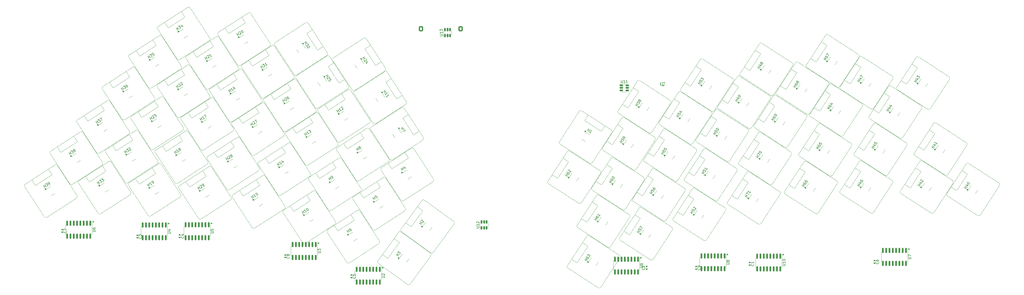
<source format=gto>
%TF.GenerationSoftware,KiCad,Pcbnew,7.0.10-148-g62bb553460*%
%TF.CreationDate,2024-03-27T23:52:54+01:00*%
%TF.ProjectId,bandoneon,62616e64-6f6e-4656-9f6e-2e6b69636164,rev?*%
%TF.SameCoordinates,Original*%
%TF.FileFunction,Legend,Top*%
%TF.FilePolarity,Positive*%
%FSLAX46Y46*%
G04 Gerber Fmt 4.6, Leading zero omitted, Abs format (unit mm)*
G04 Created by KiCad (PCBNEW 7.0.10-148-g62bb553460) date 2024-03-27 23:52:54*
%MOMM*%
%LPD*%
G01*
G04 APERTURE LIST*
G04 Aperture macros list*
%AMRoundRect*
0 Rectangle with rounded corners*
0 $1 Rounding radius*
0 $2 $3 $4 $5 $6 $7 $8 $9 X,Y pos of 4 corners*
0 Add a 4 corners polygon primitive as box body*
4,1,4,$2,$3,$4,$5,$6,$7,$8,$9,$2,$3,0*
0 Add four circle primitives for the rounded corners*
1,1,$1+$1,$2,$3*
1,1,$1+$1,$4,$5*
1,1,$1+$1,$6,$7*
1,1,$1+$1,$8,$9*
0 Add four rect primitives between the rounded corners*
20,1,$1+$1,$2,$3,$4,$5,0*
20,1,$1+$1,$4,$5,$6,$7,0*
20,1,$1+$1,$6,$7,$8,$9,0*
20,1,$1+$1,$8,$9,$2,$3,0*%
G04 Aperture macros list end*
%ADD10C,0.150000*%
%ADD11C,0.120000*%
%ADD12C,0.304000*%
%ADD13C,0.100000*%
%ADD14C,0.303999*%
%ADD15RoundRect,0.150000X-0.150000X0.825000X-0.150000X-0.825000X0.150000X-0.825000X0.150000X0.825000X0*%
%ADD16C,1.700000*%
%ADD17RoundRect,0.150000X-0.348123X-0.404928X0.511515X0.153327X0.348123X0.404928X-0.511515X-0.153327X0*%
%ADD18RoundRect,0.150000X-0.153327X-0.511515X0.404928X0.348123X0.153327X0.511515X-0.404928X-0.348123X0*%
%ADD19RoundRect,0.150000X-0.404928X0.348123X0.153327X-0.511515X0.404928X-0.348123X-0.153327X0.511515X0*%
%ADD20C,3.200000*%
%ADD21RoundRect,0.140000X-0.170000X0.140000X-0.170000X-0.140000X0.170000X-0.140000X0.170000X0.140000X0*%
%ADD22RoundRect,0.140000X0.170000X-0.140000X0.170000X0.140000X-0.170000X0.140000X-0.170000X-0.140000X0*%
%ADD23RoundRect,0.150000X-0.179887X-0.502789X0.422592X0.326453X0.179887X0.502789X-0.422592X-0.326453X0*%
%ADD24RoundRect,0.150000X-0.511515X0.153327X0.348123X-0.404928X0.511515X-0.153327X-0.348123X0.404928X0*%
%ADD25RoundRect,0.150000X0.150000X-0.512500X0.150000X0.512500X-0.150000X0.512500X-0.150000X-0.512500X0*%
%ADD26RoundRect,0.150000X-0.512500X-0.150000X0.512500X-0.150000X0.512500X0.150000X-0.512500X0.150000X0*%
%ADD27RoundRect,0.100000X-0.100000X0.130000X-0.100000X-0.130000X0.100000X-0.130000X0.100000X0.130000X0*%
%ADD28R,1.600000X1.600000*%
%ADD29C,1.600000*%
%ADD30C,2.400000*%
%ADD31C,0.762000*%
%ADD32O,1.800000X3.200000*%
%ADD33C,1.800000*%
%ADD34C,2.000000*%
%ADD35O,2.000000X3.600000*%
%ADD36O,2.000000X3.500000*%
%ADD37RoundRect,0.250000X-0.600000X-0.725000X0.600000X-0.725000X0.600000X0.725000X-0.600000X0.725000X0*%
%ADD38O,1.700000X1.950000*%
G04 APERTURE END LIST*
D10*
X356255819Y-216596904D02*
X357065342Y-216596904D01*
X357065342Y-216596904D02*
X357160580Y-216549285D01*
X357160580Y-216549285D02*
X357208200Y-216501666D01*
X357208200Y-216501666D02*
X357255819Y-216406428D01*
X357255819Y-216406428D02*
X357255819Y-216215952D01*
X357255819Y-216215952D02*
X357208200Y-216120714D01*
X357208200Y-216120714D02*
X357160580Y-216073095D01*
X357160580Y-216073095D02*
X357065342Y-216025476D01*
X357065342Y-216025476D02*
X356255819Y-216025476D01*
X357255819Y-215501666D02*
X357255819Y-215311190D01*
X357255819Y-215311190D02*
X357208200Y-215215952D01*
X357208200Y-215215952D02*
X357160580Y-215168333D01*
X357160580Y-215168333D02*
X357017723Y-215073095D01*
X357017723Y-215073095D02*
X356827247Y-215025476D01*
X356827247Y-215025476D02*
X356446295Y-215025476D01*
X356446295Y-215025476D02*
X356351057Y-215073095D01*
X356351057Y-215073095D02*
X356303438Y-215120714D01*
X356303438Y-215120714D02*
X356255819Y-215215952D01*
X356255819Y-215215952D02*
X356255819Y-215406428D01*
X356255819Y-215406428D02*
X356303438Y-215501666D01*
X356303438Y-215501666D02*
X356351057Y-215549285D01*
X356351057Y-215549285D02*
X356446295Y-215596904D01*
X356446295Y-215596904D02*
X356684390Y-215596904D01*
X356684390Y-215596904D02*
X356779628Y-215549285D01*
X356779628Y-215549285D02*
X356827247Y-215501666D01*
X356827247Y-215501666D02*
X356874866Y-215406428D01*
X356874866Y-215406428D02*
X356874866Y-215215952D01*
X356874866Y-215215952D02*
X356827247Y-215120714D01*
X356827247Y-215120714D02*
X356779628Y-215073095D01*
X356779628Y-215073095D02*
X356684390Y-215025476D01*
X147372837Y-161025012D02*
X146828198Y-160186341D01*
X147087550Y-160585708D02*
X147566790Y-160274486D01*
X147852077Y-160713789D02*
X147307438Y-159875119D01*
X147626932Y-159667637D02*
X148146109Y-159330480D01*
X148146109Y-159330480D02*
X148074034Y-159831520D01*
X148074034Y-159831520D02*
X148193844Y-159753714D01*
X148193844Y-159753714D02*
X148299652Y-159741780D01*
X148299652Y-159741780D02*
X148365524Y-159755782D01*
X148365524Y-159755782D02*
X148457331Y-159809720D01*
X148457331Y-159809720D02*
X148587007Y-160009403D01*
X148587007Y-160009403D02*
X148598941Y-160115212D01*
X148598941Y-160115212D02*
X148584939Y-160181084D01*
X148584939Y-160181084D02*
X148531001Y-160272891D01*
X148531001Y-160272891D02*
X148291381Y-160428502D01*
X148291381Y-160428502D02*
X148185572Y-160440436D01*
X148185572Y-160440436D02*
X148119701Y-160426434D01*
X148425666Y-159148933D02*
X148984779Y-158785841D01*
X148984779Y-158785841D02*
X149169988Y-159857928D01*
X137048937Y-173041112D02*
X136504298Y-172202441D01*
X136763650Y-172601808D02*
X137242890Y-172290586D01*
X137528177Y-172729889D02*
X136983538Y-171891219D01*
X137303032Y-171683737D02*
X137822209Y-171346580D01*
X137822209Y-171346580D02*
X137750134Y-171847620D01*
X137750134Y-171847620D02*
X137869944Y-171769814D01*
X137869944Y-171769814D02*
X137975752Y-171757880D01*
X137975752Y-171757880D02*
X138041624Y-171771882D01*
X138041624Y-171771882D02*
X138133431Y-171825820D01*
X138133431Y-171825820D02*
X138263107Y-172025503D01*
X138263107Y-172025503D02*
X138275041Y-172131312D01*
X138275041Y-172131312D02*
X138261039Y-172197184D01*
X138261039Y-172197184D02*
X138207101Y-172288991D01*
X138207101Y-172288991D02*
X137967481Y-172444602D01*
X137967481Y-172444602D02*
X137861672Y-172456536D01*
X137861672Y-172456536D02*
X137795801Y-172442534D01*
X138534866Y-171394788D02*
X138429057Y-171406721D01*
X138429057Y-171406721D02*
X138363186Y-171392720D01*
X138363186Y-171392720D02*
X138271378Y-171338782D01*
X138271378Y-171338782D02*
X138245443Y-171298845D01*
X138245443Y-171298845D02*
X138233510Y-171193036D01*
X138233510Y-171193036D02*
X138247511Y-171127164D01*
X138247511Y-171127164D02*
X138301449Y-171035357D01*
X138301449Y-171035357D02*
X138461196Y-170931617D01*
X138461196Y-170931617D02*
X138567005Y-170919683D01*
X138567005Y-170919683D02*
X138632876Y-170933684D01*
X138632876Y-170933684D02*
X138724684Y-170987623D01*
X138724684Y-170987623D02*
X138750619Y-171027559D01*
X138750619Y-171027559D02*
X138762552Y-171133368D01*
X138762552Y-171133368D02*
X138748551Y-171199240D01*
X138748551Y-171199240D02*
X138694613Y-171291047D01*
X138694613Y-171291047D02*
X138534866Y-171394788D01*
X138534866Y-171394788D02*
X138480928Y-171486595D01*
X138480928Y-171486595D02*
X138466926Y-171552467D01*
X138466926Y-171552467D02*
X138478860Y-171658275D01*
X138478860Y-171658275D02*
X138582601Y-171818022D01*
X138582601Y-171818022D02*
X138674408Y-171871960D01*
X138674408Y-171871960D02*
X138740280Y-171885962D01*
X138740280Y-171885962D02*
X138846088Y-171874028D01*
X138846088Y-171874028D02*
X139005835Y-171770287D01*
X139005835Y-171770287D02*
X139059773Y-171678480D01*
X139059773Y-171678480D02*
X139073775Y-171612608D01*
X139073775Y-171612608D02*
X139061841Y-171506800D01*
X139061841Y-171506800D02*
X138958100Y-171347053D01*
X138958100Y-171347053D02*
X138866293Y-171293115D01*
X138866293Y-171293115D02*
X138800421Y-171279113D01*
X138800421Y-171279113D02*
X138694613Y-171291047D01*
X462380682Y-145172944D02*
X461542012Y-144628305D01*
X461941378Y-144887657D02*
X462252601Y-144408417D01*
X462691904Y-144693704D02*
X461853234Y-144149065D01*
X462625559Y-143571814D02*
X463184673Y-143934907D01*
X462176390Y-143564016D02*
X462645764Y-144152727D01*
X462645764Y-144152727D02*
X462982922Y-143633550D01*
X462579419Y-143030838D02*
X462916577Y-142511661D01*
X462916577Y-142511661D02*
X463054524Y-142998699D01*
X463054524Y-142998699D02*
X463132330Y-142878889D01*
X463132330Y-142878889D02*
X463224137Y-142824951D01*
X463224137Y-142824951D02*
X463290008Y-142810949D01*
X463290008Y-142810949D02*
X463395817Y-142822883D01*
X463395817Y-142822883D02*
X463595501Y-142952559D01*
X463595501Y-142952559D02*
X463649439Y-143044366D01*
X463649439Y-143044366D02*
X463663440Y-143110238D01*
X463663440Y-143110238D02*
X463651507Y-143216046D01*
X463651507Y-143216046D02*
X463495895Y-143455667D01*
X463495895Y-143455667D02*
X463404088Y-143509605D01*
X463404088Y-143509605D02*
X463338216Y-143523606D01*
X257470687Y-148727237D02*
X258309358Y-148182598D01*
X257909991Y-148441950D02*
X258221213Y-148921190D01*
X257781910Y-149206477D02*
X258620580Y-148661838D01*
X258326549Y-150045148D02*
X258015326Y-149565908D01*
X258170938Y-149805528D02*
X259009608Y-149260889D01*
X259009608Y-149260889D02*
X258837928Y-149258821D01*
X258837928Y-149258821D02*
X258706184Y-149230818D01*
X258706184Y-149230818D02*
X258614377Y-149176880D01*
X258845253Y-150843882D02*
X258534030Y-150364642D01*
X258689641Y-150604262D02*
X259528312Y-150059623D01*
X259528312Y-150059623D02*
X259356632Y-150057555D01*
X259356632Y-150057555D02*
X259224888Y-150029552D01*
X259224888Y-150029552D02*
X259133081Y-149975614D01*
X210700437Y-139749712D02*
X210155798Y-138911041D01*
X210415150Y-139310408D02*
X210894390Y-138999186D01*
X211179677Y-139438489D02*
X210635038Y-138599819D01*
X210954532Y-138392337D02*
X211473709Y-138055180D01*
X211473709Y-138055180D02*
X211401634Y-138556220D01*
X211401634Y-138556220D02*
X211521444Y-138478414D01*
X211521444Y-138478414D02*
X211627252Y-138466480D01*
X211627252Y-138466480D02*
X211693124Y-138480482D01*
X211693124Y-138480482D02*
X211784931Y-138534420D01*
X211784931Y-138534420D02*
X211914607Y-138734103D01*
X211914607Y-138734103D02*
X211926541Y-138839912D01*
X211926541Y-138839912D02*
X211912539Y-138905784D01*
X211912539Y-138905784D02*
X211858601Y-138997591D01*
X211858601Y-138997591D02*
X211618981Y-139153202D01*
X211618981Y-139153202D02*
X211513172Y-139165136D01*
X211513172Y-139165136D02*
X211447301Y-139151134D01*
X212817082Y-138375146D02*
X212337842Y-138686369D01*
X212577462Y-138530758D02*
X212032823Y-137692087D01*
X212032823Y-137692087D02*
X212030755Y-137863767D01*
X212030755Y-137863767D02*
X212002752Y-137995511D01*
X212002752Y-137995511D02*
X211948814Y-138087318D01*
X217055737Y-177329212D02*
X216511098Y-176490541D01*
X216770450Y-176889908D02*
X217249690Y-176578686D01*
X217534977Y-177017989D02*
X216990338Y-176179319D01*
X218373648Y-176473350D02*
X217894408Y-176784573D01*
X218134028Y-176628961D02*
X217589389Y-175790291D01*
X217589389Y-175790291D02*
X217587321Y-175961971D01*
X217587321Y-175961971D02*
X217559318Y-176093715D01*
X217559318Y-176093715D02*
X217505380Y-176185522D01*
X218729416Y-175447403D02*
X219092508Y-176006517D01*
X218322251Y-175257585D02*
X218511595Y-175986312D01*
X218511595Y-175986312D02*
X219030772Y-175649154D01*
X407486682Y-159892944D02*
X406648012Y-159348305D01*
X407047378Y-159607657D02*
X407358601Y-159128417D01*
X407797904Y-159413704D02*
X406959234Y-158869065D01*
X407452002Y-158110268D02*
X407348262Y-158270015D01*
X407348262Y-158270015D02*
X407336328Y-158375823D01*
X407336328Y-158375823D02*
X407350330Y-158441695D01*
X407350330Y-158441695D02*
X407418269Y-158599374D01*
X407418269Y-158599374D02*
X407552081Y-158743052D01*
X407552081Y-158743052D02*
X407871574Y-158950533D01*
X407871574Y-158950533D02*
X407977383Y-158962467D01*
X407977383Y-158962467D02*
X408043255Y-158948465D01*
X408043255Y-158948465D02*
X408135062Y-158894527D01*
X408135062Y-158894527D02*
X408238803Y-158734780D01*
X408238803Y-158734780D02*
X408250736Y-158628972D01*
X408250736Y-158628972D02*
X408236735Y-158563100D01*
X408236735Y-158563100D02*
X408182797Y-158471293D01*
X408182797Y-158471293D02*
X407983113Y-158341617D01*
X407983113Y-158341617D02*
X407877305Y-158329683D01*
X407877305Y-158329683D02*
X407811433Y-158343685D01*
X407811433Y-158343685D02*
X407719626Y-158397623D01*
X407719626Y-158397623D02*
X407615885Y-158557370D01*
X407615885Y-158557370D02*
X407603951Y-158663178D01*
X407603951Y-158663178D02*
X407617953Y-158729050D01*
X407617953Y-158729050D02*
X407671891Y-158820857D01*
X408601895Y-158175667D02*
X408705636Y-158015920D01*
X408705636Y-158015920D02*
X408717570Y-157910111D01*
X408717570Y-157910111D02*
X408703568Y-157844239D01*
X408703568Y-157844239D02*
X408635629Y-157686560D01*
X408635629Y-157686560D02*
X408501817Y-157542883D01*
X408501817Y-157542883D02*
X408182324Y-157335401D01*
X408182324Y-157335401D02*
X408076515Y-157323468D01*
X408076515Y-157323468D02*
X408010643Y-157337469D01*
X408010643Y-157337469D02*
X407918836Y-157391407D01*
X407918836Y-157391407D02*
X407815095Y-157551154D01*
X407815095Y-157551154D02*
X407803162Y-157656963D01*
X407803162Y-157656963D02*
X407817163Y-157722835D01*
X407817163Y-157722835D02*
X407871101Y-157814642D01*
X407871101Y-157814642D02*
X408070785Y-157944318D01*
X408070785Y-157944318D02*
X408176593Y-157956251D01*
X408176593Y-157956251D02*
X408242465Y-157942250D01*
X408242465Y-157942250D02*
X408334272Y-157888312D01*
X408334272Y-157888312D02*
X408438013Y-157728565D01*
X408438013Y-157728565D02*
X408449947Y-157622756D01*
X408449947Y-157622756D02*
X408435945Y-157556884D01*
X408435945Y-157556884D02*
X408382007Y-157465077D01*
X399791580Y-215304666D02*
X399839200Y-215352285D01*
X399839200Y-215352285D02*
X399886819Y-215495142D01*
X399886819Y-215495142D02*
X399886819Y-215590380D01*
X399886819Y-215590380D02*
X399839200Y-215733237D01*
X399839200Y-215733237D02*
X399743961Y-215828475D01*
X399743961Y-215828475D02*
X399648723Y-215876094D01*
X399648723Y-215876094D02*
X399458247Y-215923713D01*
X399458247Y-215923713D02*
X399315390Y-215923713D01*
X399315390Y-215923713D02*
X399124914Y-215876094D01*
X399124914Y-215876094D02*
X399029676Y-215828475D01*
X399029676Y-215828475D02*
X398934438Y-215733237D01*
X398934438Y-215733237D02*
X398886819Y-215590380D01*
X398886819Y-215590380D02*
X398886819Y-215495142D01*
X398886819Y-215495142D02*
X398934438Y-215352285D01*
X398934438Y-215352285D02*
X398982057Y-215304666D01*
X399886819Y-214352285D02*
X399886819Y-214923713D01*
X399886819Y-214637999D02*
X398886819Y-214637999D01*
X398886819Y-214637999D02*
X399029676Y-214733237D01*
X399029676Y-214733237D02*
X399124914Y-214828475D01*
X399124914Y-214828475D02*
X399172533Y-214923713D01*
X253893604Y-190396860D02*
X253348965Y-189558189D01*
X253608316Y-189957556D02*
X254087557Y-189646334D01*
X254372844Y-190085638D02*
X253828205Y-189246967D01*
X254626939Y-188728263D02*
X254227572Y-188987615D01*
X254227572Y-188987615D02*
X254446987Y-189412917D01*
X254446987Y-189412917D02*
X254460989Y-189347045D01*
X254460989Y-189347045D02*
X254514927Y-189255238D01*
X254514927Y-189255238D02*
X254714610Y-189125562D01*
X254714610Y-189125562D02*
X254820419Y-189113629D01*
X254820419Y-189113629D02*
X254886291Y-189127630D01*
X254886291Y-189127630D02*
X254978098Y-189181568D01*
X254978098Y-189181568D02*
X255107774Y-189381252D01*
X255107774Y-189381252D02*
X255119707Y-189487060D01*
X255119707Y-189487060D02*
X255105706Y-189552932D01*
X255105706Y-189552932D02*
X255051768Y-189644739D01*
X255051768Y-189644739D02*
X254852084Y-189774415D01*
X254852084Y-189774415D02*
X254746276Y-189786349D01*
X254746276Y-189786349D02*
X254680404Y-189772348D01*
X469064882Y-170629844D02*
X468226212Y-170085205D01*
X468625578Y-170344557D02*
X468936801Y-169865317D01*
X469376104Y-170150604D02*
X468537434Y-169605965D01*
X469309759Y-169028714D02*
X469868873Y-169391807D01*
X468860590Y-169020916D02*
X469329964Y-169609627D01*
X469329964Y-169609627D02*
X469667122Y-169090450D01*
X470439447Y-168513200D02*
X470128225Y-168992440D01*
X470283836Y-168752820D02*
X469445166Y-168208181D01*
X469445166Y-168208181D02*
X469513105Y-168365860D01*
X469513105Y-168365860D02*
X469541108Y-168497603D01*
X469541108Y-168497603D02*
X469529175Y-168603412D01*
X357847580Y-216828666D02*
X357895200Y-216876285D01*
X357895200Y-216876285D02*
X357942819Y-217019142D01*
X357942819Y-217019142D02*
X357942819Y-217114380D01*
X357942819Y-217114380D02*
X357895200Y-217257237D01*
X357895200Y-217257237D02*
X357799961Y-217352475D01*
X357799961Y-217352475D02*
X357704723Y-217400094D01*
X357704723Y-217400094D02*
X357514247Y-217447713D01*
X357514247Y-217447713D02*
X357371390Y-217447713D01*
X357371390Y-217447713D02*
X357180914Y-217400094D01*
X357180914Y-217400094D02*
X357085676Y-217352475D01*
X357085676Y-217352475D02*
X356990438Y-217257237D01*
X356990438Y-217257237D02*
X356942819Y-217114380D01*
X356942819Y-217114380D02*
X356942819Y-217019142D01*
X356942819Y-217019142D02*
X356990438Y-216876285D01*
X356990438Y-216876285D02*
X357038057Y-216828666D01*
X357038057Y-216447713D02*
X356990438Y-216400094D01*
X356990438Y-216400094D02*
X356942819Y-216304856D01*
X356942819Y-216304856D02*
X356942819Y-216066761D01*
X356942819Y-216066761D02*
X356990438Y-215971523D01*
X356990438Y-215971523D02*
X357038057Y-215923904D01*
X357038057Y-215923904D02*
X357133295Y-215876285D01*
X357133295Y-215876285D02*
X357228533Y-215876285D01*
X357228533Y-215876285D02*
X357371390Y-215923904D01*
X357371390Y-215923904D02*
X357942819Y-216495332D01*
X357942819Y-216495332D02*
X357942819Y-215876285D01*
X339404082Y-198414744D02*
X338565412Y-197870105D01*
X338964778Y-198129457D02*
X339276001Y-197650217D01*
X339715304Y-197935504D02*
X338876634Y-197390865D01*
X339369402Y-196632068D02*
X339265662Y-196791815D01*
X339265662Y-196791815D02*
X339253728Y-196897623D01*
X339253728Y-196897623D02*
X339267730Y-196963495D01*
X339267730Y-196963495D02*
X339335669Y-197121174D01*
X339335669Y-197121174D02*
X339469481Y-197264852D01*
X339469481Y-197264852D02*
X339788974Y-197472333D01*
X339788974Y-197472333D02*
X339894783Y-197484267D01*
X339894783Y-197484267D02*
X339960655Y-197470265D01*
X339960655Y-197470265D02*
X340052462Y-197416327D01*
X340052462Y-197416327D02*
X340156203Y-197256580D01*
X340156203Y-197256580D02*
X340168136Y-197150772D01*
X340168136Y-197150772D02*
X340154135Y-197084900D01*
X340154135Y-197084900D02*
X340100197Y-196993093D01*
X340100197Y-196993093D02*
X339900513Y-196863417D01*
X339900513Y-196863417D02*
X339794705Y-196851483D01*
X339794705Y-196851483D02*
X339728833Y-196865485D01*
X339728833Y-196865485D02*
X339637026Y-196919423D01*
X339637026Y-196919423D02*
X339533285Y-197079170D01*
X339533285Y-197079170D02*
X339521351Y-197184978D01*
X339521351Y-197184978D02*
X339535353Y-197250850D01*
X339535353Y-197250850D02*
X339589291Y-197342657D01*
X340778647Y-196298100D02*
X340467425Y-196777340D01*
X340623036Y-196537720D02*
X339784366Y-195993081D01*
X339784366Y-195993081D02*
X339852305Y-196150760D01*
X339852305Y-196150760D02*
X339880308Y-196282503D01*
X339880308Y-196282503D02*
X339868375Y-196388312D01*
X415945782Y-147159744D02*
X415107112Y-146615105D01*
X415506478Y-146874457D02*
X415817701Y-146395217D01*
X416257004Y-146680504D02*
X415418334Y-146135865D01*
X415911102Y-145377068D02*
X415807362Y-145536815D01*
X415807362Y-145536815D02*
X415795428Y-145642623D01*
X415795428Y-145642623D02*
X415809430Y-145708495D01*
X415809430Y-145708495D02*
X415877369Y-145866174D01*
X415877369Y-145866174D02*
X416011181Y-146009852D01*
X416011181Y-146009852D02*
X416330674Y-146217333D01*
X416330674Y-146217333D02*
X416436483Y-146229267D01*
X416436483Y-146229267D02*
X416502355Y-146215265D01*
X416502355Y-146215265D02*
X416594162Y-146161327D01*
X416594162Y-146161327D02*
X416697903Y-146001580D01*
X416697903Y-146001580D02*
X416709836Y-145895772D01*
X416709836Y-145895772D02*
X416695835Y-145829900D01*
X416695835Y-145829900D02*
X416641897Y-145738093D01*
X416641897Y-145738093D02*
X416442213Y-145608417D01*
X416442213Y-145608417D02*
X416336405Y-145596483D01*
X416336405Y-145596483D02*
X416270533Y-145610485D01*
X416270533Y-145610485D02*
X416178726Y-145664423D01*
X416178726Y-145664423D02*
X416074985Y-145824170D01*
X416074985Y-145824170D02*
X416063051Y-145929978D01*
X416063051Y-145929978D02*
X416077053Y-145995850D01*
X416077053Y-145995850D02*
X416130991Y-146087657D01*
X416633625Y-145051371D02*
X416541818Y-145105309D01*
X416541818Y-145105309D02*
X416475946Y-145119311D01*
X416475946Y-145119311D02*
X416370138Y-145107377D01*
X416370138Y-145107377D02*
X416330201Y-145081442D01*
X416330201Y-145081442D02*
X416276263Y-144989635D01*
X416276263Y-144989635D02*
X416262262Y-144923763D01*
X416262262Y-144923763D02*
X416274195Y-144817954D01*
X416274195Y-144817954D02*
X416377936Y-144658207D01*
X416377936Y-144658207D02*
X416469743Y-144604269D01*
X416469743Y-144604269D02*
X416535615Y-144590268D01*
X416535615Y-144590268D02*
X416641424Y-144602201D01*
X416641424Y-144602201D02*
X416681360Y-144628137D01*
X416681360Y-144628137D02*
X416735298Y-144719944D01*
X416735298Y-144719944D02*
X416749300Y-144785815D01*
X416749300Y-144785815D02*
X416737366Y-144891624D01*
X416737366Y-144891624D02*
X416633625Y-145051371D01*
X416633625Y-145051371D02*
X416621692Y-145157179D01*
X416621692Y-145157179D02*
X416635693Y-145223051D01*
X416635693Y-145223051D02*
X416689631Y-145314858D01*
X416689631Y-145314858D02*
X416849378Y-145418599D01*
X416849378Y-145418599D02*
X416955187Y-145430533D01*
X416955187Y-145430533D02*
X417021059Y-145416531D01*
X417021059Y-145416531D02*
X417112866Y-145362593D01*
X417112866Y-145362593D02*
X417216607Y-145202846D01*
X417216607Y-145202846D02*
X417228540Y-145097038D01*
X417228540Y-145097038D02*
X417214539Y-145031166D01*
X417214539Y-145031166D02*
X417160601Y-144939359D01*
X417160601Y-144939359D02*
X417000854Y-144835618D01*
X417000854Y-144835618D02*
X416895045Y-144823684D01*
X416895045Y-144823684D02*
X416829173Y-144837686D01*
X416829173Y-144837686D02*
X416737366Y-144891624D01*
X246629580Y-220130666D02*
X246677200Y-220178285D01*
X246677200Y-220178285D02*
X246724819Y-220321142D01*
X246724819Y-220321142D02*
X246724819Y-220416380D01*
X246724819Y-220416380D02*
X246677200Y-220559237D01*
X246677200Y-220559237D02*
X246581961Y-220654475D01*
X246581961Y-220654475D02*
X246486723Y-220702094D01*
X246486723Y-220702094D02*
X246296247Y-220749713D01*
X246296247Y-220749713D02*
X246153390Y-220749713D01*
X246153390Y-220749713D02*
X245962914Y-220702094D01*
X245962914Y-220702094D02*
X245867676Y-220654475D01*
X245867676Y-220654475D02*
X245772438Y-220559237D01*
X245772438Y-220559237D02*
X245724819Y-220416380D01*
X245724819Y-220416380D02*
X245724819Y-220321142D01*
X245724819Y-220321142D02*
X245772438Y-220178285D01*
X245772438Y-220178285D02*
X245820057Y-220130666D01*
X245724819Y-219225904D02*
X245724819Y-219702094D01*
X245724819Y-219702094D02*
X246201009Y-219749713D01*
X246201009Y-219749713D02*
X246153390Y-219702094D01*
X246153390Y-219702094D02*
X246105771Y-219606856D01*
X246105771Y-219606856D02*
X246105771Y-219368761D01*
X246105771Y-219368761D02*
X246153390Y-219273523D01*
X246153390Y-219273523D02*
X246201009Y-219225904D01*
X246201009Y-219225904D02*
X246296247Y-219178285D01*
X246296247Y-219178285D02*
X246534342Y-219178285D01*
X246534342Y-219178285D02*
X246629580Y-219225904D01*
X246629580Y-219225904D02*
X246677200Y-219273523D01*
X246677200Y-219273523D02*
X246724819Y-219368761D01*
X246724819Y-219368761D02*
X246724819Y-219606856D01*
X246724819Y-219606856D02*
X246677200Y-219702094D01*
X246677200Y-219702094D02*
X246629580Y-219749713D01*
X186524237Y-186436212D02*
X185979598Y-185597541D01*
X186238950Y-185996908D02*
X186718190Y-185685686D01*
X187003477Y-186124989D02*
X186458838Y-185286319D01*
X186870139Y-185132775D02*
X186884140Y-185066904D01*
X186884140Y-185066904D02*
X186938079Y-184975096D01*
X186938079Y-184975096D02*
X187137762Y-184845420D01*
X187137762Y-184845420D02*
X187243571Y-184833487D01*
X187243571Y-184833487D02*
X187309443Y-184847488D01*
X187309443Y-184847488D02*
X187401250Y-184901426D01*
X187401250Y-184901426D02*
X187453120Y-184981300D01*
X187453120Y-184981300D02*
X187490989Y-185127045D01*
X187490989Y-185127045D02*
X187322971Y-185917508D01*
X187322971Y-185917508D02*
X187842148Y-185580350D01*
X188241515Y-185320998D02*
X188401262Y-185217258D01*
X188401262Y-185217258D02*
X188455200Y-185125450D01*
X188455200Y-185125450D02*
X188469201Y-185059579D01*
X188469201Y-185059579D02*
X188471269Y-184887898D01*
X188471269Y-184887898D02*
X188407465Y-184702216D01*
X188407465Y-184702216D02*
X188199984Y-184382723D01*
X188199984Y-184382723D02*
X188108176Y-184328784D01*
X188108176Y-184328784D02*
X188042305Y-184314783D01*
X188042305Y-184314783D02*
X187936496Y-184326717D01*
X187936496Y-184326717D02*
X187776749Y-184430457D01*
X187776749Y-184430457D02*
X187722811Y-184522264D01*
X187722811Y-184522264D02*
X187708810Y-184588136D01*
X187708810Y-184588136D02*
X187720743Y-184693945D01*
X187720743Y-184693945D02*
X187850419Y-184893628D01*
X187850419Y-184893628D02*
X187942226Y-184947567D01*
X187942226Y-184947567D02*
X188008098Y-184961568D01*
X188008098Y-184961568D02*
X188113907Y-184949634D01*
X188113907Y-184949634D02*
X188273654Y-184845894D01*
X188273654Y-184845894D02*
X188327592Y-184754087D01*
X188327592Y-184754087D02*
X188341593Y-184688215D01*
X188341593Y-184688215D02*
X188329660Y-184582406D01*
X198386937Y-148946212D02*
X197842298Y-148107541D01*
X198101650Y-148506908D02*
X198580890Y-148195686D01*
X198866177Y-148634989D02*
X198321538Y-147796319D01*
X199704848Y-148090350D02*
X199225608Y-148401573D01*
X199465228Y-148245961D02*
X198920589Y-147407291D01*
X198920589Y-147407291D02*
X198918521Y-147578971D01*
X198918521Y-147578971D02*
X198890518Y-147710715D01*
X198890518Y-147710715D02*
X198836580Y-147802522D01*
X199879069Y-146784846D02*
X199719323Y-146888587D01*
X199719323Y-146888587D02*
X199665384Y-146980394D01*
X199665384Y-146980394D02*
X199651383Y-147046266D01*
X199651383Y-147046266D02*
X199649315Y-147217946D01*
X199649315Y-147217946D02*
X199713119Y-147403628D01*
X199713119Y-147403628D02*
X199920601Y-147723122D01*
X199920601Y-147723122D02*
X200012408Y-147777060D01*
X200012408Y-147777060D02*
X200078280Y-147791062D01*
X200078280Y-147791062D02*
X200184088Y-147779128D01*
X200184088Y-147779128D02*
X200343835Y-147675387D01*
X200343835Y-147675387D02*
X200397773Y-147583580D01*
X200397773Y-147583580D02*
X200411775Y-147517708D01*
X200411775Y-147517708D02*
X200399841Y-147411900D01*
X200399841Y-147411900D02*
X200270165Y-147212216D01*
X200270165Y-147212216D02*
X200178358Y-147158278D01*
X200178358Y-147158278D02*
X200112486Y-147144276D01*
X200112486Y-147144276D02*
X200006678Y-147156210D01*
X200006678Y-147156210D02*
X199846931Y-147259951D01*
X199846931Y-147259951D02*
X199792993Y-147351758D01*
X199792993Y-147351758D02*
X199778991Y-147417630D01*
X199778991Y-147417630D02*
X199790925Y-147523438D01*
X221229580Y-212411666D02*
X221277200Y-212459285D01*
X221277200Y-212459285D02*
X221324819Y-212602142D01*
X221324819Y-212602142D02*
X221324819Y-212697380D01*
X221324819Y-212697380D02*
X221277200Y-212840237D01*
X221277200Y-212840237D02*
X221181961Y-212935475D01*
X221181961Y-212935475D02*
X221086723Y-212983094D01*
X221086723Y-212983094D02*
X220896247Y-213030713D01*
X220896247Y-213030713D02*
X220753390Y-213030713D01*
X220753390Y-213030713D02*
X220562914Y-212983094D01*
X220562914Y-212983094D02*
X220467676Y-212935475D01*
X220467676Y-212935475D02*
X220372438Y-212840237D01*
X220372438Y-212840237D02*
X220324819Y-212697380D01*
X220324819Y-212697380D02*
X220324819Y-212602142D01*
X220324819Y-212602142D02*
X220372438Y-212459285D01*
X220372438Y-212459285D02*
X220420057Y-212411666D01*
X220753390Y-211840237D02*
X220705771Y-211935475D01*
X220705771Y-211935475D02*
X220658152Y-211983094D01*
X220658152Y-211983094D02*
X220562914Y-212030713D01*
X220562914Y-212030713D02*
X220515295Y-212030713D01*
X220515295Y-212030713D02*
X220420057Y-211983094D01*
X220420057Y-211983094D02*
X220372438Y-211935475D01*
X220372438Y-211935475D02*
X220324819Y-211840237D01*
X220324819Y-211840237D02*
X220324819Y-211649761D01*
X220324819Y-211649761D02*
X220372438Y-211554523D01*
X220372438Y-211554523D02*
X220420057Y-211506904D01*
X220420057Y-211506904D02*
X220515295Y-211459285D01*
X220515295Y-211459285D02*
X220562914Y-211459285D01*
X220562914Y-211459285D02*
X220658152Y-211506904D01*
X220658152Y-211506904D02*
X220705771Y-211554523D01*
X220705771Y-211554523D02*
X220753390Y-211649761D01*
X220753390Y-211649761D02*
X220753390Y-211840237D01*
X220753390Y-211840237D02*
X220801009Y-211935475D01*
X220801009Y-211935475D02*
X220848628Y-211983094D01*
X220848628Y-211983094D02*
X220943866Y-212030713D01*
X220943866Y-212030713D02*
X221134342Y-212030713D01*
X221134342Y-212030713D02*
X221229580Y-211983094D01*
X221229580Y-211983094D02*
X221277200Y-211935475D01*
X221277200Y-211935475D02*
X221324819Y-211840237D01*
X221324819Y-211840237D02*
X221324819Y-211649761D01*
X221324819Y-211649761D02*
X221277200Y-211554523D01*
X221277200Y-211554523D02*
X221229580Y-211506904D01*
X221229580Y-211506904D02*
X221134342Y-211459285D01*
X221134342Y-211459285D02*
X220943866Y-211459285D01*
X220943866Y-211459285D02*
X220848628Y-211506904D01*
X220848628Y-211506904D02*
X220801009Y-211554523D01*
X220801009Y-211554523D02*
X220753390Y-211649761D01*
X177497237Y-172659312D02*
X176952598Y-171820641D01*
X177211950Y-172220008D02*
X177691190Y-171908786D01*
X177976477Y-172348089D02*
X177431838Y-171509419D01*
X178815148Y-171803450D02*
X178335908Y-172114673D01*
X178575528Y-171959061D02*
X178030889Y-171120391D01*
X178030889Y-171120391D02*
X178028821Y-171292071D01*
X178028821Y-171292071D02*
X178000818Y-171423815D01*
X178000818Y-171423815D02*
X177946880Y-171515622D01*
X178983166Y-171012988D02*
X178877357Y-171024921D01*
X178877357Y-171024921D02*
X178811486Y-171010920D01*
X178811486Y-171010920D02*
X178719678Y-170956982D01*
X178719678Y-170956982D02*
X178693743Y-170917045D01*
X178693743Y-170917045D02*
X178681810Y-170811236D01*
X178681810Y-170811236D02*
X178695811Y-170745364D01*
X178695811Y-170745364D02*
X178749749Y-170653557D01*
X178749749Y-170653557D02*
X178909496Y-170549817D01*
X178909496Y-170549817D02*
X179015305Y-170537883D01*
X179015305Y-170537883D02*
X179081176Y-170551884D01*
X179081176Y-170551884D02*
X179172984Y-170605823D01*
X179172984Y-170605823D02*
X179198919Y-170645759D01*
X179198919Y-170645759D02*
X179210852Y-170751568D01*
X179210852Y-170751568D02*
X179196851Y-170817440D01*
X179196851Y-170817440D02*
X179142913Y-170909247D01*
X179142913Y-170909247D02*
X178983166Y-171012988D01*
X178983166Y-171012988D02*
X178929228Y-171104795D01*
X178929228Y-171104795D02*
X178915226Y-171170667D01*
X178915226Y-171170667D02*
X178927160Y-171276475D01*
X178927160Y-171276475D02*
X179030901Y-171436222D01*
X179030901Y-171436222D02*
X179122708Y-171490160D01*
X179122708Y-171490160D02*
X179188580Y-171504162D01*
X179188580Y-171504162D02*
X179294388Y-171492228D01*
X179294388Y-171492228D02*
X179454135Y-171388487D01*
X179454135Y-171388487D02*
X179508073Y-171296680D01*
X179508073Y-171296680D02*
X179522075Y-171230808D01*
X179522075Y-171230808D02*
X179510141Y-171125000D01*
X179510141Y-171125000D02*
X179406400Y-170965253D01*
X179406400Y-170965253D02*
X179314593Y-170911315D01*
X179314593Y-170911315D02*
X179248721Y-170897313D01*
X179248721Y-170897313D02*
X179142913Y-170909247D01*
X355186682Y-154332944D02*
X354348012Y-153788305D01*
X354747378Y-154047657D02*
X355058601Y-153568417D01*
X355497904Y-153853704D02*
X354659234Y-153309065D01*
X355177938Y-152510331D02*
X354918586Y-152909698D01*
X354918586Y-152909698D02*
X355292017Y-153208987D01*
X355292017Y-153208987D02*
X355278016Y-153143115D01*
X355278016Y-153143115D02*
X355289950Y-153037306D01*
X355289950Y-153037306D02*
X355419626Y-152837623D01*
X355419626Y-152837623D02*
X355511433Y-152783685D01*
X355511433Y-152783685D02*
X355577305Y-152769683D01*
X355577305Y-152769683D02*
X355683113Y-152781617D01*
X355683113Y-152781617D02*
X355882797Y-152911293D01*
X355882797Y-152911293D02*
X355936735Y-153003100D01*
X355936735Y-153003100D02*
X355950736Y-153068972D01*
X355950736Y-153068972D02*
X355938803Y-153174780D01*
X355938803Y-153174780D02*
X355809127Y-153374464D01*
X355809127Y-153374464D02*
X355717320Y-153428402D01*
X355717320Y-153428402D02*
X355651448Y-153442403D01*
X355874525Y-152224571D02*
X355782718Y-152278509D01*
X355782718Y-152278509D02*
X355716846Y-152292511D01*
X355716846Y-152292511D02*
X355611038Y-152280577D01*
X355611038Y-152280577D02*
X355571101Y-152254642D01*
X355571101Y-152254642D02*
X355517163Y-152162835D01*
X355517163Y-152162835D02*
X355503162Y-152096963D01*
X355503162Y-152096963D02*
X355515095Y-151991154D01*
X355515095Y-151991154D02*
X355618836Y-151831407D01*
X355618836Y-151831407D02*
X355710643Y-151777469D01*
X355710643Y-151777469D02*
X355776515Y-151763468D01*
X355776515Y-151763468D02*
X355882324Y-151775401D01*
X355882324Y-151775401D02*
X355922260Y-151801337D01*
X355922260Y-151801337D02*
X355976198Y-151893144D01*
X355976198Y-151893144D02*
X355990200Y-151959015D01*
X355990200Y-151959015D02*
X355978266Y-152064824D01*
X355978266Y-152064824D02*
X355874525Y-152224571D01*
X355874525Y-152224571D02*
X355862592Y-152330379D01*
X355862592Y-152330379D02*
X355876593Y-152396251D01*
X355876593Y-152396251D02*
X355930531Y-152488058D01*
X355930531Y-152488058D02*
X356090278Y-152591799D01*
X356090278Y-152591799D02*
X356196087Y-152603733D01*
X356196087Y-152603733D02*
X356261959Y-152589731D01*
X356261959Y-152589731D02*
X356353766Y-152535793D01*
X356353766Y-152535793D02*
X356457507Y-152376046D01*
X356457507Y-152376046D02*
X356469440Y-152270238D01*
X356469440Y-152270238D02*
X356455439Y-152204366D01*
X356455439Y-152204366D02*
X356401501Y-152112559D01*
X356401501Y-152112559D02*
X356241754Y-152008818D01*
X356241754Y-152008818D02*
X356135945Y-151996884D01*
X356135945Y-151996884D02*
X356070073Y-152010886D01*
X356070073Y-152010886D02*
X355978266Y-152064824D01*
X236903904Y-182873360D02*
X236359265Y-182034689D01*
X236618616Y-182434056D02*
X237097857Y-182122834D01*
X237383144Y-182562138D02*
X236838505Y-181723467D01*
X237822448Y-182276851D02*
X237982194Y-182173110D01*
X237982194Y-182173110D02*
X238036132Y-182081303D01*
X238036132Y-182081303D02*
X238050134Y-182015431D01*
X238050134Y-182015431D02*
X238052202Y-181843750D01*
X238052202Y-181843750D02*
X237988398Y-181658068D01*
X237988398Y-181658068D02*
X237780916Y-181338575D01*
X237780916Y-181338575D02*
X237689109Y-181284637D01*
X237689109Y-181284637D02*
X237623237Y-181270635D01*
X237623237Y-181270635D02*
X237517429Y-181282569D01*
X237517429Y-181282569D02*
X237357682Y-181386310D01*
X237357682Y-181386310D02*
X237303744Y-181478117D01*
X237303744Y-181478117D02*
X237289742Y-181543989D01*
X237289742Y-181543989D02*
X237301676Y-181649797D01*
X237301676Y-181649797D02*
X237431352Y-181849481D01*
X237431352Y-181849481D02*
X237523159Y-181903419D01*
X237523159Y-181903419D02*
X237589031Y-181917420D01*
X237589031Y-181917420D02*
X237694839Y-181905487D01*
X237694839Y-181905487D02*
X237854586Y-181801746D01*
X237854586Y-181801746D02*
X237908524Y-181709939D01*
X237908524Y-181709939D02*
X237922526Y-181644067D01*
X237922526Y-181644067D02*
X237910592Y-181538258D01*
X227574237Y-165671212D02*
X227029598Y-164832541D01*
X227288950Y-165231908D02*
X227768190Y-164920686D01*
X228053477Y-165359989D02*
X227508838Y-164521319D01*
X228892148Y-164815350D02*
X228412908Y-165126573D01*
X228652528Y-164970961D02*
X228107889Y-164132291D01*
X228107889Y-164132291D02*
X228105821Y-164303971D01*
X228105821Y-164303971D02*
X228077818Y-164435715D01*
X228077818Y-164435715D02*
X228023880Y-164527522D01*
X228627066Y-163795133D02*
X229146243Y-163457976D01*
X229146243Y-163457976D02*
X229074167Y-163959016D01*
X229074167Y-163959016D02*
X229193978Y-163881210D01*
X229193978Y-163881210D02*
X229299786Y-163869276D01*
X229299786Y-163869276D02*
X229365658Y-163883278D01*
X229365658Y-163883278D02*
X229457465Y-163937216D01*
X229457465Y-163937216D02*
X229587141Y-164136900D01*
X229587141Y-164136900D02*
X229599075Y-164242708D01*
X229599075Y-164242708D02*
X229585073Y-164308580D01*
X229585073Y-164308580D02*
X229531135Y-164400387D01*
X229531135Y-164400387D02*
X229291515Y-164555998D01*
X229291515Y-164555998D02*
X229185706Y-164567932D01*
X229185706Y-164567932D02*
X229119834Y-164553931D01*
X393555682Y-152578944D02*
X392717012Y-152034305D01*
X393116378Y-152293657D02*
X393427601Y-151814417D01*
X393866904Y-152099704D02*
X393028234Y-151555065D01*
X393800559Y-150977814D02*
X394359673Y-151340907D01*
X393351390Y-150970016D02*
X393820764Y-151558727D01*
X393820764Y-151558727D02*
X394157922Y-151039550D01*
X394670895Y-150861667D02*
X394774636Y-150701920D01*
X394774636Y-150701920D02*
X394786570Y-150596111D01*
X394786570Y-150596111D02*
X394772568Y-150530239D01*
X394772568Y-150530239D02*
X394704629Y-150372560D01*
X394704629Y-150372560D02*
X394570817Y-150228883D01*
X394570817Y-150228883D02*
X394251324Y-150021401D01*
X394251324Y-150021401D02*
X394145515Y-150009468D01*
X394145515Y-150009468D02*
X394079643Y-150023469D01*
X394079643Y-150023469D02*
X393987836Y-150077407D01*
X393987836Y-150077407D02*
X393884095Y-150237154D01*
X393884095Y-150237154D02*
X393872162Y-150342963D01*
X393872162Y-150342963D02*
X393886163Y-150408835D01*
X393886163Y-150408835D02*
X393940101Y-150500642D01*
X393940101Y-150500642D02*
X394139785Y-150630318D01*
X394139785Y-150630318D02*
X394245593Y-150642251D01*
X394245593Y-150642251D02*
X394311465Y-150628250D01*
X394311465Y-150628250D02*
X394403272Y-150574312D01*
X394403272Y-150574312D02*
X394507013Y-150414565D01*
X394507013Y-150414565D02*
X394518947Y-150308756D01*
X394518947Y-150308756D02*
X394504945Y-150242884D01*
X394504945Y-150242884D02*
X394451007Y-150151077D01*
X402108282Y-139878944D02*
X401269612Y-139334305D01*
X401668978Y-139593657D02*
X401980201Y-139114417D01*
X402419504Y-139399704D02*
X401580834Y-138855065D01*
X402353159Y-138277814D02*
X402912273Y-138640907D01*
X401903990Y-138270016D02*
X402373364Y-138858727D01*
X402373364Y-138858727D02*
X402710522Y-138339550D01*
X402796125Y-137770571D02*
X402704318Y-137824509D01*
X402704318Y-137824509D02*
X402638446Y-137838511D01*
X402638446Y-137838511D02*
X402532638Y-137826577D01*
X402532638Y-137826577D02*
X402492701Y-137800642D01*
X402492701Y-137800642D02*
X402438763Y-137708835D01*
X402438763Y-137708835D02*
X402424762Y-137642963D01*
X402424762Y-137642963D02*
X402436695Y-137537154D01*
X402436695Y-137537154D02*
X402540436Y-137377407D01*
X402540436Y-137377407D02*
X402632243Y-137323469D01*
X402632243Y-137323469D02*
X402698115Y-137309468D01*
X402698115Y-137309468D02*
X402803924Y-137321401D01*
X402803924Y-137321401D02*
X402843860Y-137347337D01*
X402843860Y-137347337D02*
X402897798Y-137439144D01*
X402897798Y-137439144D02*
X402911800Y-137505015D01*
X402911800Y-137505015D02*
X402899866Y-137610824D01*
X402899866Y-137610824D02*
X402796125Y-137770571D01*
X402796125Y-137770571D02*
X402784192Y-137876379D01*
X402784192Y-137876379D02*
X402798193Y-137942251D01*
X402798193Y-137942251D02*
X402852131Y-138034058D01*
X402852131Y-138034058D02*
X403011878Y-138137799D01*
X403011878Y-138137799D02*
X403117687Y-138149733D01*
X403117687Y-138149733D02*
X403183559Y-138135731D01*
X403183559Y-138135731D02*
X403275366Y-138081793D01*
X403275366Y-138081793D02*
X403379107Y-137922046D01*
X403379107Y-137922046D02*
X403391040Y-137816238D01*
X403391040Y-137816238D02*
X403377039Y-137750366D01*
X403377039Y-137750366D02*
X403323101Y-137658559D01*
X403323101Y-137658559D02*
X403163354Y-137554818D01*
X403163354Y-137554818D02*
X403057545Y-137542884D01*
X403057545Y-137542884D02*
X402991673Y-137556886D01*
X402991673Y-137556886D02*
X402899866Y-137610824D01*
X263141126Y-212180457D02*
X262332109Y-211592672D01*
X262717356Y-211872570D02*
X263053233Y-211410274D01*
X263477004Y-211718162D02*
X262667987Y-211130377D01*
X262891905Y-210822180D02*
X263255772Y-210321360D01*
X263255772Y-210321360D02*
X263368041Y-210814950D01*
X263368041Y-210814950D02*
X263452010Y-210699376D01*
X263452010Y-210699376D02*
X263546514Y-210650317D01*
X263546514Y-210650317D02*
X263613028Y-210639782D01*
X263613028Y-210639782D02*
X263718067Y-210657237D01*
X263718067Y-210657237D02*
X263910690Y-210797186D01*
X263910690Y-210797186D02*
X263959750Y-210891690D01*
X263959750Y-210891690D02*
X263970285Y-210958204D01*
X263970285Y-210958204D02*
X263952830Y-211063243D01*
X263952830Y-211063243D02*
X263784891Y-211294391D01*
X263784891Y-211294391D02*
X263690387Y-211343451D01*
X263690387Y-211343451D02*
X263623873Y-211353985D01*
X370922082Y-158649744D02*
X370083412Y-158105105D01*
X370482778Y-158364457D02*
X370794001Y-157885217D01*
X371233304Y-158170504D02*
X370394634Y-157625865D01*
X370913338Y-156827131D02*
X370653986Y-157226498D01*
X370653986Y-157226498D02*
X371027417Y-157525787D01*
X371027417Y-157525787D02*
X371013416Y-157459915D01*
X371013416Y-157459915D02*
X371025350Y-157354106D01*
X371025350Y-157354106D02*
X371155026Y-157154423D01*
X371155026Y-157154423D02*
X371246833Y-157100485D01*
X371246833Y-157100485D02*
X371312705Y-157086483D01*
X371312705Y-157086483D02*
X371418513Y-157098417D01*
X371418513Y-157098417D02*
X371618197Y-157228093D01*
X371618197Y-157228093D02*
X371672135Y-157319900D01*
X371672135Y-157319900D02*
X371686136Y-157385772D01*
X371686136Y-157385772D02*
X371674203Y-157491580D01*
X371674203Y-157491580D02*
X371544527Y-157691264D01*
X371544527Y-157691264D02*
X371452720Y-157745202D01*
X371452720Y-157745202D02*
X371386848Y-157759203D01*
X371685663Y-156249880D02*
X372244777Y-156612973D01*
X371236494Y-156242082D02*
X371705868Y-156830794D01*
X371705868Y-156830794D02*
X372043026Y-156311617D01*
X335669182Y-214068844D02*
X334830512Y-213524205D01*
X335229878Y-213783557D02*
X335541101Y-213304317D01*
X335980404Y-213589604D02*
X335141734Y-213044965D01*
X335634502Y-212286168D02*
X335530762Y-212445915D01*
X335530762Y-212445915D02*
X335518828Y-212551723D01*
X335518828Y-212551723D02*
X335532830Y-212617595D01*
X335532830Y-212617595D02*
X335600769Y-212775274D01*
X335600769Y-212775274D02*
X335734581Y-212918952D01*
X335734581Y-212918952D02*
X336054074Y-213126433D01*
X336054074Y-213126433D02*
X336159883Y-213138367D01*
X336159883Y-213138367D02*
X336225755Y-213124365D01*
X336225755Y-213124365D02*
X336317562Y-213070427D01*
X336317562Y-213070427D02*
X336421303Y-212910680D01*
X336421303Y-212910680D02*
X336433236Y-212804872D01*
X336433236Y-212804872D02*
X336419235Y-212739000D01*
X336419235Y-212739000D02*
X336365297Y-212647193D01*
X336365297Y-212647193D02*
X336165613Y-212517517D01*
X336165613Y-212517517D02*
X336059805Y-212505583D01*
X336059805Y-212505583D02*
X335993933Y-212519585D01*
X335993933Y-212519585D02*
X335902126Y-212573523D01*
X335902126Y-212573523D02*
X335798385Y-212733270D01*
X335798385Y-212733270D02*
X335786451Y-212839078D01*
X335786451Y-212839078D02*
X335800453Y-212904950D01*
X335800453Y-212904950D02*
X335854391Y-212996757D01*
X335867919Y-211926738D02*
X336205077Y-211407561D01*
X336205077Y-211407561D02*
X336343024Y-211894599D01*
X336343024Y-211894599D02*
X336420830Y-211774789D01*
X336420830Y-211774789D02*
X336512637Y-211720851D01*
X336512637Y-211720851D02*
X336578508Y-211706849D01*
X336578508Y-211706849D02*
X336684317Y-211718783D01*
X336684317Y-211718783D02*
X336884001Y-211848459D01*
X336884001Y-211848459D02*
X336937939Y-211940266D01*
X336937939Y-211940266D02*
X336951940Y-212006138D01*
X336951940Y-212006138D02*
X336940007Y-212111946D01*
X336940007Y-212111946D02*
X336784395Y-212351567D01*
X336784395Y-212351567D02*
X336692588Y-212405505D01*
X336692588Y-212405505D02*
X336626716Y-212419506D01*
X135504580Y-202604666D02*
X135552200Y-202652285D01*
X135552200Y-202652285D02*
X135599819Y-202795142D01*
X135599819Y-202795142D02*
X135599819Y-202890380D01*
X135599819Y-202890380D02*
X135552200Y-203033237D01*
X135552200Y-203033237D02*
X135456961Y-203128475D01*
X135456961Y-203128475D02*
X135361723Y-203176094D01*
X135361723Y-203176094D02*
X135171247Y-203223713D01*
X135171247Y-203223713D02*
X135028390Y-203223713D01*
X135028390Y-203223713D02*
X134837914Y-203176094D01*
X134837914Y-203176094D02*
X134742676Y-203128475D01*
X134742676Y-203128475D02*
X134647438Y-203033237D01*
X134647438Y-203033237D02*
X134599819Y-202890380D01*
X134599819Y-202890380D02*
X134599819Y-202795142D01*
X134599819Y-202795142D02*
X134647438Y-202652285D01*
X134647438Y-202652285D02*
X134695057Y-202604666D01*
X134599819Y-202271332D02*
X134599819Y-201604666D01*
X134599819Y-201604666D02*
X135599819Y-202033237D01*
X235246687Y-142673837D02*
X236085358Y-142129198D01*
X235685991Y-142388550D02*
X235997213Y-142867790D01*
X235557910Y-143153077D02*
X236396580Y-142608438D01*
X236550124Y-143019739D02*
X236615995Y-143033740D01*
X236615995Y-143033740D02*
X236707803Y-143087679D01*
X236707803Y-143087679D02*
X236837479Y-143287362D01*
X236837479Y-143287362D02*
X236849412Y-143393171D01*
X236849412Y-143393171D02*
X236835411Y-143459043D01*
X236835411Y-143459043D02*
X236781473Y-143550850D01*
X236781473Y-143550850D02*
X236701599Y-143602720D01*
X236701599Y-143602720D02*
X236555854Y-143640589D01*
X236555854Y-143640589D02*
X235765391Y-143472571D01*
X235765391Y-143472571D02*
X236102549Y-143991748D01*
X237433988Y-144205906D02*
X237174636Y-143806539D01*
X237174636Y-143806539D02*
X236749334Y-144025954D01*
X236749334Y-144025954D02*
X236815206Y-144039956D01*
X236815206Y-144039956D02*
X236907013Y-144093894D01*
X236907013Y-144093894D02*
X237036689Y-144293578D01*
X237036689Y-144293578D02*
X237048623Y-144399386D01*
X237048623Y-144399386D02*
X237034621Y-144465258D01*
X237034621Y-144465258D02*
X236980683Y-144557065D01*
X236980683Y-144557065D02*
X236780999Y-144686741D01*
X236780999Y-144686741D02*
X236675191Y-144698675D01*
X236675191Y-144698675D02*
X236609319Y-144684673D01*
X236609319Y-144684673D02*
X236517512Y-144630735D01*
X236517512Y-144630735D02*
X236387836Y-144431052D01*
X236387836Y-144431052D02*
X236375902Y-144325243D01*
X236375902Y-144325243D02*
X236389904Y-144259371D01*
X397259482Y-189492844D02*
X396420812Y-188948205D01*
X396820178Y-189207557D02*
X397131401Y-188728317D01*
X397570704Y-189013604D02*
X396732034Y-188468965D01*
X396939515Y-188149471D02*
X397302608Y-187590358D01*
X397302608Y-187590358D02*
X397907862Y-188494427D01*
X398634047Y-187376200D02*
X398322825Y-187855440D01*
X398478436Y-187615820D02*
X397639766Y-187071181D01*
X397639766Y-187071181D02*
X397707705Y-187228860D01*
X397707705Y-187228860D02*
X397735708Y-187360603D01*
X397735708Y-187360603D02*
X397723775Y-187466412D01*
X385136182Y-165364644D02*
X384297512Y-164820005D01*
X384696878Y-165079357D02*
X385008101Y-164600117D01*
X385447404Y-164885404D02*
X384608734Y-164340765D01*
X385127438Y-163542031D02*
X384868086Y-163941398D01*
X384868086Y-163941398D02*
X385241517Y-164240687D01*
X385241517Y-164240687D02*
X385227516Y-164174815D01*
X385227516Y-164174815D02*
X385239450Y-164069006D01*
X385239450Y-164069006D02*
X385369126Y-163869323D01*
X385369126Y-163869323D02*
X385460933Y-163815385D01*
X385460933Y-163815385D02*
X385526805Y-163801383D01*
X385526805Y-163801383D02*
X385632613Y-163813317D01*
X385632613Y-163813317D02*
X385832297Y-163942993D01*
X385832297Y-163942993D02*
X385886235Y-164034800D01*
X385886235Y-164034800D02*
X385900236Y-164100672D01*
X385900236Y-164100672D02*
X385888303Y-164206480D01*
X385888303Y-164206480D02*
X385758627Y-164406164D01*
X385758627Y-164406164D02*
X385666820Y-164460102D01*
X385666820Y-164460102D02*
X385600948Y-164474103D01*
X385490530Y-162982917D02*
X385542401Y-162903044D01*
X385542401Y-162903044D02*
X385634208Y-162849106D01*
X385634208Y-162849106D02*
X385700080Y-162835104D01*
X385700080Y-162835104D02*
X385805888Y-162847038D01*
X385805888Y-162847038D02*
X385991570Y-162910842D01*
X385991570Y-162910842D02*
X386191254Y-163040518D01*
X386191254Y-163040518D02*
X386325065Y-163184196D01*
X386325065Y-163184196D02*
X386379004Y-163276003D01*
X386379004Y-163276003D02*
X386393005Y-163341874D01*
X386393005Y-163341874D02*
X386381071Y-163447683D01*
X386381071Y-163447683D02*
X386329201Y-163527556D01*
X386329201Y-163527556D02*
X386237394Y-163581495D01*
X386237394Y-163581495D02*
X386171522Y-163595496D01*
X386171522Y-163595496D02*
X386065713Y-163583562D01*
X386065713Y-163583562D02*
X385880031Y-163519758D01*
X385880031Y-163519758D02*
X385680348Y-163390082D01*
X385680348Y-163390082D02*
X385546536Y-163246405D01*
X385546536Y-163246405D02*
X385492598Y-163154598D01*
X385492598Y-163154598D02*
X385478597Y-163088726D01*
X385478597Y-163088726D02*
X385490530Y-162982917D01*
X463748382Y-185249744D02*
X462909712Y-184705105D01*
X463309078Y-184964457D02*
X463620301Y-184485217D01*
X464059604Y-184770504D02*
X463220934Y-184225865D01*
X463993259Y-183648614D02*
X464552373Y-184011707D01*
X463544090Y-183640816D02*
X464013464Y-184229527D01*
X464013464Y-184229527D02*
X464350622Y-183710350D01*
X464052928Y-183119571D02*
X464038926Y-183053699D01*
X464038926Y-183053699D02*
X464050860Y-182947891D01*
X464050860Y-182947891D02*
X464180536Y-182748207D01*
X464180536Y-182748207D02*
X464272343Y-182694269D01*
X464272343Y-182694269D02*
X464338215Y-182680268D01*
X464338215Y-182680268D02*
X464444024Y-182692201D01*
X464444024Y-182692201D02*
X464523897Y-182744072D01*
X464523897Y-182744072D02*
X464617772Y-182861814D01*
X464617772Y-182861814D02*
X464785790Y-183652277D01*
X464785790Y-183652277D02*
X465122947Y-183133100D01*
X145679819Y-202736904D02*
X146489342Y-202736904D01*
X146489342Y-202736904D02*
X146584580Y-202689285D01*
X146584580Y-202689285D02*
X146632200Y-202641666D01*
X146632200Y-202641666D02*
X146679819Y-202546428D01*
X146679819Y-202546428D02*
X146679819Y-202355952D01*
X146679819Y-202355952D02*
X146632200Y-202260714D01*
X146632200Y-202260714D02*
X146584580Y-202213095D01*
X146584580Y-202213095D02*
X146489342Y-202165476D01*
X146489342Y-202165476D02*
X145679819Y-202165476D01*
X145679819Y-201260714D02*
X145679819Y-201451190D01*
X145679819Y-201451190D02*
X145727438Y-201546428D01*
X145727438Y-201546428D02*
X145775057Y-201594047D01*
X145775057Y-201594047D02*
X145917914Y-201689285D01*
X145917914Y-201689285D02*
X146108390Y-201736904D01*
X146108390Y-201736904D02*
X146489342Y-201736904D01*
X146489342Y-201736904D02*
X146584580Y-201689285D01*
X146584580Y-201689285D02*
X146632200Y-201641666D01*
X146632200Y-201641666D02*
X146679819Y-201546428D01*
X146679819Y-201546428D02*
X146679819Y-201355952D01*
X146679819Y-201355952D02*
X146632200Y-201260714D01*
X146632200Y-201260714D02*
X146584580Y-201213095D01*
X146584580Y-201213095D02*
X146489342Y-201165476D01*
X146489342Y-201165476D02*
X146251247Y-201165476D01*
X146251247Y-201165476D02*
X146156009Y-201213095D01*
X146156009Y-201213095D02*
X146108390Y-201260714D01*
X146108390Y-201260714D02*
X146060771Y-201355952D01*
X146060771Y-201355952D02*
X146060771Y-201546428D01*
X146060771Y-201546428D02*
X146108390Y-201641666D01*
X146108390Y-201641666D02*
X146156009Y-201689285D01*
X146156009Y-201689285D02*
X146251247Y-201736904D01*
X147927237Y-184432012D02*
X147382598Y-183593341D01*
X147641950Y-183992708D02*
X148121190Y-183681486D01*
X148406477Y-184120789D02*
X147861838Y-183282119D01*
X148181332Y-183074637D02*
X148700509Y-182737480D01*
X148700509Y-182737480D02*
X148628434Y-183238520D01*
X148628434Y-183238520D02*
X148748244Y-183160714D01*
X148748244Y-183160714D02*
X148854052Y-183148780D01*
X148854052Y-183148780D02*
X148919924Y-183162782D01*
X148919924Y-183162782D02*
X149011731Y-183216720D01*
X149011731Y-183216720D02*
X149141407Y-183416403D01*
X149141407Y-183416403D02*
X149153341Y-183522212D01*
X149153341Y-183522212D02*
X149139339Y-183588084D01*
X149139339Y-183588084D02*
X149085401Y-183679891D01*
X149085401Y-183679891D02*
X148845781Y-183835502D01*
X148845781Y-183835502D02*
X148739972Y-183847436D01*
X148739972Y-183847436D02*
X148674101Y-183833434D01*
X148980066Y-182555933D02*
X149499243Y-182218776D01*
X149499243Y-182218776D02*
X149427167Y-182719816D01*
X149427167Y-182719816D02*
X149546978Y-182642010D01*
X149546978Y-182642010D02*
X149652786Y-182630076D01*
X149652786Y-182630076D02*
X149718658Y-182644078D01*
X149718658Y-182644078D02*
X149810465Y-182698016D01*
X149810465Y-182698016D02*
X149940141Y-182897700D01*
X149940141Y-182897700D02*
X149952075Y-183003508D01*
X149952075Y-183003508D02*
X149938073Y-183069380D01*
X149938073Y-183069380D02*
X149884135Y-183161187D01*
X149884135Y-183161187D02*
X149644515Y-183316798D01*
X149644515Y-183316798D02*
X149538706Y-183328732D01*
X149538706Y-183328732D02*
X149472834Y-183314731D01*
X447797580Y-214542666D02*
X447845200Y-214590285D01*
X447845200Y-214590285D02*
X447892819Y-214733142D01*
X447892819Y-214733142D02*
X447892819Y-214828380D01*
X447892819Y-214828380D02*
X447845200Y-214971237D01*
X447845200Y-214971237D02*
X447749961Y-215066475D01*
X447749961Y-215066475D02*
X447654723Y-215114094D01*
X447654723Y-215114094D02*
X447464247Y-215161713D01*
X447464247Y-215161713D02*
X447321390Y-215161713D01*
X447321390Y-215161713D02*
X447130914Y-215114094D01*
X447130914Y-215114094D02*
X447035676Y-215066475D01*
X447035676Y-215066475D02*
X446940438Y-214971237D01*
X446940438Y-214971237D02*
X446892819Y-214828380D01*
X446892819Y-214828380D02*
X446892819Y-214733142D01*
X446892819Y-214733142D02*
X446940438Y-214590285D01*
X446940438Y-214590285D02*
X446988057Y-214542666D01*
X446892819Y-213685523D02*
X446892819Y-213875999D01*
X446892819Y-213875999D02*
X446940438Y-213971237D01*
X446940438Y-213971237D02*
X446988057Y-214018856D01*
X446988057Y-214018856D02*
X447130914Y-214114094D01*
X447130914Y-214114094D02*
X447321390Y-214161713D01*
X447321390Y-214161713D02*
X447702342Y-214161713D01*
X447702342Y-214161713D02*
X447797580Y-214114094D01*
X447797580Y-214114094D02*
X447845200Y-214066475D01*
X447845200Y-214066475D02*
X447892819Y-213971237D01*
X447892819Y-213971237D02*
X447892819Y-213780761D01*
X447892819Y-213780761D02*
X447845200Y-213685523D01*
X447845200Y-213685523D02*
X447797580Y-213637904D01*
X447797580Y-213637904D02*
X447702342Y-213590285D01*
X447702342Y-213590285D02*
X447464247Y-213590285D01*
X447464247Y-213590285D02*
X447369009Y-213637904D01*
X447369009Y-213637904D02*
X447321390Y-213685523D01*
X447321390Y-213685523D02*
X447273771Y-213780761D01*
X447273771Y-213780761D02*
X447273771Y-213971237D01*
X447273771Y-213971237D02*
X447321390Y-214066475D01*
X447321390Y-214066475D02*
X447369009Y-214114094D01*
X447369009Y-214114094D02*
X447464247Y-214161713D01*
X335874621Y-163831434D02*
X336419260Y-162992763D01*
X336159908Y-163392130D02*
X336639149Y-163703352D01*
X336353862Y-164142656D02*
X336898501Y-163303986D01*
X337192532Y-164687295D02*
X336713292Y-164376073D01*
X336952912Y-164531684D02*
X337497551Y-163693013D01*
X337497551Y-163693013D02*
X337339872Y-163760953D01*
X337339872Y-163760953D02*
X337208128Y-163788956D01*
X337208128Y-163788956D02*
X337102320Y-163777022D01*
X389529819Y-215326904D02*
X390339342Y-215326904D01*
X390339342Y-215326904D02*
X390434580Y-215279285D01*
X390434580Y-215279285D02*
X390482200Y-215231666D01*
X390482200Y-215231666D02*
X390529819Y-215136428D01*
X390529819Y-215136428D02*
X390529819Y-214945952D01*
X390529819Y-214945952D02*
X390482200Y-214850714D01*
X390482200Y-214850714D02*
X390434580Y-214803095D01*
X390434580Y-214803095D02*
X390339342Y-214755476D01*
X390339342Y-214755476D02*
X389529819Y-214755476D01*
X389958390Y-214136428D02*
X389910771Y-214231666D01*
X389910771Y-214231666D02*
X389863152Y-214279285D01*
X389863152Y-214279285D02*
X389767914Y-214326904D01*
X389767914Y-214326904D02*
X389720295Y-214326904D01*
X389720295Y-214326904D02*
X389625057Y-214279285D01*
X389625057Y-214279285D02*
X389577438Y-214231666D01*
X389577438Y-214231666D02*
X389529819Y-214136428D01*
X389529819Y-214136428D02*
X389529819Y-213945952D01*
X389529819Y-213945952D02*
X389577438Y-213850714D01*
X389577438Y-213850714D02*
X389625057Y-213803095D01*
X389625057Y-213803095D02*
X389720295Y-213755476D01*
X389720295Y-213755476D02*
X389767914Y-213755476D01*
X389767914Y-213755476D02*
X389863152Y-213803095D01*
X389863152Y-213803095D02*
X389910771Y-213850714D01*
X389910771Y-213850714D02*
X389958390Y-213945952D01*
X389958390Y-213945952D02*
X389958390Y-214136428D01*
X389958390Y-214136428D02*
X390006009Y-214231666D01*
X390006009Y-214231666D02*
X390053628Y-214279285D01*
X390053628Y-214279285D02*
X390148866Y-214326904D01*
X390148866Y-214326904D02*
X390339342Y-214326904D01*
X390339342Y-214326904D02*
X390434580Y-214279285D01*
X390434580Y-214279285D02*
X390482200Y-214231666D01*
X390482200Y-214231666D02*
X390529819Y-214136428D01*
X390529819Y-214136428D02*
X390529819Y-213945952D01*
X390529819Y-213945952D02*
X390482200Y-213850714D01*
X390482200Y-213850714D02*
X390434580Y-213803095D01*
X390434580Y-213803095D02*
X390339342Y-213755476D01*
X390339342Y-213755476D02*
X390148866Y-213755476D01*
X390148866Y-213755476D02*
X390053628Y-213803095D01*
X390053628Y-213803095D02*
X390006009Y-213850714D01*
X390006009Y-213850714D02*
X389958390Y-213945952D01*
X243943604Y-203076860D02*
X243398965Y-202238189D01*
X243658316Y-202637556D02*
X244137557Y-202326334D01*
X244422844Y-202765638D02*
X243878205Y-201926967D01*
X244637002Y-201434198D02*
X244477255Y-201537939D01*
X244477255Y-201537939D02*
X244423317Y-201629746D01*
X244423317Y-201629746D02*
X244409316Y-201695618D01*
X244409316Y-201695618D02*
X244407248Y-201867299D01*
X244407248Y-201867299D02*
X244471052Y-202052981D01*
X244471052Y-202052981D02*
X244678533Y-202372474D01*
X244678533Y-202372474D02*
X244770340Y-202426412D01*
X244770340Y-202426412D02*
X244836212Y-202440414D01*
X244836212Y-202440414D02*
X244942021Y-202428480D01*
X244942021Y-202428480D02*
X245101768Y-202324739D01*
X245101768Y-202324739D02*
X245155706Y-202232932D01*
X245155706Y-202232932D02*
X245169707Y-202167060D01*
X245169707Y-202167060D02*
X245157774Y-202061252D01*
X245157774Y-202061252D02*
X245028098Y-201861568D01*
X245028098Y-201861568D02*
X244936291Y-201807630D01*
X244936291Y-201807630D02*
X244870419Y-201793629D01*
X244870419Y-201793629D02*
X244764610Y-201805562D01*
X244764610Y-201805562D02*
X244604863Y-201909303D01*
X244604863Y-201909303D02*
X244550925Y-202001110D01*
X244550925Y-202001110D02*
X244536924Y-202066982D01*
X244536924Y-202066982D02*
X244548857Y-202172791D01*
X201559037Y-127189712D02*
X201014398Y-126351041D01*
X201273750Y-126750408D02*
X201752990Y-126439186D01*
X202038277Y-126878489D02*
X201493638Y-126039819D01*
X201904939Y-125886275D02*
X201918940Y-125820404D01*
X201918940Y-125820404D02*
X201972879Y-125728596D01*
X201972879Y-125728596D02*
X202172562Y-125598920D01*
X202172562Y-125598920D02*
X202278371Y-125586987D01*
X202278371Y-125586987D02*
X202344243Y-125600988D01*
X202344243Y-125600988D02*
X202436050Y-125654926D01*
X202436050Y-125654926D02*
X202487920Y-125734800D01*
X202487920Y-125734800D02*
X202525789Y-125880545D01*
X202525789Y-125880545D02*
X202357771Y-126671008D01*
X202357771Y-126671008D02*
X202876948Y-126333850D01*
X202851486Y-125158022D02*
X202931359Y-125106152D01*
X202931359Y-125106152D02*
X203037168Y-125094218D01*
X203037168Y-125094218D02*
X203103040Y-125108220D01*
X203103040Y-125108220D02*
X203194847Y-125162158D01*
X203194847Y-125162158D02*
X203338524Y-125295969D01*
X203338524Y-125295969D02*
X203468200Y-125495653D01*
X203468200Y-125495653D02*
X203532004Y-125681335D01*
X203532004Y-125681335D02*
X203543938Y-125787143D01*
X203543938Y-125787143D02*
X203529937Y-125853015D01*
X203529937Y-125853015D02*
X203475998Y-125944822D01*
X203475998Y-125944822D02*
X203396125Y-125996693D01*
X203396125Y-125996693D02*
X203290316Y-126008626D01*
X203290316Y-126008626D02*
X203224445Y-125994625D01*
X203224445Y-125994625D02*
X203132637Y-125940687D01*
X203132637Y-125940687D02*
X202988960Y-125806875D01*
X202988960Y-125806875D02*
X202859284Y-125607192D01*
X202859284Y-125607192D02*
X202795480Y-125421510D01*
X202795480Y-125421510D02*
X202783546Y-125315701D01*
X202783546Y-125315701D02*
X202797548Y-125249829D01*
X202797548Y-125249829D02*
X202851486Y-125158022D01*
X279158819Y-127222094D02*
X279968342Y-127222094D01*
X279968342Y-127222094D02*
X280063580Y-127174475D01*
X280063580Y-127174475D02*
X280111200Y-127126856D01*
X280111200Y-127126856D02*
X280158819Y-127031618D01*
X280158819Y-127031618D02*
X280158819Y-126841142D01*
X280158819Y-126841142D02*
X280111200Y-126745904D01*
X280111200Y-126745904D02*
X280063580Y-126698285D01*
X280063580Y-126698285D02*
X279968342Y-126650666D01*
X279968342Y-126650666D02*
X279158819Y-126650666D01*
X280158819Y-125650666D02*
X280158819Y-126222094D01*
X280158819Y-125936380D02*
X279158819Y-125936380D01*
X279158819Y-125936380D02*
X279301676Y-126031618D01*
X279301676Y-126031618D02*
X279396914Y-126126856D01*
X279396914Y-126126856D02*
X279444533Y-126222094D01*
X279158819Y-125317332D02*
X279158819Y-124698285D01*
X279158819Y-124698285D02*
X279539771Y-125031618D01*
X279539771Y-125031618D02*
X279539771Y-124888761D01*
X279539771Y-124888761D02*
X279587390Y-124793523D01*
X279587390Y-124793523D02*
X279635009Y-124745904D01*
X279635009Y-124745904D02*
X279730247Y-124698285D01*
X279730247Y-124698285D02*
X279968342Y-124698285D01*
X279968342Y-124698285D02*
X280063580Y-124745904D01*
X280063580Y-124745904D02*
X280111200Y-124793523D01*
X280111200Y-124793523D02*
X280158819Y-124888761D01*
X280158819Y-124888761D02*
X280158819Y-125174475D01*
X280158819Y-125174475D02*
X280111200Y-125269713D01*
X280111200Y-125269713D02*
X280063580Y-125317332D01*
X158327237Y-172479312D02*
X157782598Y-171640641D01*
X158041950Y-172040008D02*
X158521190Y-171728786D01*
X158806477Y-172168089D02*
X158261838Y-171329419D01*
X158581332Y-171121937D02*
X159100509Y-170784780D01*
X159100509Y-170784780D02*
X159028434Y-171285820D01*
X159028434Y-171285820D02*
X159148244Y-171208014D01*
X159148244Y-171208014D02*
X159254052Y-171196080D01*
X159254052Y-171196080D02*
X159319924Y-171210082D01*
X159319924Y-171210082D02*
X159411731Y-171264020D01*
X159411731Y-171264020D02*
X159541407Y-171463703D01*
X159541407Y-171463703D02*
X159553341Y-171569512D01*
X159553341Y-171569512D02*
X159539339Y-171635384D01*
X159539339Y-171635384D02*
X159485401Y-171727191D01*
X159485401Y-171727191D02*
X159245781Y-171882802D01*
X159245781Y-171882802D02*
X159139972Y-171894736D01*
X159139972Y-171894736D02*
X159074101Y-171880734D01*
X159471873Y-170657172D02*
X159485874Y-170591300D01*
X159485874Y-170591300D02*
X159539813Y-170499493D01*
X159539813Y-170499493D02*
X159739496Y-170369817D01*
X159739496Y-170369817D02*
X159845305Y-170357883D01*
X159845305Y-170357883D02*
X159911176Y-170371884D01*
X159911176Y-170371884D02*
X160002984Y-170425823D01*
X160002984Y-170425823D02*
X160054854Y-170505696D01*
X160054854Y-170505696D02*
X160092723Y-170651441D01*
X160092723Y-170651441D02*
X159924705Y-171441904D01*
X159924705Y-171441904D02*
X160443882Y-171104746D01*
X348865905Y-144330819D02*
X348865905Y-145140342D01*
X348865905Y-145140342D02*
X348913524Y-145235580D01*
X348913524Y-145235580D02*
X348961143Y-145283200D01*
X348961143Y-145283200D02*
X349056381Y-145330819D01*
X349056381Y-145330819D02*
X349246857Y-145330819D01*
X349246857Y-145330819D02*
X349342095Y-145283200D01*
X349342095Y-145283200D02*
X349389714Y-145235580D01*
X349389714Y-145235580D02*
X349437333Y-145140342D01*
X349437333Y-145140342D02*
X349437333Y-144330819D01*
X350437333Y-145330819D02*
X349865905Y-145330819D01*
X350151619Y-145330819D02*
X350151619Y-144330819D01*
X350151619Y-144330819D02*
X350056381Y-144473676D01*
X350056381Y-144473676D02*
X349961143Y-144568914D01*
X349961143Y-144568914D02*
X349865905Y-144616533D01*
X351389714Y-145330819D02*
X350818286Y-145330819D01*
X351104000Y-145330819D02*
X351104000Y-144330819D01*
X351104000Y-144330819D02*
X351008762Y-144473676D01*
X351008762Y-144473676D02*
X350913524Y-144568914D01*
X350913524Y-144568914D02*
X350818286Y-144616533D01*
X189309037Y-136339712D02*
X188764398Y-135501041D01*
X189023750Y-135900408D02*
X189502990Y-135589186D01*
X189788277Y-136028489D02*
X189243638Y-135189819D01*
X189654939Y-135036275D02*
X189668940Y-134970404D01*
X189668940Y-134970404D02*
X189722879Y-134878596D01*
X189722879Y-134878596D02*
X189922562Y-134748920D01*
X189922562Y-134748920D02*
X190028371Y-134736987D01*
X190028371Y-134736987D02*
X190094243Y-134750988D01*
X190094243Y-134750988D02*
X190186050Y-134804926D01*
X190186050Y-134804926D02*
X190237920Y-134884800D01*
X190237920Y-134884800D02*
X190275789Y-135030545D01*
X190275789Y-135030545D02*
X190107771Y-135821008D01*
X190107771Y-135821008D02*
X190626948Y-135483850D01*
X191425682Y-134965146D02*
X190946442Y-135276369D01*
X191186062Y-135120758D02*
X190641423Y-134282087D01*
X190641423Y-134282087D02*
X190639355Y-134453767D01*
X190639355Y-134453767D02*
X190611352Y-134585511D01*
X190611352Y-134585511D02*
X190557414Y-134677318D01*
X232303819Y-210946904D02*
X233113342Y-210946904D01*
X233113342Y-210946904D02*
X233208580Y-210899285D01*
X233208580Y-210899285D02*
X233256200Y-210851666D01*
X233256200Y-210851666D02*
X233303819Y-210756428D01*
X233303819Y-210756428D02*
X233303819Y-210565952D01*
X233303819Y-210565952D02*
X233256200Y-210470714D01*
X233256200Y-210470714D02*
X233208580Y-210423095D01*
X233208580Y-210423095D02*
X233113342Y-210375476D01*
X233113342Y-210375476D02*
X232303819Y-210375476D01*
X232303819Y-209994523D02*
X232303819Y-209375476D01*
X232303819Y-209375476D02*
X232684771Y-209708809D01*
X232684771Y-209708809D02*
X232684771Y-209565952D01*
X232684771Y-209565952D02*
X232732390Y-209470714D01*
X232732390Y-209470714D02*
X232780009Y-209423095D01*
X232780009Y-209423095D02*
X232875247Y-209375476D01*
X232875247Y-209375476D02*
X233113342Y-209375476D01*
X233113342Y-209375476D02*
X233208580Y-209423095D01*
X233208580Y-209423095D02*
X233256200Y-209470714D01*
X233256200Y-209470714D02*
X233303819Y-209565952D01*
X233303819Y-209565952D02*
X233303819Y-209851666D01*
X233303819Y-209851666D02*
X233256200Y-209946904D01*
X233256200Y-209946904D02*
X233208580Y-209994523D01*
X239974237Y-156746212D02*
X239429598Y-155907541D01*
X239688950Y-156306908D02*
X240168190Y-155995686D01*
X240453477Y-156434989D02*
X239908838Y-155596319D01*
X241292148Y-155890350D02*
X240812908Y-156201573D01*
X241052528Y-156045961D02*
X240507889Y-155207291D01*
X240507889Y-155207291D02*
X240505821Y-155378971D01*
X240505821Y-155378971D02*
X240477818Y-155510715D01*
X240477818Y-155510715D02*
X240423880Y-155602522D01*
X241118873Y-154924072D02*
X241132874Y-154858200D01*
X241132874Y-154858200D02*
X241186813Y-154766393D01*
X241186813Y-154766393D02*
X241386496Y-154636717D01*
X241386496Y-154636717D02*
X241492305Y-154624783D01*
X241492305Y-154624783D02*
X241558176Y-154638784D01*
X241558176Y-154638784D02*
X241649984Y-154692723D01*
X241649984Y-154692723D02*
X241701854Y-154772596D01*
X241701854Y-154772596D02*
X241739723Y-154918341D01*
X241739723Y-154918341D02*
X241571705Y-155708804D01*
X241571705Y-155708804D02*
X242090882Y-155371646D01*
X219119337Y-152710212D02*
X218574698Y-151871541D01*
X218834050Y-152270908D02*
X219313290Y-151959686D01*
X219598577Y-152398989D02*
X219053938Y-151560319D01*
X219465239Y-151406775D02*
X219479240Y-151340904D01*
X219479240Y-151340904D02*
X219533179Y-151249096D01*
X219533179Y-151249096D02*
X219732862Y-151119420D01*
X219732862Y-151119420D02*
X219838671Y-151107487D01*
X219838671Y-151107487D02*
X219904543Y-151121488D01*
X219904543Y-151121488D02*
X219996350Y-151175426D01*
X219996350Y-151175426D02*
X220048220Y-151255300D01*
X220048220Y-151255300D02*
X220086089Y-151401045D01*
X220086089Y-151401045D02*
X219918071Y-152191508D01*
X219918071Y-152191508D02*
X220437248Y-151854350D01*
X220611469Y-150548846D02*
X220451723Y-150652587D01*
X220451723Y-150652587D02*
X220397784Y-150744394D01*
X220397784Y-150744394D02*
X220383783Y-150810266D01*
X220383783Y-150810266D02*
X220381715Y-150981946D01*
X220381715Y-150981946D02*
X220445519Y-151167628D01*
X220445519Y-151167628D02*
X220653001Y-151487122D01*
X220653001Y-151487122D02*
X220744808Y-151541060D01*
X220744808Y-151541060D02*
X220810680Y-151555062D01*
X220810680Y-151555062D02*
X220916488Y-151543128D01*
X220916488Y-151543128D02*
X221076235Y-151439387D01*
X221076235Y-151439387D02*
X221130173Y-151347580D01*
X221130173Y-151347580D02*
X221144175Y-151281708D01*
X221144175Y-151281708D02*
X221132241Y-151175900D01*
X221132241Y-151175900D02*
X221002565Y-150976216D01*
X221002565Y-150976216D02*
X220910758Y-150922278D01*
X220910758Y-150922278D02*
X220844886Y-150908276D01*
X220844886Y-150908276D02*
X220739078Y-150920210D01*
X220739078Y-150920210D02*
X220579331Y-151023951D01*
X220579331Y-151023951D02*
X220525393Y-151115758D01*
X220525393Y-151115758D02*
X220511391Y-151181630D01*
X220511391Y-151181630D02*
X220523325Y-151287438D01*
X376333782Y-195807544D02*
X375495112Y-195262905D01*
X375894478Y-195522257D02*
X376205701Y-195043017D01*
X376645004Y-195328304D02*
X375806334Y-194783665D01*
X376325038Y-193984931D02*
X376065686Y-194384298D01*
X376065686Y-194384298D02*
X376439117Y-194683587D01*
X376439117Y-194683587D02*
X376425116Y-194617715D01*
X376425116Y-194617715D02*
X376437050Y-194511906D01*
X376437050Y-194511906D02*
X376566726Y-194312223D01*
X376566726Y-194312223D02*
X376658533Y-194258285D01*
X376658533Y-194258285D02*
X376724405Y-194244283D01*
X376724405Y-194244283D02*
X376830213Y-194256217D01*
X376830213Y-194256217D02*
X377029897Y-194385893D01*
X377029897Y-194385893D02*
X377083835Y-194477700D01*
X377083835Y-194477700D02*
X377097836Y-194543572D01*
X377097836Y-194543572D02*
X377085903Y-194649380D01*
X377085903Y-194649380D02*
X376956227Y-194849064D01*
X376956227Y-194849064D02*
X376864420Y-194903002D01*
X376864420Y-194903002D02*
X376798548Y-194917003D01*
X376638328Y-193677371D02*
X376624326Y-193611499D01*
X376624326Y-193611499D02*
X376636260Y-193505691D01*
X376636260Y-193505691D02*
X376765936Y-193306007D01*
X376765936Y-193306007D02*
X376857743Y-193252069D01*
X376857743Y-193252069D02*
X376923615Y-193238068D01*
X376923615Y-193238068D02*
X377029424Y-193250001D01*
X377029424Y-193250001D02*
X377109297Y-193301872D01*
X377109297Y-193301872D02*
X377203172Y-193419614D01*
X377203172Y-193419614D02*
X377371190Y-194210077D01*
X377371190Y-194210077D02*
X377708347Y-193690900D01*
X164333580Y-204791666D02*
X164381200Y-204839285D01*
X164381200Y-204839285D02*
X164428819Y-204982142D01*
X164428819Y-204982142D02*
X164428819Y-205077380D01*
X164428819Y-205077380D02*
X164381200Y-205220237D01*
X164381200Y-205220237D02*
X164285961Y-205315475D01*
X164285961Y-205315475D02*
X164190723Y-205363094D01*
X164190723Y-205363094D02*
X164000247Y-205410713D01*
X164000247Y-205410713D02*
X163857390Y-205410713D01*
X163857390Y-205410713D02*
X163666914Y-205363094D01*
X163666914Y-205363094D02*
X163571676Y-205315475D01*
X163571676Y-205315475D02*
X163476438Y-205220237D01*
X163476438Y-205220237D02*
X163428819Y-205077380D01*
X163428819Y-205077380D02*
X163428819Y-204982142D01*
X163428819Y-204982142D02*
X163476438Y-204839285D01*
X163476438Y-204839285D02*
X163524057Y-204791666D01*
X163428819Y-204458332D02*
X163428819Y-203839285D01*
X163428819Y-203839285D02*
X163809771Y-204172618D01*
X163809771Y-204172618D02*
X163809771Y-204029761D01*
X163809771Y-204029761D02*
X163857390Y-203934523D01*
X163857390Y-203934523D02*
X163905009Y-203886904D01*
X163905009Y-203886904D02*
X164000247Y-203839285D01*
X164000247Y-203839285D02*
X164238342Y-203839285D01*
X164238342Y-203839285D02*
X164333580Y-203886904D01*
X164333580Y-203886904D02*
X164381200Y-203934523D01*
X164381200Y-203934523D02*
X164428819Y-204029761D01*
X164428819Y-204029761D02*
X164428819Y-204315475D01*
X164428819Y-204315475D02*
X164381200Y-204410713D01*
X164381200Y-204410713D02*
X164333580Y-204458332D01*
X451710682Y-156353944D02*
X450872012Y-155809305D01*
X451271378Y-156068657D02*
X451582601Y-155589417D01*
X452021904Y-155874704D02*
X451183234Y-155330065D01*
X451955559Y-154752814D02*
X452514673Y-155115907D01*
X451506390Y-154745016D02*
X451975764Y-155333727D01*
X451975764Y-155333727D02*
X452312922Y-154814550D01*
X452474263Y-153954080D02*
X453033377Y-154317173D01*
X452025094Y-153946282D02*
X452494468Y-154534994D01*
X452494468Y-154534994D02*
X452831626Y-154015817D01*
X167147637Y-185292512D02*
X166602998Y-184453841D01*
X166862350Y-184853208D02*
X167341590Y-184541986D01*
X167626877Y-184981289D02*
X167082238Y-184142619D01*
X168465548Y-184436650D02*
X167986308Y-184747873D01*
X168225928Y-184592261D02*
X167681289Y-183753591D01*
X167681289Y-183753591D02*
X167679221Y-183925271D01*
X167679221Y-183925271D02*
X167651218Y-184057015D01*
X167651218Y-184057015D02*
X167597280Y-184148822D01*
X168864915Y-184177298D02*
X169024662Y-184073558D01*
X169024662Y-184073558D02*
X169078600Y-183981750D01*
X169078600Y-183981750D02*
X169092601Y-183915879D01*
X169092601Y-183915879D02*
X169094669Y-183744198D01*
X169094669Y-183744198D02*
X169030865Y-183558516D01*
X169030865Y-183558516D02*
X168823384Y-183239023D01*
X168823384Y-183239023D02*
X168731576Y-183185084D01*
X168731576Y-183185084D02*
X168665705Y-183171083D01*
X168665705Y-183171083D02*
X168559896Y-183183017D01*
X168559896Y-183183017D02*
X168400149Y-183286757D01*
X168400149Y-183286757D02*
X168346211Y-183378564D01*
X168346211Y-183378564D02*
X168332210Y-183444436D01*
X168332210Y-183444436D02*
X168344143Y-183550245D01*
X168344143Y-183550245D02*
X168473819Y-183749928D01*
X168473819Y-183749928D02*
X168565626Y-183803867D01*
X168565626Y-183803867D02*
X168631498Y-183817868D01*
X168631498Y-183817868D02*
X168737307Y-183805934D01*
X168737307Y-183805934D02*
X168897054Y-183702194D01*
X168897054Y-183702194D02*
X168950992Y-183610387D01*
X168950992Y-183610387D02*
X168964993Y-183544515D01*
X168964993Y-183544515D02*
X168953060Y-183438706D01*
X379273482Y-145959444D02*
X378434812Y-145414805D01*
X378834178Y-145674157D02*
X379145401Y-145194917D01*
X379584704Y-145480204D02*
X378746034Y-144935565D01*
X379264738Y-144136831D02*
X379005386Y-144536198D01*
X379005386Y-144536198D02*
X379378817Y-144835487D01*
X379378817Y-144835487D02*
X379364816Y-144769615D01*
X379364816Y-144769615D02*
X379376750Y-144663806D01*
X379376750Y-144663806D02*
X379506426Y-144464123D01*
X379506426Y-144464123D02*
X379598233Y-144410185D01*
X379598233Y-144410185D02*
X379664105Y-144396183D01*
X379664105Y-144396183D02*
X379769913Y-144408117D01*
X379769913Y-144408117D02*
X379969597Y-144537793D01*
X379969597Y-144537793D02*
X380023535Y-144629600D01*
X380023535Y-144629600D02*
X380037536Y-144695472D01*
X380037536Y-144695472D02*
X380025603Y-144801280D01*
X380025603Y-144801280D02*
X379895927Y-145000964D01*
X379895927Y-145000964D02*
X379804120Y-145054902D01*
X379804120Y-145054902D02*
X379738248Y-145068903D01*
X379472219Y-143817338D02*
X379809377Y-143298161D01*
X379809377Y-143298161D02*
X379947324Y-143785199D01*
X379947324Y-143785199D02*
X380025130Y-143665389D01*
X380025130Y-143665389D02*
X380116937Y-143611451D01*
X380116937Y-143611451D02*
X380182808Y-143597449D01*
X380182808Y-143597449D02*
X380288617Y-143609383D01*
X380288617Y-143609383D02*
X380488301Y-143739059D01*
X380488301Y-143739059D02*
X380542239Y-143830866D01*
X380542239Y-143830866D02*
X380556240Y-143896738D01*
X380556240Y-143896738D02*
X380544307Y-144002546D01*
X380544307Y-144002546D02*
X380388695Y-144242167D01*
X380388695Y-144242167D02*
X380296888Y-144296105D01*
X380296888Y-144296105D02*
X380231016Y-144310106D01*
X349194382Y-168558344D02*
X348355712Y-168013705D01*
X348755078Y-168273057D02*
X349066301Y-167793817D01*
X349505604Y-168079104D02*
X348666934Y-167534465D01*
X349185638Y-166735731D02*
X348926286Y-167135098D01*
X348926286Y-167135098D02*
X349299717Y-167434387D01*
X349299717Y-167434387D02*
X349285716Y-167368515D01*
X349285716Y-167368515D02*
X349297650Y-167262706D01*
X349297650Y-167262706D02*
X349427326Y-167063023D01*
X349427326Y-167063023D02*
X349519133Y-167009085D01*
X349519133Y-167009085D02*
X349585005Y-166995083D01*
X349585005Y-166995083D02*
X349690813Y-167007017D01*
X349690813Y-167007017D02*
X349890497Y-167136693D01*
X349890497Y-167136693D02*
X349944435Y-167228500D01*
X349944435Y-167228500D02*
X349958436Y-167294372D01*
X349958436Y-167294372D02*
X349946503Y-167400180D01*
X349946503Y-167400180D02*
X349816827Y-167599864D01*
X349816827Y-167599864D02*
X349725020Y-167653802D01*
X349725020Y-167653802D02*
X349659148Y-167667803D01*
X350309595Y-166841067D02*
X350413336Y-166681320D01*
X350413336Y-166681320D02*
X350425270Y-166575511D01*
X350425270Y-166575511D02*
X350411268Y-166509639D01*
X350411268Y-166509639D02*
X350343329Y-166351960D01*
X350343329Y-166351960D02*
X350209517Y-166208283D01*
X350209517Y-166208283D02*
X349890024Y-166000801D01*
X349890024Y-166000801D02*
X349784215Y-165988868D01*
X349784215Y-165988868D02*
X349718343Y-166002869D01*
X349718343Y-166002869D02*
X349626536Y-166056807D01*
X349626536Y-166056807D02*
X349522795Y-166216554D01*
X349522795Y-166216554D02*
X349510862Y-166322363D01*
X349510862Y-166322363D02*
X349524863Y-166388235D01*
X349524863Y-166388235D02*
X349578801Y-166480042D01*
X349578801Y-166480042D02*
X349778485Y-166609718D01*
X349778485Y-166609718D02*
X349884293Y-166621651D01*
X349884293Y-166621651D02*
X349950165Y-166607650D01*
X349950165Y-166607650D02*
X350041972Y-166553712D01*
X350041972Y-166553712D02*
X350145713Y-166393965D01*
X350145713Y-166393965D02*
X350157647Y-166288156D01*
X350157647Y-166288156D02*
X350143645Y-166222284D01*
X350143645Y-166222284D02*
X350089707Y-166130477D01*
X178273637Y-147292612D02*
X177728998Y-146453941D01*
X177988350Y-146853308D02*
X178467590Y-146542086D01*
X178752877Y-146981389D02*
X178208238Y-146142719D01*
X178619539Y-145989175D02*
X178633540Y-145923304D01*
X178633540Y-145923304D02*
X178687479Y-145831496D01*
X178687479Y-145831496D02*
X178887162Y-145701820D01*
X178887162Y-145701820D02*
X178992971Y-145689887D01*
X178992971Y-145689887D02*
X179058843Y-145703888D01*
X179058843Y-145703888D02*
X179150650Y-145757826D01*
X179150650Y-145757826D02*
X179202520Y-145837700D01*
X179202520Y-145837700D02*
X179240389Y-145983445D01*
X179240389Y-145983445D02*
X179072371Y-146773908D01*
X179072371Y-146773908D02*
X179591548Y-146436750D01*
X179418273Y-145470472D02*
X179432274Y-145404600D01*
X179432274Y-145404600D02*
X179486213Y-145312793D01*
X179486213Y-145312793D02*
X179685896Y-145183117D01*
X179685896Y-145183117D02*
X179791705Y-145171183D01*
X179791705Y-145171183D02*
X179857576Y-145185184D01*
X179857576Y-145185184D02*
X179949384Y-145239123D01*
X179949384Y-145239123D02*
X180001254Y-145318996D01*
X180001254Y-145318996D02*
X180039123Y-145464741D01*
X180039123Y-145464741D02*
X179871105Y-146255204D01*
X179871105Y-146255204D02*
X180390282Y-145918046D01*
X207148037Y-189895712D02*
X206603398Y-189057041D01*
X206862750Y-189456408D02*
X207341990Y-189145186D01*
X207627277Y-189584489D02*
X207082638Y-188745819D01*
X208465948Y-189039850D02*
X207986708Y-189351073D01*
X208226328Y-189195461D02*
X207681689Y-188356791D01*
X207681689Y-188356791D02*
X207679621Y-188528471D01*
X207679621Y-188528471D02*
X207651618Y-188660215D01*
X207651618Y-188660215D02*
X207597680Y-188752022D01*
X208680106Y-187708411D02*
X208280739Y-187967763D01*
X208280739Y-187967763D02*
X208500154Y-188393065D01*
X208500154Y-188393065D02*
X208514156Y-188327193D01*
X208514156Y-188327193D02*
X208568094Y-188235386D01*
X208568094Y-188235386D02*
X208767778Y-188105710D01*
X208767778Y-188105710D02*
X208873586Y-188093776D01*
X208873586Y-188093776D02*
X208939458Y-188107778D01*
X208939458Y-188107778D02*
X209031265Y-188161716D01*
X209031265Y-188161716D02*
X209160941Y-188361400D01*
X209160941Y-188361400D02*
X209172875Y-188467208D01*
X209172875Y-188467208D02*
X209158873Y-188533080D01*
X209158873Y-188533080D02*
X209104935Y-188624887D01*
X209104935Y-188624887D02*
X208905252Y-188754563D01*
X208905252Y-188754563D02*
X208799443Y-188766497D01*
X208799443Y-188766497D02*
X208733571Y-188752495D01*
X247572404Y-171461360D02*
X247027765Y-170622689D01*
X247287116Y-171022056D02*
X247766357Y-170710834D01*
X248051644Y-171150138D02*
X247507005Y-170311467D01*
X248259599Y-170333740D02*
X248153790Y-170345674D01*
X248153790Y-170345674D02*
X248087918Y-170331672D01*
X248087918Y-170331672D02*
X247996111Y-170277734D01*
X247996111Y-170277734D02*
X247970176Y-170237797D01*
X247970176Y-170237797D02*
X247958242Y-170131989D01*
X247958242Y-170131989D02*
X247972244Y-170066117D01*
X247972244Y-170066117D02*
X248026182Y-169974310D01*
X248026182Y-169974310D02*
X248185929Y-169870569D01*
X248185929Y-169870569D02*
X248291737Y-169858635D01*
X248291737Y-169858635D02*
X248357609Y-169872637D01*
X248357609Y-169872637D02*
X248449416Y-169926575D01*
X248449416Y-169926575D02*
X248475351Y-169966512D01*
X248475351Y-169966512D02*
X248487285Y-170072320D01*
X248487285Y-170072320D02*
X248473284Y-170138192D01*
X248473284Y-170138192D02*
X248419345Y-170229999D01*
X248419345Y-170229999D02*
X248259599Y-170333740D01*
X248259599Y-170333740D02*
X248205660Y-170425547D01*
X248205660Y-170425547D02*
X248191659Y-170491419D01*
X248191659Y-170491419D02*
X248203593Y-170597227D01*
X248203593Y-170597227D02*
X248307333Y-170756974D01*
X248307333Y-170756974D02*
X248399140Y-170810912D01*
X248399140Y-170810912D02*
X248465012Y-170824914D01*
X248465012Y-170824914D02*
X248570821Y-170812980D01*
X248570821Y-170812980D02*
X248730568Y-170709239D01*
X248730568Y-170709239D02*
X248784506Y-170617432D01*
X248784506Y-170617432D02*
X248798507Y-170551560D01*
X248798507Y-170551560D02*
X248786574Y-170445752D01*
X248786574Y-170445752D02*
X248682833Y-170286005D01*
X248682833Y-170286005D02*
X248591026Y-170232067D01*
X248591026Y-170232067D02*
X248525154Y-170218065D01*
X248525154Y-170218065D02*
X248419345Y-170229999D01*
X401624982Y-174249144D02*
X400786312Y-173704505D01*
X401185678Y-173963857D02*
X401496901Y-173484617D01*
X401936204Y-173769904D02*
X401097534Y-173225265D01*
X401305015Y-172905771D02*
X401668108Y-172346658D01*
X401668108Y-172346658D02*
X402273362Y-173250727D01*
X401979330Y-171867417D02*
X402031201Y-171787544D01*
X402031201Y-171787544D02*
X402123008Y-171733606D01*
X402123008Y-171733606D02*
X402188880Y-171719604D01*
X402188880Y-171719604D02*
X402294688Y-171731538D01*
X402294688Y-171731538D02*
X402480370Y-171795342D01*
X402480370Y-171795342D02*
X402680054Y-171925018D01*
X402680054Y-171925018D02*
X402813865Y-172068696D01*
X402813865Y-172068696D02*
X402867804Y-172160503D01*
X402867804Y-172160503D02*
X402881805Y-172226374D01*
X402881805Y-172226374D02*
X402869871Y-172332183D01*
X402869871Y-172332183D02*
X402818001Y-172412056D01*
X402818001Y-172412056D02*
X402726194Y-172465995D01*
X402726194Y-172465995D02*
X402660322Y-172479996D01*
X402660322Y-172479996D02*
X402554513Y-172468062D01*
X402554513Y-172468062D02*
X402368831Y-172404258D01*
X402368831Y-172404258D02*
X402169148Y-172274582D01*
X402169148Y-172274582D02*
X402035336Y-172130905D01*
X402035336Y-172130905D02*
X401981398Y-172039098D01*
X401981398Y-172039098D02*
X401967397Y-171973226D01*
X401967397Y-171973226D02*
X401979330Y-171867417D01*
X379217580Y-216828666D02*
X379265200Y-216876285D01*
X379265200Y-216876285D02*
X379312819Y-217019142D01*
X379312819Y-217019142D02*
X379312819Y-217114380D01*
X379312819Y-217114380D02*
X379265200Y-217257237D01*
X379265200Y-217257237D02*
X379169961Y-217352475D01*
X379169961Y-217352475D02*
X379074723Y-217400094D01*
X379074723Y-217400094D02*
X378884247Y-217447713D01*
X378884247Y-217447713D02*
X378741390Y-217447713D01*
X378741390Y-217447713D02*
X378550914Y-217400094D01*
X378550914Y-217400094D02*
X378455676Y-217352475D01*
X378455676Y-217352475D02*
X378360438Y-217257237D01*
X378360438Y-217257237D02*
X378312819Y-217114380D01*
X378312819Y-217114380D02*
X378312819Y-217019142D01*
X378312819Y-217019142D02*
X378360438Y-216876285D01*
X378360438Y-216876285D02*
X378408057Y-216828666D01*
X379312819Y-216352475D02*
X379312819Y-216161999D01*
X379312819Y-216161999D02*
X379265200Y-216066761D01*
X379265200Y-216066761D02*
X379217580Y-216019142D01*
X379217580Y-216019142D02*
X379074723Y-215923904D01*
X379074723Y-215923904D02*
X378884247Y-215876285D01*
X378884247Y-215876285D02*
X378503295Y-215876285D01*
X378503295Y-215876285D02*
X378408057Y-215923904D01*
X378408057Y-215923904D02*
X378360438Y-215971523D01*
X378360438Y-215971523D02*
X378312819Y-216066761D01*
X378312819Y-216066761D02*
X378312819Y-216257237D01*
X378312819Y-216257237D02*
X378360438Y-216352475D01*
X378360438Y-216352475D02*
X378408057Y-216400094D01*
X378408057Y-216400094D02*
X378503295Y-216447713D01*
X378503295Y-216447713D02*
X378741390Y-216447713D01*
X378741390Y-216447713D02*
X378836628Y-216400094D01*
X378836628Y-216400094D02*
X378884247Y-216352475D01*
X378884247Y-216352475D02*
X378931866Y-216257237D01*
X378931866Y-216257237D02*
X378931866Y-216066761D01*
X378931866Y-216066761D02*
X378884247Y-215971523D01*
X378884247Y-215971523D02*
X378836628Y-215923904D01*
X378836628Y-215923904D02*
X378741390Y-215876285D01*
X440574382Y-145018344D02*
X439735712Y-144473705D01*
X440135078Y-144733057D02*
X440446301Y-144253817D01*
X440885604Y-144539104D02*
X440046934Y-143994465D01*
X440819259Y-143417214D02*
X441378373Y-143780307D01*
X440370090Y-143409416D02*
X440839464Y-143998127D01*
X440839464Y-143998127D02*
X441176622Y-143478950D01*
X440773119Y-142876238D02*
X441136212Y-142317124D01*
X441136212Y-142317124D02*
X441741466Y-143221193D01*
X445981582Y-170731444D02*
X445142912Y-170186805D01*
X445542278Y-170446157D02*
X445853501Y-169966917D01*
X446292804Y-170252204D02*
X445454134Y-169707565D01*
X446226459Y-169130314D02*
X446785573Y-169493407D01*
X445777290Y-169122516D02*
X446246664Y-169711227D01*
X446246664Y-169711227D02*
X446583822Y-169192050D01*
X446491542Y-168110097D02*
X446232190Y-168509464D01*
X446232190Y-168509464D02*
X446605621Y-168808753D01*
X446605621Y-168808753D02*
X446591620Y-168742881D01*
X446591620Y-168742881D02*
X446603554Y-168637072D01*
X446603554Y-168637072D02*
X446733230Y-168437389D01*
X446733230Y-168437389D02*
X446825037Y-168383451D01*
X446825037Y-168383451D02*
X446890908Y-168369449D01*
X446890908Y-168369449D02*
X446996717Y-168381383D01*
X446996717Y-168381383D02*
X447196401Y-168511059D01*
X447196401Y-168511059D02*
X447250339Y-168602866D01*
X447250339Y-168602866D02*
X447264340Y-168668738D01*
X447264340Y-168668738D02*
X447252407Y-168774546D01*
X447252407Y-168774546D02*
X447122731Y-168974230D01*
X447122731Y-168974230D02*
X447030923Y-169028168D01*
X447030923Y-169028168D02*
X446965052Y-169042170D01*
X272095626Y-199956657D02*
X271286609Y-199368872D01*
X271671856Y-199648770D02*
X272007733Y-199186474D01*
X272431504Y-199494362D02*
X271622487Y-198906577D01*
X271951444Y-198615835D02*
X271940909Y-198549320D01*
X271940909Y-198549320D02*
X271958364Y-198444281D01*
X271958364Y-198444281D02*
X272098313Y-198251658D01*
X272098313Y-198251658D02*
X272192817Y-198202599D01*
X272192817Y-198202599D02*
X272259331Y-198192064D01*
X272259331Y-198192064D02*
X272364370Y-198209519D01*
X272364370Y-198209519D02*
X272441420Y-198265498D01*
X272441420Y-198265498D02*
X272529004Y-198387992D01*
X272529004Y-198387992D02*
X272655422Y-199186165D01*
X272655422Y-199186165D02*
X273019289Y-198685345D01*
X178324237Y-124996212D02*
X177779598Y-124157541D01*
X178038950Y-124556908D02*
X178518190Y-124245686D01*
X178803477Y-124684989D02*
X178258838Y-123846319D01*
X178578332Y-123638837D02*
X179097509Y-123301680D01*
X179097509Y-123301680D02*
X179025434Y-123802720D01*
X179025434Y-123802720D02*
X179145244Y-123724914D01*
X179145244Y-123724914D02*
X179251052Y-123712980D01*
X179251052Y-123712980D02*
X179316924Y-123726982D01*
X179316924Y-123726982D02*
X179408731Y-123780920D01*
X179408731Y-123780920D02*
X179538407Y-123980603D01*
X179538407Y-123980603D02*
X179550341Y-124086412D01*
X179550341Y-124086412D02*
X179536339Y-124152284D01*
X179536339Y-124152284D02*
X179482401Y-124244091D01*
X179482401Y-124244091D02*
X179242781Y-124399702D01*
X179242781Y-124399702D02*
X179136972Y-124411636D01*
X179136972Y-124411636D02*
X179071101Y-124397634D01*
X179997916Y-123114403D02*
X180361008Y-123673517D01*
X179590751Y-122924585D02*
X179780095Y-123653312D01*
X179780095Y-123653312D02*
X180299272Y-123316154D01*
X380666682Y-180542944D02*
X379828012Y-179998305D01*
X380227378Y-180257657D02*
X380538601Y-179778417D01*
X380977904Y-180063704D02*
X380139234Y-179519065D01*
X380657938Y-178720331D02*
X380398586Y-179119698D01*
X380398586Y-179119698D02*
X380772017Y-179418987D01*
X380772017Y-179418987D02*
X380758016Y-179353115D01*
X380758016Y-179353115D02*
X380769950Y-179247306D01*
X380769950Y-179247306D02*
X380899626Y-179047623D01*
X380899626Y-179047623D02*
X380991433Y-178993685D01*
X380991433Y-178993685D02*
X381057305Y-178979683D01*
X381057305Y-178979683D02*
X381163113Y-178991617D01*
X381163113Y-178991617D02*
X381362797Y-179121293D01*
X381362797Y-179121293D02*
X381416735Y-179213100D01*
X381416735Y-179213100D02*
X381430736Y-179278972D01*
X381430736Y-179278972D02*
X381418803Y-179384780D01*
X381418803Y-179384780D02*
X381289127Y-179584464D01*
X381289127Y-179584464D02*
X381197320Y-179638402D01*
X381197320Y-179638402D02*
X381131448Y-179652403D01*
X382041247Y-178426300D02*
X381730025Y-178905540D01*
X381885636Y-178665920D02*
X381046966Y-178121281D01*
X381046966Y-178121281D02*
X381114905Y-178278960D01*
X381114905Y-178278960D02*
X381142908Y-178410703D01*
X381142908Y-178410703D02*
X381130975Y-178516512D01*
X157133637Y-148132012D02*
X156588998Y-147293341D01*
X156848350Y-147692708D02*
X157327590Y-147381486D01*
X157612877Y-147820789D02*
X157068238Y-146982119D01*
X157387732Y-146774637D02*
X157906909Y-146437480D01*
X157906909Y-146437480D02*
X157834834Y-146938520D01*
X157834834Y-146938520D02*
X157954644Y-146860714D01*
X157954644Y-146860714D02*
X158060452Y-146848780D01*
X158060452Y-146848780D02*
X158126324Y-146862782D01*
X158126324Y-146862782D02*
X158218131Y-146916720D01*
X158218131Y-146916720D02*
X158347807Y-147116403D01*
X158347807Y-147116403D02*
X158359741Y-147222212D01*
X158359741Y-147222212D02*
X158345739Y-147288084D01*
X158345739Y-147288084D02*
X158291801Y-147379891D01*
X158291801Y-147379891D02*
X158052181Y-147535502D01*
X158052181Y-147535502D02*
X157946372Y-147547436D01*
X157946372Y-147547436D02*
X157880501Y-147533434D01*
X158625769Y-145970646D02*
X158466023Y-146074387D01*
X158466023Y-146074387D02*
X158412084Y-146166194D01*
X158412084Y-146166194D02*
X158398083Y-146232066D01*
X158398083Y-146232066D02*
X158396015Y-146403746D01*
X158396015Y-146403746D02*
X158459819Y-146589428D01*
X158459819Y-146589428D02*
X158667301Y-146908922D01*
X158667301Y-146908922D02*
X158759108Y-146962860D01*
X158759108Y-146962860D02*
X158824980Y-146976862D01*
X158824980Y-146976862D02*
X158930788Y-146964928D01*
X158930788Y-146964928D02*
X159090535Y-146861187D01*
X159090535Y-146861187D02*
X159144473Y-146769380D01*
X159144473Y-146769380D02*
X159158475Y-146703508D01*
X159158475Y-146703508D02*
X159146541Y-146597700D01*
X159146541Y-146597700D02*
X159016865Y-146398016D01*
X159016865Y-146398016D02*
X158925058Y-146344078D01*
X158925058Y-146344078D02*
X158859186Y-146330076D01*
X158859186Y-146330076D02*
X158753378Y-146342010D01*
X158753378Y-146342010D02*
X158593631Y-146445751D01*
X158593631Y-146445751D02*
X158539693Y-146537558D01*
X158539693Y-146537558D02*
X158525691Y-146603430D01*
X158525691Y-146603430D02*
X158537625Y-146709238D01*
X355817582Y-203269044D02*
X354978912Y-202724405D01*
X355378278Y-202983757D02*
X355689501Y-202504517D01*
X356128804Y-202789804D02*
X355290134Y-202245165D01*
X355808838Y-201446431D02*
X355549486Y-201845798D01*
X355549486Y-201845798D02*
X355922917Y-202145087D01*
X355922917Y-202145087D02*
X355908916Y-202079215D01*
X355908916Y-202079215D02*
X355920850Y-201973406D01*
X355920850Y-201973406D02*
X356050526Y-201773723D01*
X356050526Y-201773723D02*
X356142333Y-201719785D01*
X356142333Y-201719785D02*
X356208205Y-201705783D01*
X356208205Y-201705783D02*
X356314013Y-201717717D01*
X356314013Y-201717717D02*
X356513697Y-201847393D01*
X356513697Y-201847393D02*
X356567635Y-201939200D01*
X356567635Y-201939200D02*
X356581636Y-202005072D01*
X356581636Y-202005072D02*
X356569703Y-202110880D01*
X356569703Y-202110880D02*
X356440027Y-202310564D01*
X356440027Y-202310564D02*
X356348220Y-202364502D01*
X356348220Y-202364502D02*
X356282348Y-202378503D01*
X356016319Y-201126938D02*
X356379412Y-200567824D01*
X356379412Y-200567824D02*
X356984666Y-201471893D01*
X427576682Y-136612944D02*
X426738012Y-136068305D01*
X427137378Y-136327657D02*
X427448601Y-135848417D01*
X427887904Y-136133704D02*
X427049234Y-135589065D01*
X427542002Y-134830268D02*
X427438262Y-134990015D01*
X427438262Y-134990015D02*
X427426328Y-135095823D01*
X427426328Y-135095823D02*
X427440330Y-135161695D01*
X427440330Y-135161695D02*
X427508269Y-135319374D01*
X427508269Y-135319374D02*
X427642081Y-135463052D01*
X427642081Y-135463052D02*
X427961574Y-135670533D01*
X427961574Y-135670533D02*
X428067383Y-135682467D01*
X428067383Y-135682467D02*
X428133255Y-135668465D01*
X428133255Y-135668465D02*
X428225062Y-135614527D01*
X428225062Y-135614527D02*
X428328803Y-135454780D01*
X428328803Y-135454780D02*
X428340736Y-135348972D01*
X428340736Y-135348972D02*
X428326735Y-135283100D01*
X428326735Y-135283100D02*
X428272797Y-135191293D01*
X428272797Y-135191293D02*
X428073113Y-135061617D01*
X428073113Y-135061617D02*
X427967305Y-135049683D01*
X427967305Y-135049683D02*
X427901433Y-135063685D01*
X427901433Y-135063685D02*
X427809626Y-135117623D01*
X427809626Y-135117623D02*
X427705885Y-135277370D01*
X427705885Y-135277370D02*
X427693951Y-135383178D01*
X427693951Y-135383178D02*
X427707953Y-135449050D01*
X427707953Y-135449050D02*
X427761891Y-135540857D01*
X427775419Y-134470838D02*
X428138512Y-133911724D01*
X428138512Y-133911724D02*
X428743766Y-134815793D01*
X428926682Y-155562944D02*
X428088012Y-155018305D01*
X428487378Y-155277657D02*
X428798601Y-154798417D01*
X429237904Y-155083704D02*
X428399234Y-154539065D01*
X428892002Y-153780268D02*
X428788262Y-153940015D01*
X428788262Y-153940015D02*
X428776328Y-154045823D01*
X428776328Y-154045823D02*
X428790330Y-154111695D01*
X428790330Y-154111695D02*
X428858269Y-154269374D01*
X428858269Y-154269374D02*
X428992081Y-154413052D01*
X428992081Y-154413052D02*
X429311574Y-154620533D01*
X429311574Y-154620533D02*
X429417383Y-154632467D01*
X429417383Y-154632467D02*
X429483255Y-154618465D01*
X429483255Y-154618465D02*
X429575062Y-154564527D01*
X429575062Y-154564527D02*
X429678803Y-154404780D01*
X429678803Y-154404780D02*
X429690736Y-154298972D01*
X429690736Y-154298972D02*
X429676735Y-154233100D01*
X429676735Y-154233100D02*
X429622797Y-154141293D01*
X429622797Y-154141293D02*
X429423113Y-154011617D01*
X429423113Y-154011617D02*
X429317305Y-153999683D01*
X429317305Y-153999683D02*
X429251433Y-154013685D01*
X429251433Y-154013685D02*
X429159626Y-154067623D01*
X429159626Y-154067623D02*
X429055885Y-154227370D01*
X429055885Y-154227370D02*
X429043951Y-154333178D01*
X429043951Y-154333178D02*
X429057953Y-154399050D01*
X429057953Y-154399050D02*
X429111891Y-154490857D01*
X429690263Y-153163080D02*
X430249377Y-153526173D01*
X429241094Y-153155282D02*
X429710468Y-153743994D01*
X429710468Y-153743994D02*
X430047626Y-153224817D01*
X167337637Y-135912512D02*
X166792998Y-135073841D01*
X167052350Y-135473208D02*
X167531590Y-135161986D01*
X167816877Y-135601289D02*
X167272238Y-134762619D01*
X167591732Y-134555137D02*
X168110909Y-134217980D01*
X168110909Y-134217980D02*
X168038834Y-134719020D01*
X168038834Y-134719020D02*
X168158644Y-134641214D01*
X168158644Y-134641214D02*
X168264452Y-134629280D01*
X168264452Y-134629280D02*
X168330324Y-134643282D01*
X168330324Y-134643282D02*
X168422131Y-134697220D01*
X168422131Y-134697220D02*
X168551807Y-134896903D01*
X168551807Y-134896903D02*
X168563741Y-135002712D01*
X168563741Y-135002712D02*
X168549739Y-135068584D01*
X168549739Y-135068584D02*
X168495801Y-135160391D01*
X168495801Y-135160391D02*
X168256181Y-135316002D01*
X168256181Y-135316002D02*
X168150372Y-135327936D01*
X168150372Y-135327936D02*
X168084501Y-135313934D01*
X168869706Y-133725211D02*
X168470339Y-133984563D01*
X168470339Y-133984563D02*
X168689754Y-134409865D01*
X168689754Y-134409865D02*
X168703756Y-134343993D01*
X168703756Y-134343993D02*
X168757694Y-134252186D01*
X168757694Y-134252186D02*
X168957378Y-134122510D01*
X168957378Y-134122510D02*
X169063186Y-134110576D01*
X169063186Y-134110576D02*
X169129058Y-134124578D01*
X169129058Y-134124578D02*
X169220865Y-134178516D01*
X169220865Y-134178516D02*
X169350541Y-134378200D01*
X169350541Y-134378200D02*
X169362475Y-134484008D01*
X169362475Y-134484008D02*
X169348473Y-134549880D01*
X169348473Y-134549880D02*
X169294535Y-134641687D01*
X169294535Y-134641687D02*
X169094852Y-134771363D01*
X169094852Y-134771363D02*
X168989043Y-134783297D01*
X168989043Y-134783297D02*
X168923171Y-134769295D01*
X459354819Y-213236904D02*
X460164342Y-213236904D01*
X460164342Y-213236904D02*
X460259580Y-213189285D01*
X460259580Y-213189285D02*
X460307200Y-213141666D01*
X460307200Y-213141666D02*
X460354819Y-213046428D01*
X460354819Y-213046428D02*
X460354819Y-212855952D01*
X460354819Y-212855952D02*
X460307200Y-212760714D01*
X460307200Y-212760714D02*
X460259580Y-212713095D01*
X460259580Y-212713095D02*
X460164342Y-212665476D01*
X460164342Y-212665476D02*
X459354819Y-212665476D01*
X459354819Y-212284523D02*
X459354819Y-211617857D01*
X459354819Y-211617857D02*
X460354819Y-212046428D01*
X197387237Y-175129312D02*
X196842598Y-174290641D01*
X197101950Y-174690008D02*
X197581190Y-174378786D01*
X197866477Y-174818089D02*
X197321838Y-173979419D01*
X197733139Y-173825875D02*
X197747140Y-173760004D01*
X197747140Y-173760004D02*
X197801079Y-173668196D01*
X197801079Y-173668196D02*
X198000762Y-173538520D01*
X198000762Y-173538520D02*
X198106571Y-173526587D01*
X198106571Y-173526587D02*
X198172443Y-173540588D01*
X198172443Y-173540588D02*
X198264250Y-173594526D01*
X198264250Y-173594526D02*
X198316120Y-173674400D01*
X198316120Y-173674400D02*
X198353989Y-173820145D01*
X198353989Y-173820145D02*
X198185971Y-174610608D01*
X198185971Y-174610608D02*
X198705148Y-174273450D01*
X198873166Y-173482988D02*
X198767357Y-173494921D01*
X198767357Y-173494921D02*
X198701486Y-173480920D01*
X198701486Y-173480920D02*
X198609678Y-173426982D01*
X198609678Y-173426982D02*
X198583743Y-173387045D01*
X198583743Y-173387045D02*
X198571810Y-173281236D01*
X198571810Y-173281236D02*
X198585811Y-173215364D01*
X198585811Y-173215364D02*
X198639749Y-173123557D01*
X198639749Y-173123557D02*
X198799496Y-173019817D01*
X198799496Y-173019817D02*
X198905305Y-173007883D01*
X198905305Y-173007883D02*
X198971176Y-173021884D01*
X198971176Y-173021884D02*
X199062984Y-173075823D01*
X199062984Y-173075823D02*
X199088919Y-173115759D01*
X199088919Y-173115759D02*
X199100852Y-173221568D01*
X199100852Y-173221568D02*
X199086851Y-173287440D01*
X199086851Y-173287440D02*
X199032913Y-173379247D01*
X199032913Y-173379247D02*
X198873166Y-173482988D01*
X198873166Y-173482988D02*
X198819228Y-173574795D01*
X198819228Y-173574795D02*
X198805226Y-173640667D01*
X198805226Y-173640667D02*
X198817160Y-173746475D01*
X198817160Y-173746475D02*
X198920901Y-173906222D01*
X198920901Y-173906222D02*
X199012708Y-173960160D01*
X199012708Y-173960160D02*
X199078580Y-173974162D01*
X199078580Y-173974162D02*
X199184388Y-173962228D01*
X199184388Y-173962228D02*
X199344135Y-173858487D01*
X199344135Y-173858487D02*
X199398073Y-173766680D01*
X199398073Y-173766680D02*
X199412075Y-173700808D01*
X199412075Y-173700808D02*
X199400141Y-173595000D01*
X199400141Y-173595000D02*
X199296400Y-173435253D01*
X199296400Y-173435253D02*
X199204593Y-173381315D01*
X199204593Y-173381315D02*
X199138721Y-173367313D01*
X199138721Y-173367313D02*
X199032913Y-173379247D01*
X481620682Y-186203244D02*
X480782012Y-185658605D01*
X481181378Y-185917957D02*
X481492601Y-185438717D01*
X481931904Y-185724004D02*
X481093234Y-185179365D01*
X481865559Y-184602114D02*
X482424673Y-184965207D01*
X481416390Y-184594316D02*
X481885764Y-185183027D01*
X481885764Y-185183027D02*
X482222922Y-184663850D01*
X481975030Y-183821517D02*
X482026901Y-183741644D01*
X482026901Y-183741644D02*
X482118708Y-183687706D01*
X482118708Y-183687706D02*
X482184580Y-183673704D01*
X482184580Y-183673704D02*
X482290388Y-183685638D01*
X482290388Y-183685638D02*
X482476070Y-183749442D01*
X482476070Y-183749442D02*
X482675754Y-183879118D01*
X482675754Y-183879118D02*
X482809565Y-184022796D01*
X482809565Y-184022796D02*
X482863504Y-184114603D01*
X482863504Y-184114603D02*
X482877505Y-184180474D01*
X482877505Y-184180474D02*
X482865571Y-184286283D01*
X482865571Y-184286283D02*
X482813701Y-184366156D01*
X482813701Y-184366156D02*
X482721894Y-184420095D01*
X482721894Y-184420095D02*
X482656022Y-184434096D01*
X482656022Y-184434096D02*
X482550213Y-184422162D01*
X482550213Y-184422162D02*
X482364531Y-184358358D01*
X482364531Y-184358358D02*
X482164848Y-184228682D01*
X482164848Y-184228682D02*
X482031036Y-184085005D01*
X482031036Y-184085005D02*
X481977098Y-183993198D01*
X481977098Y-183993198D02*
X481963097Y-183927326D01*
X481963097Y-183927326D02*
X481975030Y-183821517D01*
X419205582Y-185421644D02*
X418366912Y-184877005D01*
X418766278Y-185136357D02*
X419077501Y-184657117D01*
X419516804Y-184942404D02*
X418678134Y-184397765D01*
X419170902Y-183638968D02*
X419067162Y-183798715D01*
X419067162Y-183798715D02*
X419055228Y-183904523D01*
X419055228Y-183904523D02*
X419069230Y-183970395D01*
X419069230Y-183970395D02*
X419137169Y-184128074D01*
X419137169Y-184128074D02*
X419270981Y-184271752D01*
X419270981Y-184271752D02*
X419590474Y-184479233D01*
X419590474Y-184479233D02*
X419696283Y-184491167D01*
X419696283Y-184491167D02*
X419762155Y-184477165D01*
X419762155Y-184477165D02*
X419853962Y-184423227D01*
X419853962Y-184423227D02*
X419957703Y-184263480D01*
X419957703Y-184263480D02*
X419969636Y-184157672D01*
X419969636Y-184157672D02*
X419955635Y-184091800D01*
X419955635Y-184091800D02*
X419901697Y-183999993D01*
X419901697Y-183999993D02*
X419702013Y-183870317D01*
X419702013Y-183870317D02*
X419596205Y-183858383D01*
X419596205Y-183858383D02*
X419530333Y-183872385D01*
X419530333Y-183872385D02*
X419438526Y-183926323D01*
X419438526Y-183926323D02*
X419334785Y-184086070D01*
X419334785Y-184086070D02*
X419322851Y-184191878D01*
X419322851Y-184191878D02*
X419336853Y-184257750D01*
X419336853Y-184257750D02*
X419390791Y-184349557D01*
X419689606Y-182840234D02*
X419585866Y-182999981D01*
X419585866Y-182999981D02*
X419573932Y-183105789D01*
X419573932Y-183105789D02*
X419587933Y-183171661D01*
X419587933Y-183171661D02*
X419655873Y-183329340D01*
X419655873Y-183329340D02*
X419789685Y-183473018D01*
X419789685Y-183473018D02*
X420109178Y-183680499D01*
X420109178Y-183680499D02*
X420214987Y-183692433D01*
X420214987Y-183692433D02*
X420280859Y-183678431D01*
X420280859Y-183678431D02*
X420372666Y-183624493D01*
X420372666Y-183624493D02*
X420476407Y-183464746D01*
X420476407Y-183464746D02*
X420488340Y-183358938D01*
X420488340Y-183358938D02*
X420474339Y-183293066D01*
X420474339Y-183293066D02*
X420420401Y-183201259D01*
X420420401Y-183201259D02*
X420220717Y-183071583D01*
X420220717Y-183071583D02*
X420114908Y-183059649D01*
X420114908Y-183059649D02*
X420049037Y-183073651D01*
X420049037Y-183073651D02*
X419957230Y-183127589D01*
X419957230Y-183127589D02*
X419853489Y-183287336D01*
X419853489Y-183287336D02*
X419841555Y-183393144D01*
X419841555Y-183393144D02*
X419855557Y-183459016D01*
X419855557Y-183459016D02*
X419909495Y-183550823D01*
X127235937Y-185779412D02*
X126691298Y-184940741D01*
X126950650Y-185340108D02*
X127429890Y-185028886D01*
X127715177Y-185468189D02*
X127170538Y-184629519D01*
X127490032Y-184422037D02*
X128009209Y-184084880D01*
X128009209Y-184084880D02*
X127937134Y-184585920D01*
X127937134Y-184585920D02*
X128056944Y-184508114D01*
X128056944Y-184508114D02*
X128162752Y-184496180D01*
X128162752Y-184496180D02*
X128228624Y-184510182D01*
X128228624Y-184510182D02*
X128320431Y-184564120D01*
X128320431Y-184564120D02*
X128450107Y-184763803D01*
X128450107Y-184763803D02*
X128462041Y-184869612D01*
X128462041Y-184869612D02*
X128448039Y-184935484D01*
X128448039Y-184935484D02*
X128394101Y-185027291D01*
X128394101Y-185027291D02*
X128154481Y-185182902D01*
X128154481Y-185182902D02*
X128048672Y-185194836D01*
X128048672Y-185194836D02*
X127982801Y-185180834D01*
X128953215Y-184664198D02*
X129112962Y-184560458D01*
X129112962Y-184560458D02*
X129166900Y-184468650D01*
X129166900Y-184468650D02*
X129180901Y-184402779D01*
X129180901Y-184402779D02*
X129182969Y-184231098D01*
X129182969Y-184231098D02*
X129119165Y-184045416D01*
X129119165Y-184045416D02*
X128911684Y-183725923D01*
X128911684Y-183725923D02*
X128819876Y-183671984D01*
X128819876Y-183671984D02*
X128754005Y-183657983D01*
X128754005Y-183657983D02*
X128648196Y-183669917D01*
X128648196Y-183669917D02*
X128488449Y-183773657D01*
X128488449Y-183773657D02*
X128434511Y-183865464D01*
X128434511Y-183865464D02*
X128420510Y-183931336D01*
X128420510Y-183931336D02*
X128432443Y-184037145D01*
X128432443Y-184037145D02*
X128562119Y-184236828D01*
X128562119Y-184236828D02*
X128653926Y-184290767D01*
X128653926Y-184290767D02*
X128719798Y-184304768D01*
X128719798Y-184304768D02*
X128825607Y-184292834D01*
X128825607Y-184292834D02*
X128985354Y-184189094D01*
X128985354Y-184189094D02*
X129039292Y-184097287D01*
X129039292Y-184097287D02*
X129053293Y-184031415D01*
X129053293Y-184031415D02*
X129041360Y-183925606D01*
X328197082Y-181474744D02*
X327358412Y-180930105D01*
X327757778Y-181189457D02*
X328069001Y-180710217D01*
X328508304Y-180995504D02*
X327669634Y-180450865D01*
X328162402Y-179692068D02*
X328058662Y-179851815D01*
X328058662Y-179851815D02*
X328046728Y-179957623D01*
X328046728Y-179957623D02*
X328060730Y-180023495D01*
X328060730Y-180023495D02*
X328128669Y-180181174D01*
X328128669Y-180181174D02*
X328262481Y-180324852D01*
X328262481Y-180324852D02*
X328581974Y-180532333D01*
X328581974Y-180532333D02*
X328687783Y-180544267D01*
X328687783Y-180544267D02*
X328753655Y-180530265D01*
X328753655Y-180530265D02*
X328845462Y-180476327D01*
X328845462Y-180476327D02*
X328949203Y-180316580D01*
X328949203Y-180316580D02*
X328961136Y-180210772D01*
X328961136Y-180210772D02*
X328947135Y-180144900D01*
X328947135Y-180144900D02*
X328893197Y-180053093D01*
X328893197Y-180053093D02*
X328693513Y-179923417D01*
X328693513Y-179923417D02*
X328587705Y-179911483D01*
X328587705Y-179911483D02*
X328521833Y-179925485D01*
X328521833Y-179925485D02*
X328430026Y-179979423D01*
X328430026Y-179979423D02*
X328326285Y-180139170D01*
X328326285Y-180139170D02*
X328314351Y-180244978D01*
X328314351Y-180244978D02*
X328328353Y-180310850D01*
X328328353Y-180310850D02*
X328382291Y-180402657D01*
X328501628Y-179344571D02*
X328487626Y-179278699D01*
X328487626Y-179278699D02*
X328499560Y-179172891D01*
X328499560Y-179172891D02*
X328629236Y-178973207D01*
X328629236Y-178973207D02*
X328721043Y-178919269D01*
X328721043Y-178919269D02*
X328786915Y-178905268D01*
X328786915Y-178905268D02*
X328892724Y-178917201D01*
X328892724Y-178917201D02*
X328972597Y-178969072D01*
X328972597Y-178969072D02*
X329066472Y-179086814D01*
X329066472Y-179086814D02*
X329234490Y-179877277D01*
X329234490Y-179877277D02*
X329571647Y-179358100D01*
X360738382Y-188228544D02*
X359899712Y-187683905D01*
X360299078Y-187943257D02*
X360610301Y-187464017D01*
X361049604Y-187749304D02*
X360210934Y-187204665D01*
X360729638Y-186405931D02*
X360470286Y-186805298D01*
X360470286Y-186805298D02*
X360843717Y-187104587D01*
X360843717Y-187104587D02*
X360829716Y-187038715D01*
X360829716Y-187038715D02*
X360841650Y-186932906D01*
X360841650Y-186932906D02*
X360971326Y-186733223D01*
X360971326Y-186733223D02*
X361063133Y-186679285D01*
X361063133Y-186679285D02*
X361129005Y-186665283D01*
X361129005Y-186665283D02*
X361234813Y-186677217D01*
X361234813Y-186677217D02*
X361434497Y-186806893D01*
X361434497Y-186806893D02*
X361488435Y-186898700D01*
X361488435Y-186898700D02*
X361502436Y-186964572D01*
X361502436Y-186964572D02*
X361490503Y-187070380D01*
X361490503Y-187070380D02*
X361360827Y-187270064D01*
X361360827Y-187270064D02*
X361269020Y-187324002D01*
X361269020Y-187324002D02*
X361203148Y-187338003D01*
X361222406Y-185647134D02*
X361118666Y-185806881D01*
X361118666Y-185806881D02*
X361106732Y-185912689D01*
X361106732Y-185912689D02*
X361120733Y-185978561D01*
X361120733Y-185978561D02*
X361188673Y-186136240D01*
X361188673Y-186136240D02*
X361322485Y-186279918D01*
X361322485Y-186279918D02*
X361641978Y-186487399D01*
X361641978Y-186487399D02*
X361747787Y-186499333D01*
X361747787Y-186499333D02*
X361813659Y-186485331D01*
X361813659Y-186485331D02*
X361905466Y-186431393D01*
X361905466Y-186431393D02*
X362009207Y-186271646D01*
X362009207Y-186271646D02*
X362021140Y-186165838D01*
X362021140Y-186165838D02*
X362007139Y-186099966D01*
X362007139Y-186099966D02*
X361953201Y-186008159D01*
X361953201Y-186008159D02*
X361753517Y-185878483D01*
X361753517Y-185878483D02*
X361647708Y-185866549D01*
X361647708Y-185866549D02*
X361581837Y-185880551D01*
X361581837Y-185880551D02*
X361490030Y-185934489D01*
X361490030Y-185934489D02*
X361386289Y-186094236D01*
X361386289Y-186094236D02*
X361374355Y-186200044D01*
X361374355Y-186200044D02*
X361388357Y-186265916D01*
X361388357Y-186265916D02*
X361442295Y-186357723D01*
X293218819Y-201390094D02*
X294028342Y-201390094D01*
X294028342Y-201390094D02*
X294123580Y-201342475D01*
X294123580Y-201342475D02*
X294171200Y-201294856D01*
X294171200Y-201294856D02*
X294218819Y-201199618D01*
X294218819Y-201199618D02*
X294218819Y-201009142D01*
X294218819Y-201009142D02*
X294171200Y-200913904D01*
X294171200Y-200913904D02*
X294123580Y-200866285D01*
X294123580Y-200866285D02*
X294028342Y-200818666D01*
X294028342Y-200818666D02*
X293218819Y-200818666D01*
X294218819Y-199818666D02*
X294218819Y-200390094D01*
X294218819Y-200104380D02*
X293218819Y-200104380D01*
X293218819Y-200104380D02*
X293361676Y-200199618D01*
X293361676Y-200199618D02*
X293456914Y-200294856D01*
X293456914Y-200294856D02*
X293504533Y-200390094D01*
X293314057Y-199437713D02*
X293266438Y-199390094D01*
X293266438Y-199390094D02*
X293218819Y-199294856D01*
X293218819Y-199294856D02*
X293218819Y-199056761D01*
X293218819Y-199056761D02*
X293266438Y-198961523D01*
X293266438Y-198961523D02*
X293314057Y-198913904D01*
X293314057Y-198913904D02*
X293409295Y-198866285D01*
X293409295Y-198866285D02*
X293504533Y-198866285D01*
X293504533Y-198866285D02*
X293647390Y-198913904D01*
X293647390Y-198913904D02*
X294218819Y-199485332D01*
X294218819Y-199485332D02*
X294218819Y-198866285D01*
X256941819Y-220471904D02*
X257751342Y-220471904D01*
X257751342Y-220471904D02*
X257846580Y-220424285D01*
X257846580Y-220424285D02*
X257894200Y-220376666D01*
X257894200Y-220376666D02*
X257941819Y-220281428D01*
X257941819Y-220281428D02*
X257941819Y-220090952D01*
X257941819Y-220090952D02*
X257894200Y-219995714D01*
X257894200Y-219995714D02*
X257846580Y-219948095D01*
X257846580Y-219948095D02*
X257751342Y-219900476D01*
X257751342Y-219900476D02*
X256941819Y-219900476D01*
X257037057Y-219471904D02*
X256989438Y-219424285D01*
X256989438Y-219424285D02*
X256941819Y-219329047D01*
X256941819Y-219329047D02*
X256941819Y-219090952D01*
X256941819Y-219090952D02*
X256989438Y-218995714D01*
X256989438Y-218995714D02*
X257037057Y-218948095D01*
X257037057Y-218948095D02*
X257132295Y-218900476D01*
X257132295Y-218900476D02*
X257227533Y-218900476D01*
X257227533Y-218900476D02*
X257370390Y-218948095D01*
X257370390Y-218948095D02*
X257941819Y-219519523D01*
X257941819Y-219519523D02*
X257941819Y-218900476D01*
X180589580Y-204636666D02*
X180637200Y-204684285D01*
X180637200Y-204684285D02*
X180684819Y-204827142D01*
X180684819Y-204827142D02*
X180684819Y-204922380D01*
X180684819Y-204922380D02*
X180637200Y-205065237D01*
X180637200Y-205065237D02*
X180541961Y-205160475D01*
X180541961Y-205160475D02*
X180446723Y-205208094D01*
X180446723Y-205208094D02*
X180256247Y-205255713D01*
X180256247Y-205255713D02*
X180113390Y-205255713D01*
X180113390Y-205255713D02*
X179922914Y-205208094D01*
X179922914Y-205208094D02*
X179827676Y-205160475D01*
X179827676Y-205160475D02*
X179732438Y-205065237D01*
X179732438Y-205065237D02*
X179684819Y-204922380D01*
X179684819Y-204922380D02*
X179684819Y-204827142D01*
X179684819Y-204827142D02*
X179732438Y-204684285D01*
X179732438Y-204684285D02*
X179780057Y-204636666D01*
X180018152Y-203779523D02*
X180684819Y-203779523D01*
X179637200Y-204017618D02*
X180351485Y-204255713D01*
X180351485Y-204255713D02*
X180351485Y-203636666D01*
X345036282Y-184000844D02*
X344197612Y-183456205D01*
X344596978Y-183715557D02*
X344908201Y-183236317D01*
X345347504Y-183521604D02*
X344508834Y-182976965D01*
X345001602Y-182218168D02*
X344897862Y-182377915D01*
X344897862Y-182377915D02*
X344885928Y-182483723D01*
X344885928Y-182483723D02*
X344899930Y-182549595D01*
X344899930Y-182549595D02*
X344967869Y-182707274D01*
X344967869Y-182707274D02*
X345101681Y-182850952D01*
X345101681Y-182850952D02*
X345421174Y-183058433D01*
X345421174Y-183058433D02*
X345526983Y-183070367D01*
X345526983Y-183070367D02*
X345592855Y-183056365D01*
X345592855Y-183056365D02*
X345684662Y-183002427D01*
X345684662Y-183002427D02*
X345788403Y-182842680D01*
X345788403Y-182842680D02*
X345800336Y-182736872D01*
X345800336Y-182736872D02*
X345786335Y-182671000D01*
X345786335Y-182671000D02*
X345732397Y-182579193D01*
X345732397Y-182579193D02*
X345532713Y-182449517D01*
X345532713Y-182449517D02*
X345426905Y-182437583D01*
X345426905Y-182437583D02*
X345361033Y-182451585D01*
X345361033Y-182451585D02*
X345269226Y-182505523D01*
X345269226Y-182505523D02*
X345165485Y-182665270D01*
X345165485Y-182665270D02*
X345153551Y-182771078D01*
X345153551Y-182771078D02*
X345167553Y-182836950D01*
X345167553Y-182836950D02*
X345221491Y-182928757D01*
X345390630Y-181619117D02*
X345442501Y-181539244D01*
X345442501Y-181539244D02*
X345534308Y-181485306D01*
X345534308Y-181485306D02*
X345600180Y-181471304D01*
X345600180Y-181471304D02*
X345705988Y-181483238D01*
X345705988Y-181483238D02*
X345891670Y-181547042D01*
X345891670Y-181547042D02*
X346091354Y-181676718D01*
X346091354Y-181676718D02*
X346225165Y-181820396D01*
X346225165Y-181820396D02*
X346279104Y-181912203D01*
X346279104Y-181912203D02*
X346293105Y-181978074D01*
X346293105Y-181978074D02*
X346281171Y-182083883D01*
X346281171Y-182083883D02*
X346229301Y-182163756D01*
X346229301Y-182163756D02*
X346137494Y-182217695D01*
X346137494Y-182217695D02*
X346071622Y-182231696D01*
X346071622Y-182231696D02*
X345965813Y-182219762D01*
X345965813Y-182219762D02*
X345780131Y-182155958D01*
X345780131Y-182155958D02*
X345580448Y-182026282D01*
X345580448Y-182026282D02*
X345446636Y-181882605D01*
X345446636Y-181882605D02*
X345392698Y-181790798D01*
X345392698Y-181790798D02*
X345378697Y-181724926D01*
X345378697Y-181724926D02*
X345390630Y-181619117D01*
X226607237Y-195809312D02*
X226062598Y-194970641D01*
X226321950Y-195370008D02*
X226801190Y-195058786D01*
X227086477Y-195498089D02*
X226541838Y-194659419D01*
X227925148Y-194953450D02*
X227445908Y-195264673D01*
X227685528Y-195109061D02*
X227140889Y-194270391D01*
X227140889Y-194270391D02*
X227138821Y-194442071D01*
X227138821Y-194442071D02*
X227110818Y-194573815D01*
X227110818Y-194573815D02*
X227056880Y-194665622D01*
X227899686Y-193777622D02*
X227979559Y-193725752D01*
X227979559Y-193725752D02*
X228085368Y-193713818D01*
X228085368Y-193713818D02*
X228151240Y-193727820D01*
X228151240Y-193727820D02*
X228243047Y-193781758D01*
X228243047Y-193781758D02*
X228386724Y-193915569D01*
X228386724Y-193915569D02*
X228516400Y-194115253D01*
X228516400Y-194115253D02*
X228580204Y-194300935D01*
X228580204Y-194300935D02*
X228592138Y-194406743D01*
X228592138Y-194406743D02*
X228578137Y-194472615D01*
X228578137Y-194472615D02*
X228524198Y-194564422D01*
X228524198Y-194564422D02*
X228444325Y-194616293D01*
X228444325Y-194616293D02*
X228338516Y-194628226D01*
X228338516Y-194628226D02*
X228272645Y-194614225D01*
X228272645Y-194614225D02*
X228180837Y-194560287D01*
X228180837Y-194560287D02*
X228037160Y-194426475D01*
X228037160Y-194426475D02*
X227907484Y-194226792D01*
X227907484Y-194226792D02*
X227843680Y-194041110D01*
X227843680Y-194041110D02*
X227831746Y-193935301D01*
X227831746Y-193935301D02*
X227845748Y-193869429D01*
X227845748Y-193869429D02*
X227899686Y-193777622D01*
X187384237Y-159856212D02*
X186839598Y-159017541D01*
X187098950Y-159416908D02*
X187578190Y-159105686D01*
X187863477Y-159544989D02*
X187318838Y-158706319D01*
X188702148Y-159000350D02*
X188222908Y-159311573D01*
X188462528Y-159155961D02*
X187917889Y-158317291D01*
X187917889Y-158317291D02*
X187915821Y-158488971D01*
X187915821Y-158488971D02*
X187887818Y-158620715D01*
X187887818Y-158620715D02*
X187833880Y-158712522D01*
X188437066Y-157980133D02*
X188996179Y-157617041D01*
X188996179Y-157617041D02*
X189181388Y-158689128D01*
X264204039Y-162994504D02*
X265042710Y-162449865D01*
X264643343Y-162709216D02*
X264954565Y-163188457D01*
X264515261Y-163473744D02*
X265353932Y-162929105D01*
X265561413Y-163248598D02*
X265924506Y-163807712D01*
X265924506Y-163807712D02*
X264852419Y-163992921D01*
X249420687Y-135827237D02*
X250259358Y-135282598D01*
X249859991Y-135541950D02*
X250171213Y-136021190D01*
X249731910Y-136306477D02*
X250570580Y-135761838D01*
X250724124Y-136173139D02*
X250789995Y-136187140D01*
X250789995Y-136187140D02*
X250881803Y-136241079D01*
X250881803Y-136241079D02*
X251011479Y-136440762D01*
X251011479Y-136440762D02*
X251023412Y-136546571D01*
X251023412Y-136546571D02*
X251009411Y-136612443D01*
X251009411Y-136612443D02*
X250955473Y-136704250D01*
X250955473Y-136704250D02*
X250875599Y-136756120D01*
X250875599Y-136756120D02*
X250729854Y-136793989D01*
X250729854Y-136793989D02*
X249939391Y-136625971D01*
X249939391Y-136625971D02*
X250276549Y-137145148D01*
X251302496Y-137500916D02*
X250743382Y-137864008D01*
X251492314Y-137093751D02*
X250763587Y-137283095D01*
X250763587Y-137283095D02*
X251100745Y-137802272D01*
X365508819Y-145942666D02*
X365032628Y-146275999D01*
X365508819Y-146514094D02*
X364508819Y-146514094D01*
X364508819Y-146514094D02*
X364508819Y-146133142D01*
X364508819Y-146133142D02*
X364556438Y-146037904D01*
X364556438Y-146037904D02*
X364604057Y-145990285D01*
X364604057Y-145990285D02*
X364699295Y-145942666D01*
X364699295Y-145942666D02*
X364842152Y-145942666D01*
X364842152Y-145942666D02*
X364937390Y-145990285D01*
X364937390Y-145990285D02*
X364985009Y-146037904D01*
X364985009Y-146037904D02*
X365032628Y-146133142D01*
X365032628Y-146133142D02*
X365032628Y-146514094D01*
X365508819Y-144990285D02*
X365508819Y-145561713D01*
X365508819Y-145275999D02*
X364508819Y-145275999D01*
X364508819Y-145275999D02*
X364651676Y-145371237D01*
X364651676Y-145371237D02*
X364746914Y-145466475D01*
X364746914Y-145466475D02*
X364794533Y-145561713D01*
X174645819Y-203388904D02*
X175455342Y-203388904D01*
X175455342Y-203388904D02*
X175550580Y-203341285D01*
X175550580Y-203341285D02*
X175598200Y-203293666D01*
X175598200Y-203293666D02*
X175645819Y-203198428D01*
X175645819Y-203198428D02*
X175645819Y-203007952D01*
X175645819Y-203007952D02*
X175598200Y-202912714D01*
X175598200Y-202912714D02*
X175550580Y-202865095D01*
X175550580Y-202865095D02*
X175455342Y-202817476D01*
X175455342Y-202817476D02*
X174645819Y-202817476D01*
X174979152Y-201912714D02*
X175645819Y-201912714D01*
X174598200Y-202150809D02*
X175312485Y-202388904D01*
X175312485Y-202388904D02*
X175312485Y-201769857D01*
X264723604Y-179136860D02*
X264178965Y-178298189D01*
X264438316Y-178697556D02*
X264917557Y-178386334D01*
X265202844Y-178825638D02*
X264658205Y-177986967D01*
X265598548Y-177773755D02*
X265961641Y-178332869D01*
X265191383Y-177583938D02*
X265380728Y-178312664D01*
X265380728Y-178312664D02*
X265899905Y-177975507D01*
X440516682Y-185253844D02*
X439678012Y-184709205D01*
X440077378Y-184968557D02*
X440388601Y-184489317D01*
X440827904Y-184774604D02*
X439989234Y-184229965D01*
X440761559Y-183652714D02*
X441320673Y-184015807D01*
X440312390Y-183644916D02*
X440781764Y-184233627D01*
X440781764Y-184233627D02*
X441118922Y-183714450D01*
X441000706Y-182672434D02*
X440896966Y-182832181D01*
X440896966Y-182832181D02*
X440885032Y-182937989D01*
X440885032Y-182937989D02*
X440899033Y-183003861D01*
X440899033Y-183003861D02*
X440966973Y-183161540D01*
X440966973Y-183161540D02*
X441100785Y-183305218D01*
X441100785Y-183305218D02*
X441420278Y-183512699D01*
X441420278Y-183512699D02*
X441526087Y-183524633D01*
X441526087Y-183524633D02*
X441591959Y-183510631D01*
X441591959Y-183510631D02*
X441683766Y-183456693D01*
X441683766Y-183456693D02*
X441787507Y-183296946D01*
X441787507Y-183296946D02*
X441799440Y-183191138D01*
X441799440Y-183191138D02*
X441785439Y-183125266D01*
X441785439Y-183125266D02*
X441731501Y-183033459D01*
X441731501Y-183033459D02*
X441531817Y-182903783D01*
X441531817Y-182903783D02*
X441426008Y-182891849D01*
X441426008Y-182891849D02*
X441360137Y-182905851D01*
X441360137Y-182905851D02*
X441268330Y-182959789D01*
X441268330Y-182959789D02*
X441164589Y-183119536D01*
X441164589Y-183119536D02*
X441152655Y-183225344D01*
X441152655Y-183225344D02*
X441166657Y-183291216D01*
X441166657Y-183291216D02*
X441220595Y-183383023D01*
X227066487Y-129905637D02*
X227905158Y-129360998D01*
X227505791Y-129620350D02*
X227817013Y-130099590D01*
X227377710Y-130384877D02*
X228216380Y-129840238D01*
X228423862Y-130159732D02*
X228761019Y-130678909D01*
X228761019Y-130678909D02*
X228259979Y-130606834D01*
X228259979Y-130606834D02*
X228337785Y-130726644D01*
X228337785Y-130726644D02*
X228349719Y-130832452D01*
X228349719Y-130832452D02*
X228335717Y-130898324D01*
X228335717Y-130898324D02*
X228281779Y-130990131D01*
X228281779Y-130990131D02*
X228082096Y-131119807D01*
X228082096Y-131119807D02*
X227976287Y-131131741D01*
X227976287Y-131131741D02*
X227910415Y-131117739D01*
X227910415Y-131117739D02*
X227818608Y-131063801D01*
X227818608Y-131063801D02*
X227662997Y-130824181D01*
X227662997Y-130824181D02*
X227651063Y-130718372D01*
X227651063Y-130718372D02*
X227665065Y-130652501D01*
X229098177Y-131198086D02*
X229150047Y-131277959D01*
X229150047Y-131277959D02*
X229161981Y-131383768D01*
X229161981Y-131383768D02*
X229147979Y-131449640D01*
X229147979Y-131449640D02*
X229094041Y-131541447D01*
X229094041Y-131541447D02*
X228960230Y-131685124D01*
X228960230Y-131685124D02*
X228760546Y-131814800D01*
X228760546Y-131814800D02*
X228574864Y-131878604D01*
X228574864Y-131878604D02*
X228469056Y-131890538D01*
X228469056Y-131890538D02*
X228403184Y-131876537D01*
X228403184Y-131876537D02*
X228311377Y-131822598D01*
X228311377Y-131822598D02*
X228259506Y-131742725D01*
X228259506Y-131742725D02*
X228247573Y-131636916D01*
X228247573Y-131636916D02*
X228261574Y-131571045D01*
X228261574Y-131571045D02*
X228315512Y-131479237D01*
X228315512Y-131479237D02*
X228449324Y-131335560D01*
X228449324Y-131335560D02*
X228649007Y-131205884D01*
X228649007Y-131205884D02*
X228834689Y-131142080D01*
X228834689Y-131142080D02*
X228940498Y-131130146D01*
X228940498Y-131130146D02*
X229006370Y-131144148D01*
X229006370Y-131144148D02*
X229098177Y-131198086D01*
X206898037Y-161845712D02*
X206353398Y-161007041D01*
X206612750Y-161406408D02*
X207091990Y-161095186D01*
X207377277Y-161534489D02*
X206832638Y-160695819D01*
X207243939Y-160542275D02*
X207257940Y-160476404D01*
X207257940Y-160476404D02*
X207311879Y-160384596D01*
X207311879Y-160384596D02*
X207511562Y-160254920D01*
X207511562Y-160254920D02*
X207617371Y-160242987D01*
X207617371Y-160242987D02*
X207683243Y-160256988D01*
X207683243Y-160256988D02*
X207775050Y-160310926D01*
X207775050Y-160310926D02*
X207826920Y-160390800D01*
X207826920Y-160390800D02*
X207864789Y-160536545D01*
X207864789Y-160536545D02*
X207696771Y-161327008D01*
X207696771Y-161327008D02*
X208215948Y-160989850D01*
X207950866Y-159969633D02*
X208509979Y-159606541D01*
X208509979Y-159606541D02*
X208695188Y-160678628D01*
X410992819Y-215868094D02*
X411802342Y-215868094D01*
X411802342Y-215868094D02*
X411897580Y-215820475D01*
X411897580Y-215820475D02*
X411945200Y-215772856D01*
X411945200Y-215772856D02*
X411992819Y-215677618D01*
X411992819Y-215677618D02*
X411992819Y-215487142D01*
X411992819Y-215487142D02*
X411945200Y-215391904D01*
X411945200Y-215391904D02*
X411897580Y-215344285D01*
X411897580Y-215344285D02*
X411802342Y-215296666D01*
X411802342Y-215296666D02*
X410992819Y-215296666D01*
X411992819Y-214296666D02*
X411992819Y-214868094D01*
X411992819Y-214582380D02*
X410992819Y-214582380D01*
X410992819Y-214582380D02*
X411135676Y-214677618D01*
X411135676Y-214677618D02*
X411230914Y-214772856D01*
X411230914Y-214772856D02*
X411278533Y-214868094D01*
X410992819Y-213677618D02*
X410992819Y-213582380D01*
X410992819Y-213582380D02*
X411040438Y-213487142D01*
X411040438Y-213487142D02*
X411088057Y-213439523D01*
X411088057Y-213439523D02*
X411183295Y-213391904D01*
X411183295Y-213391904D02*
X411373771Y-213344285D01*
X411373771Y-213344285D02*
X411611866Y-213344285D01*
X411611866Y-213344285D02*
X411802342Y-213391904D01*
X411802342Y-213391904D02*
X411897580Y-213439523D01*
X411897580Y-213439523D02*
X411945200Y-213487142D01*
X411945200Y-213487142D02*
X411992819Y-213582380D01*
X411992819Y-213582380D02*
X411992819Y-213677618D01*
X411992819Y-213677618D02*
X411945200Y-213772856D01*
X411945200Y-213772856D02*
X411897580Y-213820475D01*
X411897580Y-213820475D02*
X411802342Y-213868094D01*
X411802342Y-213868094D02*
X411611866Y-213915713D01*
X411611866Y-213915713D02*
X411373771Y-213915713D01*
X411373771Y-213915713D02*
X411183295Y-213868094D01*
X411183295Y-213868094D02*
X411088057Y-213820475D01*
X411088057Y-213820475D02*
X411040438Y-213772856D01*
X411040438Y-213772856D02*
X410992819Y-213677618D01*
X191155819Y-203326904D02*
X191965342Y-203326904D01*
X191965342Y-203326904D02*
X192060580Y-203279285D01*
X192060580Y-203279285D02*
X192108200Y-203231666D01*
X192108200Y-203231666D02*
X192155819Y-203136428D01*
X192155819Y-203136428D02*
X192155819Y-202945952D01*
X192155819Y-202945952D02*
X192108200Y-202850714D01*
X192108200Y-202850714D02*
X192060580Y-202803095D01*
X192060580Y-202803095D02*
X191965342Y-202755476D01*
X191965342Y-202755476D02*
X191155819Y-202755476D01*
X191155819Y-201803095D02*
X191155819Y-202279285D01*
X191155819Y-202279285D02*
X191632009Y-202326904D01*
X191632009Y-202326904D02*
X191584390Y-202279285D01*
X191584390Y-202279285D02*
X191536771Y-202184047D01*
X191536771Y-202184047D02*
X191536771Y-201945952D01*
X191536771Y-201945952D02*
X191584390Y-201850714D01*
X191584390Y-201850714D02*
X191632009Y-201803095D01*
X191632009Y-201803095D02*
X191727247Y-201755476D01*
X191727247Y-201755476D02*
X191965342Y-201755476D01*
X191965342Y-201755476D02*
X192060580Y-201803095D01*
X192060580Y-201803095D02*
X192108200Y-201850714D01*
X192108200Y-201850714D02*
X192155819Y-201945952D01*
X192155819Y-201945952D02*
X192155819Y-202184047D01*
X192155819Y-202184047D02*
X192108200Y-202279285D01*
X192108200Y-202279285D02*
X192060580Y-202326904D01*
X168124237Y-159596212D02*
X167579598Y-158757541D01*
X167838950Y-159156908D02*
X168318190Y-158845686D01*
X168603477Y-159284989D02*
X168058838Y-158446319D01*
X168470139Y-158292775D02*
X168484140Y-158226904D01*
X168484140Y-158226904D02*
X168538079Y-158135096D01*
X168538079Y-158135096D02*
X168737762Y-158005420D01*
X168737762Y-158005420D02*
X168843571Y-157993487D01*
X168843571Y-157993487D02*
X168909443Y-158007488D01*
X168909443Y-158007488D02*
X169001250Y-158061426D01*
X169001250Y-158061426D02*
X169053120Y-158141300D01*
X169053120Y-158141300D02*
X169090989Y-158287045D01*
X169090989Y-158287045D02*
X168922971Y-159077508D01*
X168922971Y-159077508D02*
X169442148Y-158740350D01*
X169177066Y-157720133D02*
X169696243Y-157382976D01*
X169696243Y-157382976D02*
X169624167Y-157884016D01*
X169624167Y-157884016D02*
X169743978Y-157806210D01*
X169743978Y-157806210D02*
X169849786Y-157794276D01*
X169849786Y-157794276D02*
X169915658Y-157808278D01*
X169915658Y-157808278D02*
X170007465Y-157862216D01*
X170007465Y-157862216D02*
X170137141Y-158061900D01*
X170137141Y-158061900D02*
X170149075Y-158167708D01*
X170149075Y-158167708D02*
X170135073Y-158233580D01*
X170135073Y-158233580D02*
X170081135Y-158325387D01*
X170081135Y-158325387D02*
X169841515Y-158480998D01*
X169841515Y-158480998D02*
X169735706Y-158492932D01*
X169735706Y-158492932D02*
X169669834Y-158478931D01*
X365115882Y-172992444D02*
X364277212Y-172447805D01*
X364676578Y-172707157D02*
X364987801Y-172227917D01*
X365427104Y-172513204D02*
X364588434Y-171968565D01*
X365107138Y-171169831D02*
X364847786Y-171569198D01*
X364847786Y-171569198D02*
X365221217Y-171868487D01*
X365221217Y-171868487D02*
X365207216Y-171802615D01*
X365207216Y-171802615D02*
X365219150Y-171696806D01*
X365219150Y-171696806D02*
X365348826Y-171497123D01*
X365348826Y-171497123D02*
X365440633Y-171443185D01*
X365440633Y-171443185D02*
X365506505Y-171429183D01*
X365506505Y-171429183D02*
X365612313Y-171441117D01*
X365612313Y-171441117D02*
X365811997Y-171570793D01*
X365811997Y-171570793D02*
X365865935Y-171662600D01*
X365865935Y-171662600D02*
X365879936Y-171728472D01*
X365879936Y-171728472D02*
X365868003Y-171834280D01*
X365868003Y-171834280D02*
X365738327Y-172033964D01*
X365738327Y-172033964D02*
X365646520Y-172087902D01*
X365646520Y-172087902D02*
X365580648Y-172101903D01*
X365625842Y-170371097D02*
X365366490Y-170770464D01*
X365366490Y-170770464D02*
X365739921Y-171069753D01*
X365739921Y-171069753D02*
X365725920Y-171003881D01*
X365725920Y-171003881D02*
X365737854Y-170898072D01*
X365737854Y-170898072D02*
X365867530Y-170698389D01*
X365867530Y-170698389D02*
X365959337Y-170644451D01*
X365959337Y-170644451D02*
X366025208Y-170630449D01*
X366025208Y-170630449D02*
X366131017Y-170642383D01*
X366131017Y-170642383D02*
X366330701Y-170772059D01*
X366330701Y-170772059D02*
X366384639Y-170863866D01*
X366384639Y-170863866D02*
X366398640Y-170929738D01*
X366398640Y-170929738D02*
X366386707Y-171035546D01*
X366386707Y-171035546D02*
X366257031Y-171235230D01*
X366257031Y-171235230D02*
X366165223Y-171289168D01*
X366165223Y-171289168D02*
X366099352Y-171303170D01*
X424697082Y-170899744D02*
X423858412Y-170355105D01*
X424257778Y-170614457D02*
X424569001Y-170135217D01*
X425008304Y-170420504D02*
X424169634Y-169875865D01*
X424662402Y-169117068D02*
X424558662Y-169276815D01*
X424558662Y-169276815D02*
X424546728Y-169382623D01*
X424546728Y-169382623D02*
X424560730Y-169448495D01*
X424560730Y-169448495D02*
X424628669Y-169606174D01*
X424628669Y-169606174D02*
X424762481Y-169749852D01*
X424762481Y-169749852D02*
X425081974Y-169957333D01*
X425081974Y-169957333D02*
X425187783Y-169969267D01*
X425187783Y-169969267D02*
X425253655Y-169955265D01*
X425253655Y-169955265D02*
X425345462Y-169901327D01*
X425345462Y-169901327D02*
X425449203Y-169741580D01*
X425449203Y-169741580D02*
X425461136Y-169635772D01*
X425461136Y-169635772D02*
X425447135Y-169569900D01*
X425447135Y-169569900D02*
X425393197Y-169478093D01*
X425393197Y-169478093D02*
X425193513Y-169348417D01*
X425193513Y-169348417D02*
X425087705Y-169336483D01*
X425087705Y-169336483D02*
X425021833Y-169350485D01*
X425021833Y-169350485D02*
X424930026Y-169404423D01*
X424930026Y-169404423D02*
X424826285Y-169564170D01*
X424826285Y-169564170D02*
X424814351Y-169669978D01*
X424814351Y-169669978D02*
X424828353Y-169735850D01*
X424828353Y-169735850D02*
X424882291Y-169827657D01*
X425207042Y-168278397D02*
X424947690Y-168677764D01*
X424947690Y-168677764D02*
X425321121Y-168977053D01*
X425321121Y-168977053D02*
X425307120Y-168911181D01*
X425307120Y-168911181D02*
X425319054Y-168805372D01*
X425319054Y-168805372D02*
X425448730Y-168605689D01*
X425448730Y-168605689D02*
X425540537Y-168551751D01*
X425540537Y-168551751D02*
X425606408Y-168537749D01*
X425606408Y-168537749D02*
X425712217Y-168549683D01*
X425712217Y-168549683D02*
X425911901Y-168679359D01*
X425911901Y-168679359D02*
X425965839Y-168771166D01*
X425965839Y-168771166D02*
X425979840Y-168837038D01*
X425979840Y-168837038D02*
X425967907Y-168942846D01*
X425967907Y-168942846D02*
X425838231Y-169142530D01*
X425838231Y-169142530D02*
X425746423Y-169196468D01*
X425746423Y-169196468D02*
X425680552Y-169210470D01*
D11*
%TO.C,U9*%
X355961000Y-215835000D02*
X355961000Y-212385000D01*
X355961000Y-215835000D02*
X355961000Y-217785000D01*
X345841000Y-215835000D02*
X345841000Y-213885000D01*
X345841000Y-215835000D02*
X345841000Y-217785000D01*
D12*
X356641000Y-212787000D02*
G75*
G03*
X356337000Y-212787000I-152000J0D01*
G01*
X356337000Y-212787000D02*
G75*
G03*
X356641000Y-212787000I152000J0D01*
G01*
D13*
%TO.C,H37*%
X147207644Y-172267987D02*
X139582697Y-160526599D01*
X139773818Y-159627448D02*
X151263605Y-152165893D01*
X142339716Y-157996905D02*
X143723099Y-160127128D01*
X143723099Y-160127128D02*
X150113769Y-155976979D01*
D11*
X148835563Y-161004174D02*
X147325956Y-161984524D01*
X148835563Y-161004174D02*
X149506500Y-160568463D01*
X150534837Y-163620826D02*
X149863900Y-164056537D01*
X150534837Y-163620826D02*
X151205773Y-163185115D01*
D13*
X150113769Y-155976979D02*
X148730385Y-153846756D01*
X159596582Y-164997552D02*
X148106795Y-172459107D01*
X152162756Y-152357013D02*
X159787703Y-164098401D01*
X139773818Y-159627448D02*
G75*
G03*
X139582697Y-160526599I354017J-545136D01*
G01*
X147207645Y-172267986D02*
G75*
G03*
X148106795Y-172459106I545135J354016D01*
G01*
X152162755Y-152357014D02*
G75*
G03*
X151263605Y-152165894I-545135J-354015D01*
G01*
X159596583Y-164997553D02*
G75*
G03*
X159787703Y-164098401I-354016J545136D01*
G01*
D12*
X147803720Y-161513035D02*
G75*
G03*
X147499720Y-161513035I-152000J0D01*
G01*
X147499720Y-161513035D02*
G75*
G03*
X147803720Y-161513035I152000J0D01*
G01*
D13*
%TO.C,H38*%
X136883744Y-184284087D02*
X129258797Y-172542699D01*
X129449918Y-171643548D02*
X140939705Y-164181993D01*
X132015816Y-170013005D02*
X133399199Y-172143228D01*
X133399199Y-172143228D02*
X139789869Y-167993079D01*
D11*
X138511663Y-173020274D02*
X137002056Y-174000624D01*
X138511663Y-173020274D02*
X139182600Y-172584563D01*
X140210937Y-175636926D02*
X139540000Y-176072637D01*
X140210937Y-175636926D02*
X140881873Y-175201215D01*
D13*
X139789869Y-167993079D02*
X138406485Y-165862856D01*
X149272682Y-177013652D02*
X137782895Y-184475207D01*
X141838856Y-164373113D02*
X149463803Y-176114501D01*
X129449918Y-171643548D02*
G75*
G03*
X129258797Y-172542699I354017J-545136D01*
G01*
X136883745Y-184284086D02*
G75*
G03*
X137782895Y-184475206I545135J354016D01*
G01*
X141838855Y-164373114D02*
G75*
G03*
X140939705Y-164181994I-545135J-354015D01*
G01*
X149272683Y-177013653D02*
G75*
G03*
X149463803Y-176114501I-354016J545136D01*
G01*
D12*
X137479820Y-173529135D02*
G75*
G03*
X137175820Y-173529135I-152000J0D01*
G01*
X137175820Y-173529135D02*
G75*
G03*
X137479820Y-173529135I152000J0D01*
G01*
D13*
%TO.C,H43*%
X466802701Y-155511103D02*
X455061313Y-147886156D01*
X454870193Y-146987005D02*
X462331748Y-135497218D01*
X456551056Y-144453785D02*
X458681279Y-145837169D01*
X458681279Y-145837169D02*
X462831428Y-139446499D01*
D11*
X463708474Y-144558963D02*
X462728124Y-146068570D01*
X463708474Y-144558963D02*
X464144185Y-143888027D01*
X466325126Y-146258237D02*
X465889415Y-146929173D01*
X466325126Y-146258237D02*
X466760837Y-145587300D01*
D13*
X462831428Y-139446499D02*
X460701205Y-138063116D01*
X475163407Y-143830195D02*
X467701852Y-155319982D01*
X463230899Y-135306097D02*
X474972287Y-142931044D01*
X454870194Y-146987005D02*
G75*
G03*
X455061314Y-147886155I545136J-354015D01*
G01*
X466802702Y-155511102D02*
G75*
G03*
X467701851Y-155319981I354014J545137D01*
G01*
X463230898Y-135306098D02*
G75*
G03*
X462331748Y-135497218I-354015J-545135D01*
G01*
X475163407Y-143830195D02*
G75*
G03*
X474972287Y-142931044I-545136J354015D01*
G01*
D12*
X462985952Y-145505343D02*
G75*
G03*
X462681952Y-145505343I-152000J0D01*
G01*
X462681952Y-145505343D02*
G75*
G03*
X462985952Y-145505343I152000J0D01*
G01*
D13*
%TO.C,H11*%
X246227713Y-148562044D02*
X257969101Y-140937097D01*
X258868252Y-141128218D02*
X266329807Y-152618005D01*
X260498795Y-143694116D02*
X258368572Y-145077499D01*
X258368572Y-145077499D02*
X262518721Y-151468169D01*
D11*
X257491526Y-150189963D02*
X256511176Y-148680356D01*
X257491526Y-150189963D02*
X257927237Y-150860900D01*
X254874874Y-151889237D02*
X254439163Y-151218300D01*
X254874874Y-151889237D02*
X255310585Y-152560173D01*
D13*
X262518721Y-151468169D02*
X264648944Y-150084785D01*
X253498148Y-160950982D02*
X246036593Y-149461195D01*
X266138687Y-153517156D02*
X254397299Y-161142103D01*
X258868252Y-141128218D02*
G75*
G03*
X257969101Y-140937097I-545136J-354017D01*
G01*
X246227714Y-148562045D02*
G75*
G03*
X246036594Y-149461195I354016J-545135D01*
G01*
X266138686Y-153517155D02*
G75*
G03*
X266329806Y-152618005I-354015J545135D01*
G01*
X253498147Y-160950983D02*
G75*
G03*
X254397299Y-161142103I545136J354016D01*
G01*
D12*
X257134665Y-149006120D02*
G75*
G03*
X256830665Y-149006120I-152000J0D01*
G01*
X256830665Y-149006120D02*
G75*
G03*
X257134665Y-149006120I152000J0D01*
G01*
D13*
%TO.C,H31*%
X210535244Y-150992687D02*
X202910297Y-139251299D01*
X203101418Y-138352148D02*
X214591205Y-130890593D01*
X205667316Y-136721605D02*
X207050699Y-138851828D01*
X207050699Y-138851828D02*
X213441369Y-134701679D01*
D11*
X212163163Y-139728874D02*
X210653556Y-140709224D01*
X212163163Y-139728874D02*
X212834100Y-139293163D01*
X213862437Y-142345526D02*
X213191500Y-142781237D01*
X213862437Y-142345526D02*
X214533373Y-141909815D01*
D13*
X213441369Y-134701679D02*
X212057985Y-132571456D01*
X222924182Y-143722252D02*
X211434395Y-151183807D01*
X215490356Y-131081713D02*
X223115303Y-142823101D01*
X203101418Y-138352148D02*
G75*
G03*
X202910297Y-139251299I354017J-545136D01*
G01*
X210535245Y-150992686D02*
G75*
G03*
X211434395Y-151183806I545135J354016D01*
G01*
X215490355Y-131081714D02*
G75*
G03*
X214591205Y-130890594I-545135J-354015D01*
G01*
X222924183Y-143722253D02*
G75*
G03*
X223115303Y-142823101I-354016J545136D01*
G01*
D12*
X211131320Y-140237735D02*
G75*
G03*
X210827320Y-140237735I-152000J0D01*
G01*
X210827320Y-140237735D02*
G75*
G03*
X211131320Y-140237735I152000J0D01*
G01*
D13*
%TO.C,H14*%
X216890544Y-188572187D02*
X209265597Y-176830799D01*
X209456718Y-175931648D02*
X220946505Y-168470093D01*
X212022616Y-174301105D02*
X213405999Y-176431328D01*
X213405999Y-176431328D02*
X219796669Y-172281179D01*
D11*
X218518463Y-177308374D02*
X217008856Y-178288724D01*
X218518463Y-177308374D02*
X219189400Y-176872663D01*
X220217737Y-179925026D02*
X219546800Y-180360737D01*
X220217737Y-179925026D02*
X220888673Y-179489315D01*
D13*
X219796669Y-172281179D02*
X218413285Y-170150956D01*
X229279482Y-181301752D02*
X217789695Y-188763307D01*
X221845656Y-168661213D02*
X229470603Y-180402601D01*
X209456718Y-175931648D02*
G75*
G03*
X209265597Y-176830799I354017J-545136D01*
G01*
X216890545Y-188572186D02*
G75*
G03*
X217789695Y-188763306I545135J354016D01*
G01*
X221845655Y-168661214D02*
G75*
G03*
X220946505Y-168470094I-545135J-354015D01*
G01*
X229279483Y-181301753D02*
G75*
G03*
X229470603Y-180402601I-354016J545136D01*
G01*
D12*
X217486620Y-177817235D02*
G75*
G03*
X217182620Y-177817235I-152000J0D01*
G01*
X217182620Y-177817235D02*
G75*
G03*
X217486620Y-177817235I152000J0D01*
G01*
D13*
%TO.C,H69*%
X411908701Y-170231103D02*
X400167313Y-162606156D01*
X399976193Y-161707005D02*
X407437748Y-150217218D01*
X401657056Y-159173785D02*
X403787279Y-160557169D01*
X403787279Y-160557169D02*
X407937428Y-154166499D01*
D11*
X408814474Y-159278963D02*
X407834124Y-160788570D01*
X408814474Y-159278963D02*
X409250185Y-158608027D01*
X411431126Y-160978237D02*
X410995415Y-161649173D01*
X411431126Y-160978237D02*
X411866837Y-160307300D01*
D13*
X407937428Y-154166499D02*
X405807205Y-152783116D01*
X420269407Y-158550195D02*
X412807852Y-170039982D01*
X408336899Y-150026097D02*
X420078287Y-157651044D01*
X399976194Y-161707005D02*
G75*
G03*
X400167314Y-162606155I545136J-354015D01*
G01*
X411908702Y-170231102D02*
G75*
G03*
X412807851Y-170039981I354014J545137D01*
G01*
X408336898Y-150026098D02*
G75*
G03*
X407437748Y-150217218I-354015J-545135D01*
G01*
X420269407Y-158550195D02*
G75*
G03*
X420078287Y-157651044I-545136J354015D01*
G01*
D12*
X408091952Y-160225343D02*
G75*
G03*
X407787952Y-160225343I-152000J0D01*
G01*
X407787952Y-160225343D02*
G75*
G03*
X408091952Y-160225343I152000J0D01*
G01*
D11*
%TO.C,C1*%
X398632000Y-215030164D02*
X398632000Y-215245836D01*
X397912000Y-215030164D02*
X397912000Y-215245836D01*
D13*
%TO.C,H5*%
X253329044Y-201899187D02*
X245704097Y-190157799D01*
X245895218Y-189258648D02*
X257385005Y-181797093D01*
X248461116Y-187628105D02*
X249844499Y-189758328D01*
X249844499Y-189758328D02*
X256235169Y-185608179D01*
D11*
X254956963Y-190635374D02*
X253447356Y-191615724D01*
X254956963Y-190635374D02*
X255627900Y-190199663D01*
X256656237Y-193252026D02*
X255985300Y-193687737D01*
X256656237Y-193252026D02*
X257327173Y-192816315D01*
D13*
X256235169Y-185608179D02*
X254851785Y-183477956D01*
X265717982Y-194628752D02*
X254228195Y-202090307D01*
X258284156Y-181988213D02*
X265909103Y-193729601D01*
X245895218Y-189258648D02*
G75*
G03*
X245704097Y-190157799I354017J-545136D01*
G01*
X253329045Y-201899186D02*
G75*
G03*
X254228195Y-202090306I545135J354016D01*
G01*
X258284155Y-181988214D02*
G75*
G03*
X257385005Y-181797094I-545135J-354015D01*
G01*
X265717983Y-194628753D02*
G75*
G03*
X265909103Y-193729601I-354016J545136D01*
G01*
D12*
X253925120Y-191144235D02*
G75*
G03*
X253621120Y-191144235I-152000J0D01*
G01*
X253621120Y-191144235D02*
G75*
G03*
X253925120Y-191144235I152000J0D01*
G01*
D13*
%TO.C,H41*%
X473486901Y-180968003D02*
X461745513Y-173343056D01*
X461554393Y-172443905D02*
X469015948Y-160954118D01*
X463235256Y-169910685D02*
X465365479Y-171294069D01*
X465365479Y-171294069D02*
X469515628Y-164903399D01*
D11*
X470392674Y-170015863D02*
X469412324Y-171525470D01*
X470392674Y-170015863D02*
X470828385Y-169344927D01*
X473009326Y-171715137D02*
X472573615Y-172386073D01*
X473009326Y-171715137D02*
X473445037Y-171044200D01*
D13*
X469515628Y-164903399D02*
X467385405Y-163520016D01*
X481847607Y-169287095D02*
X474386052Y-180776882D01*
X469915099Y-160762997D02*
X481656487Y-168387944D01*
X461554394Y-172443905D02*
G75*
G03*
X461745514Y-173343055I545136J-354015D01*
G01*
X473486902Y-180968002D02*
G75*
G03*
X474386051Y-180776881I354014J545137D01*
G01*
X469915098Y-160762998D02*
G75*
G03*
X469015948Y-160954118I-354015J-545135D01*
G01*
X481847607Y-169287095D02*
G75*
G03*
X481656487Y-168387944I-545136J354015D01*
G01*
D12*
X469670152Y-170962243D02*
G75*
G03*
X469366152Y-170962243I-152000J0D01*
G01*
X469366152Y-170962243D02*
G75*
G03*
X469670152Y-170962243I152000J0D01*
G01*
D11*
%TO.C,C2*%
X358288000Y-216769836D02*
X358288000Y-216554164D01*
X359008000Y-216769836D02*
X359008000Y-216554164D01*
D13*
%TO.C,H61*%
X343826101Y-208752903D02*
X332084713Y-201127956D01*
X331893593Y-200228805D02*
X339355148Y-188739018D01*
X333574456Y-197695585D02*
X335704679Y-199078969D01*
X335704679Y-199078969D02*
X339854828Y-192688299D01*
D11*
X340731874Y-197800763D02*
X339751524Y-199310370D01*
X340731874Y-197800763D02*
X341167585Y-197129827D01*
X343348526Y-199500037D02*
X342912815Y-200170973D01*
X343348526Y-199500037D02*
X343784237Y-198829100D01*
D13*
X339854828Y-192688299D02*
X337724605Y-191304916D01*
X352186807Y-197071995D02*
X344725252Y-208561782D01*
X340254299Y-188547897D02*
X351995687Y-196172844D01*
X331893594Y-200228805D02*
G75*
G03*
X332084714Y-201127955I545136J-354015D01*
G01*
X343826102Y-208752902D02*
G75*
G03*
X344725251Y-208561781I354014J545137D01*
G01*
X340254298Y-188547898D02*
G75*
G03*
X339355148Y-188739018I-354015J-545135D01*
G01*
X352186807Y-197071995D02*
G75*
G03*
X351995687Y-196172844I-545136J354015D01*
G01*
D12*
X340009352Y-198747143D02*
G75*
G03*
X339705352Y-198747143I-152000J0D01*
G01*
X339705352Y-198747143D02*
G75*
G03*
X340009352Y-198747143I152000J0D01*
G01*
D13*
%TO.C,H68*%
X420367801Y-157497903D02*
X408626413Y-149872956D01*
X408435293Y-148973805D02*
X415896848Y-137484018D01*
X410116156Y-146440585D02*
X412246379Y-147823969D01*
X412246379Y-147823969D02*
X416396528Y-141433299D01*
D11*
X417273574Y-146545763D02*
X416293224Y-148055370D01*
X417273574Y-146545763D02*
X417709285Y-145874827D01*
X419890226Y-148245037D02*
X419454515Y-148915973D01*
X419890226Y-148245037D02*
X420325937Y-147574100D01*
D13*
X416396528Y-141433299D02*
X414266305Y-140049916D01*
X428728507Y-145816995D02*
X421266952Y-157306782D01*
X416795999Y-137292897D02*
X428537387Y-144917844D01*
X408435294Y-148973805D02*
G75*
G03*
X408626414Y-149872955I545136J-354015D01*
G01*
X420367802Y-157497902D02*
G75*
G03*
X421266951Y-157306781I354014J545137D01*
G01*
X416795998Y-137292898D02*
G75*
G03*
X415896848Y-137484018I-354015J-545135D01*
G01*
X428728507Y-145816995D02*
G75*
G03*
X428537387Y-144917844I-545136J354015D01*
G01*
D12*
X416551052Y-147492143D02*
G75*
G03*
X416247052Y-147492143I-152000J0D01*
G01*
X416247052Y-147492143D02*
G75*
G03*
X416551052Y-147492143I152000J0D01*
G01*
D11*
%TO.C,C5*%
X245470000Y-219856164D02*
X245470000Y-220071836D01*
X244750000Y-219856164D02*
X244750000Y-220071836D01*
D13*
%TO.C,H29*%
X186359044Y-197679187D02*
X178734097Y-185937799D01*
X178925218Y-185038648D02*
X190415005Y-177577093D01*
X181491116Y-183408105D02*
X182874499Y-185538328D01*
X182874499Y-185538328D02*
X189265169Y-181388179D01*
D11*
X187986963Y-186415374D02*
X186477356Y-187395724D01*
X187986963Y-186415374D02*
X188657900Y-185979663D01*
X189686237Y-189032026D02*
X189015300Y-189467737D01*
X189686237Y-189032026D02*
X190357173Y-188596315D01*
D13*
X189265169Y-181388179D02*
X187881785Y-179257956D01*
X198747982Y-190408752D02*
X187258195Y-197870307D01*
X191314156Y-177768213D02*
X198939103Y-189509601D01*
X178925218Y-185038648D02*
G75*
G03*
X178734097Y-185937799I354017J-545136D01*
G01*
X186359045Y-197679186D02*
G75*
G03*
X187258195Y-197870306I545135J354016D01*
G01*
X191314155Y-177768214D02*
G75*
G03*
X190415005Y-177577094I-545135J-354015D01*
G01*
X198747983Y-190408753D02*
G75*
G03*
X198939103Y-189509601I-354016J545136D01*
G01*
D12*
X186955120Y-186924235D02*
G75*
G03*
X186651120Y-186924235I-152000J0D01*
G01*
X186651120Y-186924235D02*
G75*
G03*
X186955120Y-186924235I152000J0D01*
G01*
D13*
%TO.C,H16*%
X198221744Y-160189187D02*
X190596797Y-148447799D01*
X190787918Y-147548648D02*
X202277705Y-140087093D01*
X193353816Y-145918105D02*
X194737199Y-148048328D01*
X194737199Y-148048328D02*
X201127869Y-143898179D01*
D11*
X199849663Y-148925374D02*
X198340056Y-149905724D01*
X199849663Y-148925374D02*
X200520600Y-148489663D01*
X201548937Y-151542026D02*
X200878000Y-151977737D01*
X201548937Y-151542026D02*
X202219873Y-151106315D01*
D13*
X201127869Y-143898179D02*
X199744485Y-141767956D01*
X210610682Y-152918752D02*
X199120895Y-160380307D01*
X203176856Y-140278213D02*
X210801803Y-152019601D01*
X190787918Y-147548648D02*
G75*
G03*
X190596797Y-148447799I354017J-545136D01*
G01*
X198221745Y-160189186D02*
G75*
G03*
X199120895Y-160380306I545135J354016D01*
G01*
X203176855Y-140278214D02*
G75*
G03*
X202277705Y-140087094I-545135J-354015D01*
G01*
X210610683Y-152918753D02*
G75*
G03*
X210801803Y-152019601I-354016J545136D01*
G01*
D12*
X198817820Y-149434235D02*
G75*
G03*
X198513820Y-149434235I-152000J0D01*
G01*
X198513820Y-149434235D02*
G75*
G03*
X198817820Y-149434235I152000J0D01*
G01*
D11*
%TO.C,C8*%
X220070000Y-212137164D02*
X220070000Y-212352836D01*
X219350000Y-212137164D02*
X219350000Y-212352836D01*
D13*
%TO.C,H18*%
X177332044Y-183902287D02*
X169707097Y-172160899D01*
X169898218Y-171261748D02*
X181388005Y-163800193D01*
X172464116Y-169631205D02*
X173847499Y-171761428D01*
X173847499Y-171761428D02*
X180238169Y-167611279D01*
D11*
X178959963Y-172638474D02*
X177450356Y-173618824D01*
X178959963Y-172638474D02*
X179630900Y-172202763D01*
X180659237Y-175255126D02*
X179988300Y-175690837D01*
X180659237Y-175255126D02*
X181330173Y-174819415D01*
D13*
X180238169Y-167611279D02*
X178854785Y-165481056D01*
X189720982Y-176631852D02*
X178231195Y-184093407D01*
X182287156Y-163991313D02*
X189912103Y-175732701D01*
X169898218Y-171261748D02*
G75*
G03*
X169707097Y-172160899I354017J-545136D01*
G01*
X177332045Y-183902286D02*
G75*
G03*
X178231195Y-184093406I545135J354016D01*
G01*
X182287155Y-163991314D02*
G75*
G03*
X181388005Y-163800194I-545135J-354015D01*
G01*
X189720983Y-176631853D02*
G75*
G03*
X189912103Y-175732701I-354016J545136D01*
G01*
D12*
X177928120Y-173147335D02*
G75*
G03*
X177624120Y-173147335I-152000J0D01*
G01*
X177624120Y-173147335D02*
G75*
G03*
X177928120Y-173147335I152000J0D01*
G01*
D13*
%TO.C,H58*%
X359608701Y-164671103D02*
X347867313Y-157046156D01*
X347676193Y-156147005D02*
X355137748Y-144657218D01*
X349357056Y-153613785D02*
X351487279Y-154997169D01*
X351487279Y-154997169D02*
X355637428Y-148606499D01*
D11*
X356514474Y-153718963D02*
X355534124Y-155228570D01*
X356514474Y-153718963D02*
X356950185Y-153048027D01*
X359131126Y-155418237D02*
X358695415Y-156089173D01*
X359131126Y-155418237D02*
X359566837Y-154747300D01*
D13*
X355637428Y-148606499D02*
X353507205Y-147223116D01*
X367969407Y-152990195D02*
X360507852Y-164479982D01*
X356036899Y-144466097D02*
X367778287Y-152091044D01*
X347676194Y-156147005D02*
G75*
G03*
X347867314Y-157046155I545136J-354015D01*
G01*
X359608702Y-164671102D02*
G75*
G03*
X360507851Y-164479981I354014J545137D01*
G01*
X356036898Y-144466098D02*
G75*
G03*
X355137748Y-144657218I-354015J-545135D01*
G01*
X367969407Y-152990195D02*
G75*
G03*
X367778287Y-152091044I-545136J354015D01*
G01*
D12*
X355791952Y-154665343D02*
G75*
G03*
X355487952Y-154665343I-152000J0D01*
G01*
X355487952Y-154665343D02*
G75*
G03*
X355791952Y-154665343I152000J0D01*
G01*
D13*
%TO.C,H9*%
X236339344Y-194375687D02*
X228714397Y-182634299D01*
X228905518Y-181735148D02*
X240395305Y-174273593D01*
X231471416Y-180104605D02*
X232854799Y-182234828D01*
X232854799Y-182234828D02*
X239245469Y-178084679D01*
D11*
X237967263Y-183111874D02*
X236457656Y-184092224D01*
X237967263Y-183111874D02*
X238638200Y-182676163D01*
X239666537Y-185728526D02*
X238995600Y-186164237D01*
X239666537Y-185728526D02*
X240337473Y-185292815D01*
D13*
X239245469Y-178084679D02*
X237862085Y-175954456D01*
X248728282Y-187105252D02*
X237238495Y-194566807D01*
X241294456Y-174464713D02*
X248919403Y-186206101D01*
X228905518Y-181735148D02*
G75*
G03*
X228714397Y-182634299I354017J-545136D01*
G01*
X236339345Y-194375686D02*
G75*
G03*
X237238495Y-194566806I545135J354016D01*
G01*
X241294455Y-174464714D02*
G75*
G03*
X240395305Y-174273594I-545135J-354015D01*
G01*
X248728283Y-187105253D02*
G75*
G03*
X248919403Y-186206101I-354016J545136D01*
G01*
D12*
X236935420Y-183620735D02*
G75*
G03*
X236631420Y-183620735I-152000J0D01*
G01*
X236631420Y-183620735D02*
G75*
G03*
X236935420Y-183620735I152000J0D01*
G01*
D13*
%TO.C,H13*%
X227409044Y-176914187D02*
X219784097Y-165172799D01*
X219975218Y-164273648D02*
X231465005Y-156812093D01*
X222541116Y-162643105D02*
X223924499Y-164773328D01*
X223924499Y-164773328D02*
X230315169Y-160623179D01*
D11*
X229036963Y-165650374D02*
X227527356Y-166630724D01*
X229036963Y-165650374D02*
X229707900Y-165214663D01*
X230736237Y-168267026D02*
X230065300Y-168702737D01*
X230736237Y-168267026D02*
X231407173Y-167831315D01*
D13*
X230315169Y-160623179D02*
X228931785Y-158492956D01*
X239797982Y-169643752D02*
X228308195Y-177105307D01*
X232364156Y-157003213D02*
X239989103Y-168744601D01*
X219975218Y-164273648D02*
G75*
G03*
X219784097Y-165172799I354017J-545136D01*
G01*
X227409045Y-176914186D02*
G75*
G03*
X228308195Y-177105306I545135J354016D01*
G01*
X232364155Y-157003214D02*
G75*
G03*
X231465005Y-156812094I-545135J-354015D01*
G01*
X239797983Y-169643753D02*
G75*
G03*
X239989103Y-168744601I-354016J545136D01*
G01*
D12*
X228005120Y-166159235D02*
G75*
G03*
X227701120Y-166159235I-152000J0D01*
G01*
X227701120Y-166159235D02*
G75*
G03*
X228005120Y-166159235I152000J0D01*
G01*
D13*
%TO.C,H49*%
X397977701Y-162917103D02*
X386236313Y-155292156D01*
X386045193Y-154393005D02*
X393506748Y-142903218D01*
X387726056Y-151859785D02*
X389856279Y-153243169D01*
X389856279Y-153243169D02*
X394006428Y-146852499D01*
D11*
X394883474Y-151964963D02*
X393903124Y-153474570D01*
X394883474Y-151964963D02*
X395319185Y-151294027D01*
X397500126Y-153664237D02*
X397064415Y-154335173D01*
X397500126Y-153664237D02*
X397935837Y-152993300D01*
D13*
X394006428Y-146852499D02*
X391876205Y-145469116D01*
X406338407Y-151236195D02*
X398876852Y-162725982D01*
X394405899Y-142712097D02*
X406147287Y-150337044D01*
X386045194Y-154393005D02*
G75*
G03*
X386236314Y-155292155I545136J-354015D01*
G01*
X397977702Y-162917102D02*
G75*
G03*
X398876851Y-162725981I354014J545137D01*
G01*
X394405898Y-142712098D02*
G75*
G03*
X393506748Y-142903218I-354015J-545135D01*
G01*
X406338407Y-151236195D02*
G75*
G03*
X406147287Y-150337044I-545136J354015D01*
G01*
D12*
X394160952Y-152911343D02*
G75*
G03*
X393856952Y-152911343I-152000J0D01*
G01*
X393856952Y-152911343D02*
G75*
G03*
X394160952Y-152911343I152000J0D01*
G01*
D13*
%TO.C,H48*%
X406530301Y-150217103D02*
X394788913Y-142592156D01*
X394597793Y-141693005D02*
X402059348Y-130203218D01*
X396278656Y-139159785D02*
X398408879Y-140543169D01*
X398408879Y-140543169D02*
X402559028Y-134152499D01*
D11*
X403436074Y-139264963D02*
X402455724Y-140774570D01*
X403436074Y-139264963D02*
X403871785Y-138594027D01*
X406052726Y-140964237D02*
X405617015Y-141635173D01*
X406052726Y-140964237D02*
X406488437Y-140293300D01*
D13*
X402559028Y-134152499D02*
X400428805Y-132769116D01*
X414891007Y-138536195D02*
X407429452Y-150025982D01*
X402958499Y-130012097D02*
X414699887Y-137637044D01*
X394597794Y-141693005D02*
G75*
G03*
X394788914Y-142592155I545136J-354015D01*
G01*
X406530302Y-150217102D02*
G75*
G03*
X407429451Y-150025981I354014J545137D01*
G01*
X402958498Y-130012098D02*
G75*
G03*
X402059348Y-130203218I-354015J-545135D01*
G01*
X414891007Y-138536195D02*
G75*
G03*
X414699887Y-137637044I-545136J354015D01*
G01*
D12*
X402713552Y-140211343D02*
G75*
G03*
X402409552Y-140211343I-152000J0D01*
G01*
X402409552Y-140211343D02*
G75*
G03*
X402713552Y-140211343I152000J0D01*
G01*
D13*
%TO.C,H3*%
X266736130Y-223121124D02*
X255409892Y-214892131D01*
X255266091Y-213984209D02*
X263318749Y-202900676D01*
X257077229Y-211542431D02*
X259132132Y-213035406D01*
X259132132Y-213035406D02*
X263611055Y-206870696D01*
D11*
X264219333Y-212022055D02*
X263161320Y-213478286D01*
X264219333Y-212022055D02*
X264689562Y-211374841D01*
X266743467Y-213855945D02*
X266273238Y-214503159D01*
X266743467Y-213855945D02*
X267213695Y-213208731D01*
D13*
X263611055Y-206870696D02*
X261556152Y-205377722D01*
X275696709Y-211893791D02*
X267644051Y-222977324D01*
X264226670Y-202756876D02*
X275552908Y-210985869D01*
X255266091Y-213984209D02*
G75*
G03*
X255409892Y-214892131I525862J-382060D01*
G01*
X266736130Y-223121124D02*
G75*
G03*
X267644050Y-222977323I382060J525862D01*
G01*
X264226670Y-202756876D02*
G75*
G03*
X263318749Y-202900676I-382060J-525861D01*
G01*
X275696708Y-211893790D02*
G75*
G03*
X275552908Y-210985870I-525860J382060D01*
G01*
D14*
X263448480Y-212921369D02*
G75*
G03*
X263144482Y-212921369I-151999J0D01*
G01*
X263144482Y-212921369D02*
G75*
G03*
X263448480Y-212921369I151999J0D01*
G01*
D13*
%TO.C,H54*%
X375344101Y-168987903D02*
X363602713Y-161362956D01*
X363411593Y-160463805D02*
X370873148Y-148974018D01*
X365092456Y-157930585D02*
X367222679Y-159313969D01*
X367222679Y-159313969D02*
X371372828Y-152923299D01*
D11*
X372249874Y-158035763D02*
X371269524Y-159545370D01*
X372249874Y-158035763D02*
X372685585Y-157364827D01*
X374866526Y-159735037D02*
X374430815Y-160405973D01*
X374866526Y-159735037D02*
X375302237Y-159064100D01*
D13*
X371372828Y-152923299D02*
X369242605Y-151539916D01*
X383704807Y-157306995D02*
X376243252Y-168796782D01*
X371772299Y-148782897D02*
X383513687Y-156407844D01*
X363411594Y-160463805D02*
G75*
G03*
X363602714Y-161362955I545136J-354015D01*
G01*
X375344102Y-168987902D02*
G75*
G03*
X376243251Y-168796781I354014J545137D01*
G01*
X371772298Y-148782898D02*
G75*
G03*
X370873148Y-148974018I-354015J-545135D01*
G01*
X383704807Y-157306995D02*
G75*
G03*
X383513687Y-156407844I-545136J354015D01*
G01*
D12*
X371527352Y-158982143D02*
G75*
G03*
X371223352Y-158982143I-152000J0D01*
G01*
X371223352Y-158982143D02*
G75*
G03*
X371527352Y-158982143I152000J0D01*
G01*
D13*
%TO.C,H63*%
X340091201Y-224407003D02*
X328349813Y-216782056D01*
X328158693Y-215882905D02*
X335620248Y-204393118D01*
X329839556Y-213349685D02*
X331969779Y-214733069D01*
X331969779Y-214733069D02*
X336119928Y-208342399D01*
D11*
X336996974Y-213454863D02*
X336016624Y-214964470D01*
X336996974Y-213454863D02*
X337432685Y-212783927D01*
X339613626Y-215154137D02*
X339177915Y-215825073D01*
X339613626Y-215154137D02*
X340049337Y-214483200D01*
D13*
X336119928Y-208342399D02*
X333989705Y-206959016D01*
X348451907Y-212726095D02*
X340990352Y-224215882D01*
X336519399Y-204201997D02*
X348260787Y-211826944D01*
X328158694Y-215882905D02*
G75*
G03*
X328349814Y-216782055I545136J-354015D01*
G01*
X340091202Y-224407002D02*
G75*
G03*
X340990351Y-224215881I354014J545137D01*
G01*
X336519398Y-204201998D02*
G75*
G03*
X335620248Y-204393118I-354015J-545135D01*
G01*
X348451907Y-212726095D02*
G75*
G03*
X348260787Y-211826944I-545136J354015D01*
G01*
D12*
X336274452Y-214401243D02*
G75*
G03*
X335970452Y-214401243I-152000J0D01*
G01*
X335970452Y-214401243D02*
G75*
G03*
X336274452Y-214401243I152000J0D01*
G01*
D11*
%TO.C,C7*%
X134345000Y-202330164D02*
X134345000Y-202545836D01*
X133625000Y-202330164D02*
X133625000Y-202545836D01*
D13*
%TO.C,H25*%
X224003713Y-142508644D02*
X235745101Y-134883697D01*
X236644252Y-135074818D02*
X244105807Y-146564605D01*
X238274795Y-137640716D02*
X236144572Y-139024099D01*
X236144572Y-139024099D02*
X240294721Y-145414769D01*
D11*
X235267526Y-144136563D02*
X234287176Y-142626956D01*
X235267526Y-144136563D02*
X235703237Y-144807500D01*
X232650874Y-145835837D02*
X232215163Y-145164900D01*
X232650874Y-145835837D02*
X233086585Y-146506773D01*
D13*
X240294721Y-145414769D02*
X242424944Y-144031385D01*
X231274148Y-154897582D02*
X223812593Y-143407795D01*
X243914687Y-147463756D02*
X232173299Y-155088703D01*
X236644252Y-135074818D02*
G75*
G03*
X235745101Y-134883697I-545136J-354017D01*
G01*
X224003714Y-142508645D02*
G75*
G03*
X223812594Y-143407795I354016J-545135D01*
G01*
X243914686Y-147463755D02*
G75*
G03*
X244105806Y-146564605I-354015J545135D01*
G01*
X231274147Y-154897583D02*
G75*
G03*
X232173299Y-155088703I545136J354016D01*
G01*
D12*
X234910665Y-142952720D02*
G75*
G03*
X234606665Y-142952720I-152000J0D01*
G01*
X234606665Y-142952720D02*
G75*
G03*
X234910665Y-142952720I152000J0D01*
G01*
D13*
%TO.C,H71*%
X401681501Y-199831003D02*
X389940113Y-192206056D01*
X389748993Y-191306905D02*
X397210548Y-179817118D01*
X391429856Y-188773685D02*
X393560079Y-190157069D01*
X393560079Y-190157069D02*
X397710228Y-183766399D01*
D11*
X398587274Y-188878863D02*
X397606924Y-190388470D01*
X398587274Y-188878863D02*
X399022985Y-188207927D01*
X401203926Y-190578137D02*
X400768215Y-191249073D01*
X401203926Y-190578137D02*
X401639637Y-189907200D01*
D13*
X397710228Y-183766399D02*
X395580005Y-182383016D01*
X410042207Y-188150095D02*
X402580652Y-199639882D01*
X398109699Y-179625997D02*
X409851087Y-187250944D01*
X389748994Y-191306905D02*
G75*
G03*
X389940114Y-192206055I545136J-354015D01*
G01*
X401681502Y-199831002D02*
G75*
G03*
X402580651Y-199639881I354014J545137D01*
G01*
X398109698Y-179625998D02*
G75*
G03*
X397210548Y-179817118I-354015J-545135D01*
G01*
X410042207Y-188150095D02*
G75*
G03*
X409851087Y-187250944I-545136J354015D01*
G01*
D12*
X397864752Y-189825243D02*
G75*
G03*
X397560752Y-189825243I-152000J0D01*
G01*
X397560752Y-189825243D02*
G75*
G03*
X397864752Y-189825243I152000J0D01*
G01*
D13*
%TO.C,H50*%
X389558201Y-175702803D02*
X377816813Y-168077856D01*
X377625693Y-167178705D02*
X385087248Y-155688918D01*
X379306556Y-164645485D02*
X381436779Y-166028869D01*
X381436779Y-166028869D02*
X385586928Y-159638199D01*
D11*
X386463974Y-164750663D02*
X385483624Y-166260270D01*
X386463974Y-164750663D02*
X386899685Y-164079727D01*
X389080626Y-166449937D02*
X388644915Y-167120873D01*
X389080626Y-166449937D02*
X389516337Y-165779000D01*
D13*
X385586928Y-159638199D02*
X383456705Y-158254816D01*
X397918907Y-164021895D02*
X390457352Y-175511682D01*
X385986399Y-155497797D02*
X397727787Y-163122744D01*
X377625694Y-167178705D02*
G75*
G03*
X377816814Y-168077855I545136J-354015D01*
G01*
X389558202Y-175702802D02*
G75*
G03*
X390457351Y-175511681I354014J545137D01*
G01*
X385986398Y-155497798D02*
G75*
G03*
X385087248Y-155688918I-354015J-545135D01*
G01*
X397918907Y-164021895D02*
G75*
G03*
X397727787Y-163122744I-545136J354015D01*
G01*
D12*
X385741452Y-165697043D02*
G75*
G03*
X385437452Y-165697043I-152000J0D01*
G01*
X385437452Y-165697043D02*
G75*
G03*
X385741452Y-165697043I152000J0D01*
G01*
D13*
%TO.C,H42*%
X468170401Y-195587903D02*
X456429013Y-187962956D01*
X456237893Y-187063805D02*
X463699448Y-175574018D01*
X457918756Y-184530585D02*
X460048979Y-185913969D01*
X460048979Y-185913969D02*
X464199128Y-179523299D01*
D11*
X465076174Y-184635763D02*
X464095824Y-186145370D01*
X465076174Y-184635763D02*
X465511885Y-183964827D01*
X467692826Y-186335037D02*
X467257115Y-187005973D01*
X467692826Y-186335037D02*
X468128537Y-185664100D01*
D13*
X464199128Y-179523299D02*
X462068905Y-178139916D01*
X476531107Y-183906995D02*
X469069552Y-195396782D01*
X464598599Y-175382897D02*
X476339987Y-183007844D01*
X456237894Y-187063805D02*
G75*
G03*
X456429014Y-187962955I545136J-354015D01*
G01*
X468170402Y-195587902D02*
G75*
G03*
X469069551Y-195396781I354014J545137D01*
G01*
X464598598Y-175382898D02*
G75*
G03*
X463699448Y-175574018I-354015J-545135D01*
G01*
X476531107Y-183906995D02*
G75*
G03*
X476339987Y-183007844I-545136J354015D01*
G01*
D12*
X464353652Y-185582143D02*
G75*
G03*
X464049652Y-185582143I-152000J0D01*
G01*
X464049652Y-185582143D02*
G75*
G03*
X464353652Y-185582143I152000J0D01*
G01*
D11*
%TO.C,U6*%
X145385000Y-201975000D02*
X145385000Y-198525000D01*
X145385000Y-201975000D02*
X145385000Y-203925000D01*
X135265000Y-201975000D02*
X135265000Y-200025000D01*
X135265000Y-201975000D02*
X135265000Y-203925000D01*
D12*
X146065000Y-198927000D02*
G75*
G03*
X145761000Y-198927000I-152000J0D01*
G01*
X145761000Y-198927000D02*
G75*
G03*
X146065000Y-198927000I152000J0D01*
G01*
D13*
%TO.C,H33*%
X147762044Y-195674987D02*
X140137097Y-183933599D01*
X140328218Y-183034448D02*
X151818005Y-175572893D01*
X142894116Y-181403905D02*
X144277499Y-183534128D01*
X144277499Y-183534128D02*
X150668169Y-179383979D01*
D11*
X149389963Y-184411174D02*
X147880356Y-185391524D01*
X149389963Y-184411174D02*
X150060900Y-183975463D01*
X151089237Y-187027826D02*
X150418300Y-187463537D01*
X151089237Y-187027826D02*
X151760173Y-186592115D01*
D13*
X150668169Y-179383979D02*
X149284785Y-177253756D01*
X160150982Y-188404552D02*
X148661195Y-195866107D01*
X152717156Y-175764013D02*
X160342103Y-187505401D01*
X140328218Y-183034448D02*
G75*
G03*
X140137097Y-183933599I354017J-545136D01*
G01*
X147762045Y-195674986D02*
G75*
G03*
X148661195Y-195866106I545135J354016D01*
G01*
X152717155Y-175764014D02*
G75*
G03*
X151818005Y-175572894I-545135J-354015D01*
G01*
X160150983Y-188404553D02*
G75*
G03*
X160342103Y-187505401I-354016J545136D01*
G01*
D12*
X148358120Y-184920035D02*
G75*
G03*
X148054120Y-184920035I-152000J0D01*
G01*
X148054120Y-184920035D02*
G75*
G03*
X148358120Y-184920035I152000J0D01*
G01*
D11*
%TO.C,C6*%
X446638000Y-214268164D02*
X446638000Y-214483836D01*
X445918000Y-214268164D02*
X445918000Y-214483836D01*
D13*
%TO.C,H1*%
X325137097Y-167994101D02*
X332762044Y-156252713D01*
X333661195Y-156061593D02*
X345150982Y-163523148D01*
X336194415Y-157742456D02*
X334811031Y-159872679D01*
X334811031Y-159872679D02*
X341201701Y-164022828D01*
D11*
X336089237Y-164899874D02*
X334579630Y-163919524D01*
X336089237Y-164899874D02*
X336760173Y-165335585D01*
X334389963Y-167516526D02*
X333719027Y-167080815D01*
X334389963Y-167516526D02*
X335060900Y-167952237D01*
D13*
X341201701Y-164022828D02*
X342585084Y-161892605D01*
X336818005Y-176354807D02*
X325328218Y-168893252D01*
X345342103Y-164422299D02*
X337717156Y-176163687D01*
X333661195Y-156061594D02*
G75*
G03*
X332762045Y-156252714I-354015J-545136D01*
G01*
X325137098Y-167994102D02*
G75*
G03*
X325328219Y-168893251I545137J-354014D01*
G01*
X345342102Y-164422298D02*
G75*
G03*
X345150982Y-163523148I-545135J354015D01*
G01*
X336818005Y-176354807D02*
G75*
G03*
X337717156Y-176163687I354015J545136D01*
G01*
D12*
X335294857Y-164025352D02*
G75*
G03*
X334990857Y-164025352I-152000J0D01*
G01*
X334990857Y-164025352D02*
G75*
G03*
X335294857Y-164025352I152000J0D01*
G01*
D11*
%TO.C,U8*%
X389235000Y-214565000D02*
X389235000Y-211115000D01*
X389235000Y-214565000D02*
X389235000Y-216515000D01*
X379115000Y-214565000D02*
X379115000Y-212615000D01*
X379115000Y-214565000D02*
X379115000Y-216515000D01*
D12*
X389915000Y-211517000D02*
G75*
G03*
X389611000Y-211517000I-152000J0D01*
G01*
X389611000Y-211517000D02*
G75*
G03*
X389915000Y-211517000I152000J0D01*
G01*
D13*
%TO.C,H6*%
X243379044Y-214579187D02*
X235754097Y-202837799D01*
X235945218Y-201938648D02*
X247435005Y-194477093D01*
X238511116Y-200308105D02*
X239894499Y-202438328D01*
X239894499Y-202438328D02*
X246285169Y-198288179D01*
D11*
X245006963Y-203315374D02*
X243497356Y-204295724D01*
X245006963Y-203315374D02*
X245677900Y-202879663D01*
X246706237Y-205932026D02*
X246035300Y-206367737D01*
X246706237Y-205932026D02*
X247377173Y-205496315D01*
D13*
X246285169Y-198288179D02*
X244901785Y-196157956D01*
X255767982Y-207308752D02*
X244278195Y-214770307D01*
X248334156Y-194668213D02*
X255959103Y-206409601D01*
X235945218Y-201938648D02*
G75*
G03*
X235754097Y-202837799I354017J-545136D01*
G01*
X243379045Y-214579186D02*
G75*
G03*
X244278195Y-214770306I545135J354016D01*
G01*
X248334155Y-194668214D02*
G75*
G03*
X247435005Y-194477094I-545135J-354015D01*
G01*
X255767983Y-207308753D02*
G75*
G03*
X255959103Y-206409601I-354016J545136D01*
G01*
D12*
X243975120Y-203824235D02*
G75*
G03*
X243671120Y-203824235I-152000J0D01*
G01*
X243671120Y-203824235D02*
G75*
G03*
X243975120Y-203824235I152000J0D01*
G01*
D13*
%TO.C,H20*%
X201393844Y-138432687D02*
X193768897Y-126691299D01*
X193960018Y-125792148D02*
X205449805Y-118330593D01*
X196525916Y-124161605D02*
X197909299Y-126291828D01*
X197909299Y-126291828D02*
X204299969Y-122141679D01*
D11*
X203021763Y-127168874D02*
X201512156Y-128149224D01*
X203021763Y-127168874D02*
X203692700Y-126733163D01*
X204721037Y-129785526D02*
X204050100Y-130221237D01*
X204721037Y-129785526D02*
X205391973Y-129349815D01*
D13*
X204299969Y-122141679D02*
X202916585Y-120011456D01*
X213782782Y-131162252D02*
X202292995Y-138623807D01*
X206348956Y-118521713D02*
X213973903Y-130263101D01*
X193960018Y-125792148D02*
G75*
G03*
X193768897Y-126691299I354017J-545136D01*
G01*
X201393845Y-138432686D02*
G75*
G03*
X202292995Y-138623806I545135J354016D01*
G01*
X206348955Y-118521714D02*
G75*
G03*
X205449805Y-118330594I-545135J-354015D01*
G01*
X213782783Y-131162253D02*
G75*
G03*
X213973903Y-130263101I-354016J545136D01*
G01*
D12*
X201989920Y-127677735D02*
G75*
G03*
X201685920Y-127677735I-152000J0D01*
G01*
X201685920Y-127677735D02*
G75*
G03*
X201989920Y-127677735I152000J0D01*
G01*
D11*
%TO.C,U13*%
X280544000Y-125984000D02*
X280544000Y-127784000D01*
X280544000Y-125984000D02*
X280544000Y-125184000D01*
X283664000Y-125984000D02*
X283664000Y-126784000D01*
X283664000Y-125984000D02*
X283664000Y-125184000D01*
D13*
%TO.C,H32*%
X158162044Y-183722287D02*
X150537097Y-171980899D01*
X150728218Y-171081748D02*
X162218005Y-163620193D01*
X153294116Y-169451205D02*
X154677499Y-171581428D01*
X154677499Y-171581428D02*
X161068169Y-167431279D01*
D11*
X159789963Y-172458474D02*
X158280356Y-173438824D01*
X159789963Y-172458474D02*
X160460900Y-172022763D01*
X161489237Y-175075126D02*
X160818300Y-175510837D01*
X161489237Y-175075126D02*
X162160173Y-174639415D01*
D13*
X161068169Y-167431279D02*
X159684785Y-165301056D01*
X170550982Y-176451852D02*
X159061195Y-183913407D01*
X163117156Y-163811313D02*
X170742103Y-175552701D01*
X150728218Y-171081748D02*
G75*
G03*
X150537097Y-171980899I354017J-545136D01*
G01*
X158162045Y-183722286D02*
G75*
G03*
X159061195Y-183913406I545135J354016D01*
G01*
X163117155Y-163811314D02*
G75*
G03*
X162218005Y-163620194I-545135J-354015D01*
G01*
X170550983Y-176451853D02*
G75*
G03*
X170742103Y-175552701I-354016J545136D01*
G01*
D12*
X158758120Y-172967335D02*
G75*
G03*
X158454120Y-172967335I-152000J0D01*
G01*
X158454120Y-172967335D02*
G75*
G03*
X158758120Y-172967335I152000J0D01*
G01*
D11*
%TO.C,U11*%
X350104000Y-145716000D02*
X348304000Y-145716000D01*
X350104000Y-145716000D02*
X350904000Y-145716000D01*
X350104000Y-148836000D02*
X349304000Y-148836000D01*
X350104000Y-148836000D02*
X350904000Y-148836000D01*
D13*
%TO.C,H21*%
X189143844Y-147582687D02*
X181518897Y-135841299D01*
X181710018Y-134942148D02*
X193199805Y-127480593D01*
X184275916Y-133311605D02*
X185659299Y-135441828D01*
X185659299Y-135441828D02*
X192049969Y-131291679D01*
D11*
X190771763Y-136318874D02*
X189262156Y-137299224D01*
X190771763Y-136318874D02*
X191442700Y-135883163D01*
X192471037Y-138935526D02*
X191800100Y-139371237D01*
X192471037Y-138935526D02*
X193141973Y-138499815D01*
D13*
X192049969Y-131291679D02*
X190666585Y-129161456D01*
X201532782Y-140312252D02*
X190042995Y-147773807D01*
X194098956Y-127671713D02*
X201723903Y-139413101D01*
X181710018Y-134942148D02*
G75*
G03*
X181518897Y-135841299I354017J-545136D01*
G01*
X189143845Y-147582686D02*
G75*
G03*
X190042995Y-147773806I545135J354016D01*
G01*
X194098955Y-127671714D02*
G75*
G03*
X193199805Y-127480594I-545135J-354015D01*
G01*
X201532783Y-140312253D02*
G75*
G03*
X201723903Y-139413101I-354016J545136D01*
G01*
D12*
X189739920Y-136827735D02*
G75*
G03*
X189435920Y-136827735I-152000J0D01*
G01*
X189435920Y-136827735D02*
G75*
G03*
X189739920Y-136827735I152000J0D01*
G01*
D11*
%TO.C,U3*%
X232009000Y-210185000D02*
X232009000Y-206735000D01*
X232009000Y-210185000D02*
X232009000Y-212135000D01*
X221889000Y-210185000D02*
X221889000Y-208235000D01*
X221889000Y-210185000D02*
X221889000Y-212135000D01*
D12*
X232689000Y-207137000D02*
G75*
G03*
X232385000Y-207137000I-152000J0D01*
G01*
X232385000Y-207137000D02*
G75*
G03*
X232689000Y-207137000I152000J0D01*
G01*
D13*
%TO.C,H12*%
X239809044Y-167989187D02*
X232184097Y-156247799D01*
X232375218Y-155348648D02*
X243865005Y-147887093D01*
X234941116Y-153718105D02*
X236324499Y-155848328D01*
X236324499Y-155848328D02*
X242715169Y-151698179D01*
D11*
X241436963Y-156725374D02*
X239927356Y-157705724D01*
X241436963Y-156725374D02*
X242107900Y-156289663D01*
X243136237Y-159342026D02*
X242465300Y-159777737D01*
X243136237Y-159342026D02*
X243807173Y-158906315D01*
D13*
X242715169Y-151698179D02*
X241331785Y-149567956D01*
X252197982Y-160718752D02*
X240708195Y-168180307D01*
X244764156Y-148078213D02*
X252389103Y-159819601D01*
X232375218Y-155348648D02*
G75*
G03*
X232184097Y-156247799I354017J-545136D01*
G01*
X239809045Y-167989186D02*
G75*
G03*
X240708195Y-168180306I545135J354016D01*
G01*
X244764155Y-148078214D02*
G75*
G03*
X243865005Y-147887094I-545135J-354015D01*
G01*
X252197983Y-160718753D02*
G75*
G03*
X252389103Y-159819601I-354016J545136D01*
G01*
D12*
X240405120Y-157234235D02*
G75*
G03*
X240101120Y-157234235I-152000J0D01*
G01*
X240101120Y-157234235D02*
G75*
G03*
X240405120Y-157234235I152000J0D01*
G01*
D13*
%TO.C,H26*%
X218954144Y-163953187D02*
X211329197Y-152211799D01*
X211520318Y-151312648D02*
X223010105Y-143851093D01*
X214086216Y-149682105D02*
X215469599Y-151812328D01*
X215469599Y-151812328D02*
X221860269Y-147662179D01*
D11*
X220582063Y-152689374D02*
X219072456Y-153669724D01*
X220582063Y-152689374D02*
X221253000Y-152253663D01*
X222281337Y-155306026D02*
X221610400Y-155741737D01*
X222281337Y-155306026D02*
X222952273Y-154870315D01*
D13*
X221860269Y-147662179D02*
X220476885Y-145531956D01*
X231343082Y-156682752D02*
X219853295Y-164144307D01*
X223909256Y-144042213D02*
X231534203Y-155783601D01*
X211520318Y-151312648D02*
G75*
G03*
X211329197Y-152211799I354017J-545136D01*
G01*
X218954145Y-163953186D02*
G75*
G03*
X219853295Y-164144306I545135J354016D01*
G01*
X223909255Y-144042214D02*
G75*
G03*
X223010105Y-143851094I-545135J-354015D01*
G01*
X231343083Y-156682753D02*
G75*
G03*
X231534203Y-155783601I-354016J545136D01*
G01*
D12*
X219550220Y-153198235D02*
G75*
G03*
X219246220Y-153198235I-152000J0D01*
G01*
X219246220Y-153198235D02*
G75*
G03*
X219550220Y-153198235I152000J0D01*
G01*
D13*
%TO.C,H52*%
X380755801Y-206145703D02*
X369014413Y-198520756D01*
X368823293Y-197621605D02*
X376284848Y-186131818D01*
X370504156Y-195088385D02*
X372634379Y-196471769D01*
X372634379Y-196471769D02*
X376784528Y-190081099D01*
D11*
X377661574Y-195193563D02*
X376681224Y-196703170D01*
X377661574Y-195193563D02*
X378097285Y-194522627D01*
X380278226Y-196892837D02*
X379842515Y-197563773D01*
X380278226Y-196892837D02*
X380713937Y-196221900D01*
D13*
X376784528Y-190081099D02*
X374654305Y-188697716D01*
X389116507Y-194464795D02*
X381654952Y-205954582D01*
X377183999Y-185940697D02*
X388925387Y-193565644D01*
X368823294Y-197621605D02*
G75*
G03*
X369014414Y-198520755I545136J-354015D01*
G01*
X380755802Y-206145702D02*
G75*
G03*
X381654951Y-205954581I354014J545137D01*
G01*
X377183998Y-185940698D02*
G75*
G03*
X376284848Y-186131818I-354015J-545135D01*
G01*
X389116507Y-194464795D02*
G75*
G03*
X388925387Y-193565644I-545136J354015D01*
G01*
D12*
X376939052Y-196139943D02*
G75*
G03*
X376635052Y-196139943I-152000J0D01*
G01*
X376635052Y-196139943D02*
G75*
G03*
X376939052Y-196139943I152000J0D01*
G01*
D11*
%TO.C,C3*%
X163174000Y-204517164D02*
X163174000Y-204732836D01*
X162454000Y-204517164D02*
X162454000Y-204732836D01*
D13*
%TO.C,H44*%
X456132701Y-166692103D02*
X444391313Y-159067156D01*
X444200193Y-158168005D02*
X451661748Y-146678218D01*
X445881056Y-155634785D02*
X448011279Y-157018169D01*
X448011279Y-157018169D02*
X452161428Y-150627499D01*
D11*
X453038474Y-155739963D02*
X452058124Y-157249570D01*
X453038474Y-155739963D02*
X453474185Y-155069027D01*
X455655126Y-157439237D02*
X455219415Y-158110173D01*
X455655126Y-157439237D02*
X456090837Y-156768300D01*
D13*
X452161428Y-150627499D02*
X450031205Y-149244116D01*
X464493407Y-155011195D02*
X457031852Y-166500982D01*
X452560899Y-146487097D02*
X464302287Y-154112044D01*
X444200194Y-158168005D02*
G75*
G03*
X444391314Y-159067155I545136J-354015D01*
G01*
X456132702Y-166692102D02*
G75*
G03*
X457031851Y-166500981I354014J545137D01*
G01*
X452560898Y-146487098D02*
G75*
G03*
X451661748Y-146678218I-354015J-545135D01*
G01*
X464493407Y-155011195D02*
G75*
G03*
X464302287Y-154112044I-545136J354015D01*
G01*
D12*
X452315952Y-156686343D02*
G75*
G03*
X452011952Y-156686343I-152000J0D01*
G01*
X452011952Y-156686343D02*
G75*
G03*
X452315952Y-156686343I152000J0D01*
G01*
D13*
%TO.C,H19*%
X166982444Y-196535487D02*
X159357497Y-184794099D01*
X159548618Y-183894948D02*
X171038405Y-176433393D01*
X162114516Y-182264405D02*
X163497899Y-184394628D01*
X163497899Y-184394628D02*
X169888569Y-180244479D01*
D11*
X168610363Y-185271674D02*
X167100756Y-186252024D01*
X168610363Y-185271674D02*
X169281300Y-184835963D01*
X170309637Y-187888326D02*
X169638700Y-188324037D01*
X170309637Y-187888326D02*
X170980573Y-187452615D01*
D13*
X169888569Y-180244479D02*
X168505185Y-178114256D01*
X179371382Y-189265052D02*
X167881595Y-196726607D01*
X171937556Y-176624513D02*
X179562503Y-188365901D01*
X159548618Y-183894948D02*
G75*
G03*
X159357497Y-184794099I354017J-545136D01*
G01*
X166982445Y-196535486D02*
G75*
G03*
X167881595Y-196726606I545135J354016D01*
G01*
X171937555Y-176624514D02*
G75*
G03*
X171038405Y-176433394I-545135J-354015D01*
G01*
X179371383Y-189265053D02*
G75*
G03*
X179562503Y-188365901I-354016J545136D01*
G01*
D12*
X167578520Y-185780535D02*
G75*
G03*
X167274520Y-185780535I-152000J0D01*
G01*
X167274520Y-185780535D02*
G75*
G03*
X167578520Y-185780535I152000J0D01*
G01*
D13*
%TO.C,H53*%
X383695501Y-156297603D02*
X371954113Y-148672656D01*
X371762993Y-147773505D02*
X379224548Y-136283718D01*
X373443856Y-145240285D02*
X375574079Y-146623669D01*
X375574079Y-146623669D02*
X379724228Y-140232999D01*
D11*
X380601274Y-145345463D02*
X379620924Y-146855070D01*
X380601274Y-145345463D02*
X381036985Y-144674527D01*
X383217926Y-147044737D02*
X382782215Y-147715673D01*
X383217926Y-147044737D02*
X383653637Y-146373800D01*
D13*
X379724228Y-140232999D02*
X377594005Y-138849616D01*
X392056207Y-144616695D02*
X384594652Y-156106482D01*
X380123699Y-136092597D02*
X391865087Y-143717544D01*
X371762994Y-147773505D02*
G75*
G03*
X371954114Y-148672655I545136J-354015D01*
G01*
X383695502Y-156297602D02*
G75*
G03*
X384594651Y-156106481I354014J545137D01*
G01*
X380123698Y-136092598D02*
G75*
G03*
X379224548Y-136283718I-354015J-545135D01*
G01*
X392056207Y-144616695D02*
G75*
G03*
X391865087Y-143717544I-545136J354015D01*
G01*
D12*
X379878752Y-146291843D02*
G75*
G03*
X379574752Y-146291843I-152000J0D01*
G01*
X379574752Y-146291843D02*
G75*
G03*
X379878752Y-146291843I152000J0D01*
G01*
D13*
%TO.C,H59*%
X353616401Y-178896503D02*
X341875013Y-171271556D01*
X341683893Y-170372405D02*
X349145448Y-158882618D01*
X343364756Y-167839185D02*
X345494979Y-169222569D01*
X345494979Y-169222569D02*
X349645128Y-162831899D01*
D11*
X350522174Y-167944363D02*
X349541824Y-169453970D01*
X350522174Y-167944363D02*
X350957885Y-167273427D01*
X353138826Y-169643637D02*
X352703115Y-170314573D01*
X353138826Y-169643637D02*
X353574537Y-168972700D01*
D13*
X349645128Y-162831899D02*
X347514905Y-161448516D01*
X361977107Y-167215595D02*
X354515552Y-178705382D01*
X350044599Y-158691497D02*
X361785987Y-166316444D01*
X341683894Y-170372405D02*
G75*
G03*
X341875014Y-171271555I545136J-354015D01*
G01*
X353616402Y-178896502D02*
G75*
G03*
X354515551Y-178705381I354014J545137D01*
G01*
X350044598Y-158691498D02*
G75*
G03*
X349145448Y-158882618I-354015J-545135D01*
G01*
X361977107Y-167215595D02*
G75*
G03*
X361785987Y-166316444I-545136J354015D01*
G01*
D12*
X349799652Y-168890743D02*
G75*
G03*
X349495652Y-168890743I-152000J0D01*
G01*
X349495652Y-168890743D02*
G75*
G03*
X349799652Y-168890743I152000J0D01*
G01*
D13*
%TO.C,H22*%
X178108444Y-158535587D02*
X170483497Y-146794199D01*
X170674618Y-145895048D02*
X182164405Y-138433493D01*
X173240516Y-144264505D02*
X174623899Y-146394728D01*
X174623899Y-146394728D02*
X181014569Y-142244579D01*
D11*
X179736363Y-147271774D02*
X178226756Y-148252124D01*
X179736363Y-147271774D02*
X180407300Y-146836063D01*
X181435637Y-149888426D02*
X180764700Y-150324137D01*
X181435637Y-149888426D02*
X182106573Y-149452715D01*
D13*
X181014569Y-142244579D02*
X179631185Y-140114356D01*
X190497382Y-151265152D02*
X179007595Y-158726707D01*
X183063556Y-138624613D02*
X190688503Y-150366001D01*
X170674618Y-145895048D02*
G75*
G03*
X170483497Y-146794199I354017J-545136D01*
G01*
X178108445Y-158535586D02*
G75*
G03*
X179007595Y-158726706I545135J354016D01*
G01*
X183063555Y-138624614D02*
G75*
G03*
X182164405Y-138433494I-545135J-354015D01*
G01*
X190497383Y-151265153D02*
G75*
G03*
X190688503Y-150366001I-354016J545136D01*
G01*
D12*
X178704520Y-147780635D02*
G75*
G03*
X178400520Y-147780635I-152000J0D01*
G01*
X178400520Y-147780635D02*
G75*
G03*
X178704520Y-147780635I152000J0D01*
G01*
D13*
%TO.C,H15*%
X206982844Y-201138687D02*
X199357897Y-189397299D01*
X199549018Y-188498148D02*
X211038805Y-181036593D01*
X202114916Y-186867605D02*
X203498299Y-188997828D01*
X203498299Y-188997828D02*
X209888969Y-184847679D01*
D11*
X208610763Y-189874874D02*
X207101156Y-190855224D01*
X208610763Y-189874874D02*
X209281700Y-189439163D01*
X210310037Y-192491526D02*
X209639100Y-192927237D01*
X210310037Y-192491526D02*
X210980973Y-192055815D01*
D13*
X209888969Y-184847679D02*
X208505585Y-182717456D01*
X219371782Y-193868252D02*
X207881995Y-201329807D01*
X211937956Y-181227713D02*
X219562903Y-192969101D01*
X199549018Y-188498148D02*
G75*
G03*
X199357897Y-189397299I354017J-545136D01*
G01*
X206982845Y-201138686D02*
G75*
G03*
X207881995Y-201329806I545135J354016D01*
G01*
X211937955Y-181227714D02*
G75*
G03*
X211038805Y-181036594I-545135J-354015D01*
G01*
X219371783Y-193868253D02*
G75*
G03*
X219562903Y-192969101I-354016J545136D01*
G01*
D12*
X207578920Y-190383735D02*
G75*
G03*
X207274920Y-190383735I-152000J0D01*
G01*
X207274920Y-190383735D02*
G75*
G03*
X207578920Y-190383735I152000J0D01*
G01*
D13*
%TO.C,H8*%
X247007844Y-182963687D02*
X239382897Y-171222299D01*
X239574018Y-170323148D02*
X251063805Y-162861593D01*
X242139916Y-168692605D02*
X243523299Y-170822828D01*
X243523299Y-170822828D02*
X249913969Y-166672679D01*
D11*
X248635763Y-171699874D02*
X247126156Y-172680224D01*
X248635763Y-171699874D02*
X249306700Y-171264163D01*
X250335037Y-174316526D02*
X249664100Y-174752237D01*
X250335037Y-174316526D02*
X251005973Y-173880815D01*
D13*
X249913969Y-166672679D02*
X248530585Y-164542456D01*
X259396782Y-175693252D02*
X247906995Y-183154807D01*
X251962956Y-163052713D02*
X259587903Y-174794101D01*
X239574018Y-170323148D02*
G75*
G03*
X239382897Y-171222299I354017J-545136D01*
G01*
X247007845Y-182963686D02*
G75*
G03*
X247906995Y-183154806I545135J354016D01*
G01*
X251962955Y-163052714D02*
G75*
G03*
X251063805Y-162861594I-545135J-354015D01*
G01*
X259396783Y-175693253D02*
G75*
G03*
X259587903Y-174794101I-354016J545136D01*
G01*
D12*
X247603920Y-172208735D02*
G75*
G03*
X247299920Y-172208735I-152000J0D01*
G01*
X247299920Y-172208735D02*
G75*
G03*
X247603920Y-172208735I152000J0D01*
G01*
D13*
%TO.C,H70*%
X406047001Y-184587303D02*
X394305613Y-176962356D01*
X394114493Y-176063205D02*
X401576048Y-164573418D01*
X395795356Y-173529985D02*
X397925579Y-174913369D01*
X397925579Y-174913369D02*
X402075728Y-168522699D01*
D11*
X402952774Y-173635163D02*
X401972424Y-175144770D01*
X402952774Y-173635163D02*
X403388485Y-172964227D01*
X405569426Y-175334437D02*
X405133715Y-176005373D01*
X405569426Y-175334437D02*
X406005137Y-174663500D01*
D13*
X402075728Y-168522699D02*
X399945505Y-167139316D01*
X414407707Y-172906395D02*
X406946152Y-184396182D01*
X402475199Y-164382297D02*
X414216587Y-172007244D01*
X394114494Y-176063205D02*
G75*
G03*
X394305614Y-176962355I545136J-354015D01*
G01*
X406047002Y-184587302D02*
G75*
G03*
X406946151Y-184396181I354014J545137D01*
G01*
X402475198Y-164382298D02*
G75*
G03*
X401576048Y-164573418I-354015J-545135D01*
G01*
X414407707Y-172906395D02*
G75*
G03*
X414216587Y-172007244I-545136J354015D01*
G01*
D12*
X402230252Y-174581543D02*
G75*
G03*
X401926252Y-174581543I-152000J0D01*
G01*
X401926252Y-174581543D02*
G75*
G03*
X402230252Y-174581543I152000J0D01*
G01*
D11*
%TO.C,C9*%
X378058000Y-216554164D02*
X378058000Y-216769836D01*
X377338000Y-216554164D02*
X377338000Y-216769836D01*
D13*
%TO.C,H47*%
X444996401Y-155356503D02*
X433255013Y-147731556D01*
X433063893Y-146832405D02*
X440525448Y-135342618D01*
X434744756Y-144299185D02*
X436874979Y-145682569D01*
X436874979Y-145682569D02*
X441025128Y-139291899D01*
D11*
X441902174Y-144404363D02*
X440921824Y-145913970D01*
X441902174Y-144404363D02*
X442337885Y-143733427D01*
X444518826Y-146103637D02*
X444083115Y-146774573D01*
X444518826Y-146103637D02*
X444954537Y-145432700D01*
D13*
X441025128Y-139291899D02*
X438894905Y-137908516D01*
X453357107Y-143675595D02*
X445895552Y-155165382D01*
X441424599Y-135151497D02*
X453165987Y-142776444D01*
X433063894Y-146832405D02*
G75*
G03*
X433255014Y-147731555I545136J-354015D01*
G01*
X444996402Y-155356502D02*
G75*
G03*
X445895551Y-155165381I354014J545137D01*
G01*
X441424598Y-135151498D02*
G75*
G03*
X440525448Y-135342618I-354015J-545135D01*
G01*
X453357107Y-143675595D02*
G75*
G03*
X453165987Y-142776444I-545136J354015D01*
G01*
D12*
X441179652Y-145350743D02*
G75*
G03*
X440875652Y-145350743I-152000J0D01*
G01*
X440875652Y-145350743D02*
G75*
G03*
X441179652Y-145350743I152000J0D01*
G01*
D13*
%TO.C,H45*%
X450403601Y-181069603D02*
X438662213Y-173444656D01*
X438471093Y-172545505D02*
X445932648Y-161055718D01*
X440151956Y-170012285D02*
X442282179Y-171395669D01*
X442282179Y-171395669D02*
X446432328Y-165004999D01*
D11*
X447309374Y-170117463D02*
X446329024Y-171627070D01*
X447309374Y-170117463D02*
X447745085Y-169446527D01*
X449926026Y-171816737D02*
X449490315Y-172487673D01*
X449926026Y-171816737D02*
X450361737Y-171145800D01*
D13*
X446432328Y-165004999D02*
X444302105Y-163621616D01*
X458764307Y-169388695D02*
X451302752Y-180878482D01*
X446831799Y-160864597D02*
X458573187Y-168489544D01*
X438471094Y-172545505D02*
G75*
G03*
X438662214Y-173444655I545136J-354015D01*
G01*
X450403602Y-181069602D02*
G75*
G03*
X451302751Y-180878481I354014J545137D01*
G01*
X446831798Y-160864598D02*
G75*
G03*
X445932648Y-161055718I-354015J-545135D01*
G01*
X458764307Y-169388695D02*
G75*
G03*
X458573187Y-168489544I-545136J354015D01*
G01*
D12*
X446586852Y-171063843D02*
G75*
G03*
X446282852Y-171063843I-152000J0D01*
G01*
X446282852Y-171063843D02*
G75*
G03*
X446586852Y-171063843I152000J0D01*
G01*
D13*
%TO.C,H2*%
X275690630Y-210897324D02*
X264364392Y-202668331D01*
X264220591Y-201760409D02*
X272273249Y-190676876D01*
X266031729Y-199318631D02*
X268086632Y-200811606D01*
X268086632Y-200811606D02*
X272565555Y-194646896D01*
D11*
X273173833Y-199798255D02*
X272115820Y-201254486D01*
X273173833Y-199798255D02*
X273644062Y-199151041D01*
X275697967Y-201632145D02*
X275227738Y-202279359D01*
X275697967Y-201632145D02*
X276168195Y-200984931D01*
D13*
X272565555Y-194646896D02*
X270510652Y-193153922D01*
X284651209Y-199669991D02*
X276598551Y-210753524D01*
X273181170Y-190533076D02*
X284507408Y-198762069D01*
X264220591Y-201760409D02*
G75*
G03*
X264364392Y-202668331I525862J-382060D01*
G01*
X275690630Y-210897324D02*
G75*
G03*
X276598550Y-210753523I382060J525862D01*
G01*
X273181170Y-190533076D02*
G75*
G03*
X272273249Y-190676876I-382060J-525861D01*
G01*
X284651208Y-199669990D02*
G75*
G03*
X284507408Y-198762070I-525860J382060D01*
G01*
D14*
X272402980Y-200697569D02*
G75*
G03*
X272098982Y-200697569I-151999J0D01*
G01*
X272098982Y-200697569D02*
G75*
G03*
X272402980Y-200697569I151999J0D01*
G01*
D13*
%TO.C,H34*%
X178159044Y-136239187D02*
X170534097Y-124497799D01*
X170725218Y-123598648D02*
X182215005Y-116137093D01*
X173291116Y-121968105D02*
X174674499Y-124098328D01*
X174674499Y-124098328D02*
X181065169Y-119948179D01*
D11*
X179786963Y-124975374D02*
X178277356Y-125955724D01*
X179786963Y-124975374D02*
X180457900Y-124539663D01*
X181486237Y-127592026D02*
X180815300Y-128027737D01*
X181486237Y-127592026D02*
X182157173Y-127156315D01*
D13*
X181065169Y-119948179D02*
X179681785Y-117817956D01*
X190547982Y-128968752D02*
X179058195Y-136430307D01*
X183114156Y-116328213D02*
X190739103Y-128069601D01*
X170725218Y-123598648D02*
G75*
G03*
X170534097Y-124497799I354017J-545136D01*
G01*
X178159045Y-136239186D02*
G75*
G03*
X179058195Y-136430306I545135J354016D01*
G01*
X183114155Y-116328214D02*
G75*
G03*
X182215005Y-116137094I-545135J-354015D01*
G01*
X190547983Y-128968753D02*
G75*
G03*
X190739103Y-128069601I-354016J545136D01*
G01*
D12*
X178755120Y-125484235D02*
G75*
G03*
X178451120Y-125484235I-152000J0D01*
G01*
X178451120Y-125484235D02*
G75*
G03*
X178755120Y-125484235I152000J0D01*
G01*
D13*
%TO.C,H51*%
X385088701Y-190881103D02*
X373347313Y-183256156D01*
X373156193Y-182357005D02*
X380617748Y-170867218D01*
X374837056Y-179823785D02*
X376967279Y-181207169D01*
X376967279Y-181207169D02*
X381117428Y-174816499D01*
D11*
X381994474Y-179928963D02*
X381014124Y-181438570D01*
X381994474Y-179928963D02*
X382430185Y-179258027D01*
X384611126Y-181628237D02*
X384175415Y-182299173D01*
X384611126Y-181628237D02*
X385046837Y-180957300D01*
D13*
X381117428Y-174816499D02*
X378987205Y-173433116D01*
X393449407Y-179200195D02*
X385987852Y-190689982D01*
X381516899Y-170676097D02*
X393258287Y-178301044D01*
X373156194Y-182357005D02*
G75*
G03*
X373347314Y-183256155I545136J-354015D01*
G01*
X385088702Y-190881102D02*
G75*
G03*
X385987851Y-190689981I354014J545137D01*
G01*
X381516898Y-170676098D02*
G75*
G03*
X380617748Y-170867218I-354015J-545135D01*
G01*
X393449407Y-179200195D02*
G75*
G03*
X393258287Y-178301044I-545136J354015D01*
G01*
D12*
X381271952Y-180875343D02*
G75*
G03*
X380967952Y-180875343I-152000J0D01*
G01*
X380967952Y-180875343D02*
G75*
G03*
X381271952Y-180875343I152000J0D01*
G01*
D13*
%TO.C,H36*%
X156968444Y-159374987D02*
X149343497Y-147633599D01*
X149534618Y-146734448D02*
X161024405Y-139272893D01*
X152100516Y-145103905D02*
X153483899Y-147234128D01*
X153483899Y-147234128D02*
X159874569Y-143083979D01*
D11*
X158596363Y-148111174D02*
X157086756Y-149091524D01*
X158596363Y-148111174D02*
X159267300Y-147675463D01*
X160295637Y-150727826D02*
X159624700Y-151163537D01*
X160295637Y-150727826D02*
X160966573Y-150292115D01*
D13*
X159874569Y-143083979D02*
X158491185Y-140953756D01*
X169357382Y-152104552D02*
X157867595Y-159566107D01*
X161923556Y-139464013D02*
X169548503Y-151205401D01*
X149534618Y-146734448D02*
G75*
G03*
X149343497Y-147633599I354017J-545136D01*
G01*
X156968445Y-159374986D02*
G75*
G03*
X157867595Y-159566106I545135J354016D01*
G01*
X161923555Y-139464014D02*
G75*
G03*
X161024405Y-139272894I-545135J-354015D01*
G01*
X169357383Y-152104553D02*
G75*
G03*
X169548503Y-151205401I-354016J545136D01*
G01*
D12*
X157564520Y-148620035D02*
G75*
G03*
X157260520Y-148620035I-152000J0D01*
G01*
X157260520Y-148620035D02*
G75*
G03*
X157564520Y-148620035I152000J0D01*
G01*
D13*
%TO.C,H57*%
X360239601Y-213607203D02*
X348498213Y-205982256D01*
X348307093Y-205083105D02*
X355768648Y-193593318D01*
X349987956Y-202549885D02*
X352118179Y-203933269D01*
X352118179Y-203933269D02*
X356268328Y-197542599D01*
D11*
X357145374Y-202655063D02*
X356165024Y-204164670D01*
X357145374Y-202655063D02*
X357581085Y-201984127D01*
X359762026Y-204354337D02*
X359326315Y-205025273D01*
X359762026Y-204354337D02*
X360197737Y-203683400D01*
D13*
X356268328Y-197542599D02*
X354138105Y-196159216D01*
X368600307Y-201926295D02*
X361138752Y-213416082D01*
X356667799Y-193402197D02*
X368409187Y-201027144D01*
X348307094Y-205083105D02*
G75*
G03*
X348498214Y-205982255I545136J-354015D01*
G01*
X360239602Y-213607202D02*
G75*
G03*
X361138751Y-213416081I354014J545137D01*
G01*
X356667798Y-193402198D02*
G75*
G03*
X355768648Y-193593318I-354015J-545135D01*
G01*
X368600307Y-201926295D02*
G75*
G03*
X368409187Y-201027144I-545136J354015D01*
G01*
D12*
X356422852Y-203601443D02*
G75*
G03*
X356118852Y-203601443I-152000J0D01*
G01*
X356118852Y-203601443D02*
G75*
G03*
X356422852Y-203601443I152000J0D01*
G01*
D13*
%TO.C,H67*%
X431998701Y-146951103D02*
X420257313Y-139326156D01*
X420066193Y-138427005D02*
X427527748Y-126937218D01*
X421747056Y-135893785D02*
X423877279Y-137277169D01*
X423877279Y-137277169D02*
X428027428Y-130886499D01*
D11*
X428904474Y-135998963D02*
X427924124Y-137508570D01*
X428904474Y-135998963D02*
X429340185Y-135328027D01*
X431521126Y-137698237D02*
X431085415Y-138369173D01*
X431521126Y-137698237D02*
X431956837Y-137027300D01*
D13*
X428027428Y-130886499D02*
X425897205Y-129503116D01*
X440359407Y-135270195D02*
X432897852Y-146759982D01*
X428426899Y-126746097D02*
X440168287Y-134371044D01*
X420066194Y-138427005D02*
G75*
G03*
X420257314Y-139326155I545136J-354015D01*
G01*
X431998702Y-146951102D02*
G75*
G03*
X432897851Y-146759981I354014J545137D01*
G01*
X428426898Y-126746098D02*
G75*
G03*
X427527748Y-126937218I-354015J-545135D01*
G01*
X440359407Y-135270195D02*
G75*
G03*
X440168287Y-134371044I-545136J354015D01*
G01*
D12*
X428181952Y-136945343D02*
G75*
G03*
X427877952Y-136945343I-152000J0D01*
G01*
X427877952Y-136945343D02*
G75*
G03*
X428181952Y-136945343I152000J0D01*
G01*
D13*
%TO.C,H64*%
X433348701Y-165901103D02*
X421607313Y-158276156D01*
X421416193Y-157377005D02*
X428877748Y-145887218D01*
X423097056Y-154843785D02*
X425227279Y-156227169D01*
X425227279Y-156227169D02*
X429377428Y-149836499D01*
D11*
X430254474Y-154948963D02*
X429274124Y-156458570D01*
X430254474Y-154948963D02*
X430690185Y-154278027D01*
X432871126Y-156648237D02*
X432435415Y-157319173D01*
X432871126Y-156648237D02*
X433306837Y-155977300D01*
D13*
X429377428Y-149836499D02*
X427247205Y-148453116D01*
X441709407Y-154220195D02*
X434247852Y-165709982D01*
X429776899Y-145696097D02*
X441518287Y-153321044D01*
X421416194Y-157377005D02*
G75*
G03*
X421607314Y-158276155I545136J-354015D01*
G01*
X433348702Y-165901102D02*
G75*
G03*
X434247851Y-165709981I354014J545137D01*
G01*
X429776898Y-145696098D02*
G75*
G03*
X428877748Y-145887218I-354015J-545135D01*
G01*
X441709407Y-154220195D02*
G75*
G03*
X441518287Y-153321044I-545136J354015D01*
G01*
D12*
X429531952Y-155895343D02*
G75*
G03*
X429227952Y-155895343I-152000J0D01*
G01*
X429227952Y-155895343D02*
G75*
G03*
X429531952Y-155895343I152000J0D01*
G01*
D13*
%TO.C,H35*%
X167172444Y-147155487D02*
X159547497Y-135414099D01*
X159738618Y-134514948D02*
X171228405Y-127053393D01*
X162304516Y-132884405D02*
X163687899Y-135014628D01*
X163687899Y-135014628D02*
X170078569Y-130864479D01*
D11*
X168800363Y-135891674D02*
X167290756Y-136872024D01*
X168800363Y-135891674D02*
X169471300Y-135455963D01*
X170499637Y-138508326D02*
X169828700Y-138944037D01*
X170499637Y-138508326D02*
X171170573Y-138072615D01*
D13*
X170078569Y-130864479D02*
X168695185Y-128734256D01*
X179561382Y-139885052D02*
X168071595Y-147346607D01*
X172127556Y-127244513D02*
X179752503Y-138985901D01*
X159738618Y-134514948D02*
G75*
G03*
X159547497Y-135414099I354017J-545136D01*
G01*
X167172445Y-147155486D02*
G75*
G03*
X168071595Y-147346606I545135J354016D01*
G01*
X172127555Y-127244514D02*
G75*
G03*
X171228405Y-127053394I-545135J-354015D01*
G01*
X179561383Y-139885053D02*
G75*
G03*
X179752503Y-138985901I-354016J545136D01*
G01*
D12*
X167768520Y-136400535D02*
G75*
G03*
X167464520Y-136400535I-152000J0D01*
G01*
X167464520Y-136400535D02*
G75*
G03*
X167768520Y-136400535I152000J0D01*
G01*
D11*
%TO.C,U7*%
X459060000Y-212475000D02*
X459060000Y-209025000D01*
X459060000Y-212475000D02*
X459060000Y-214425000D01*
X448940000Y-212475000D02*
X448940000Y-210525000D01*
X448940000Y-212475000D02*
X448940000Y-214425000D01*
D12*
X459740000Y-209427000D02*
G75*
G03*
X459436000Y-209427000I-152000J0D01*
G01*
X459436000Y-209427000D02*
G75*
G03*
X459740000Y-209427000I152000J0D01*
G01*
D13*
%TO.C,H28*%
X197222044Y-186372287D02*
X189597097Y-174630899D01*
X189788218Y-173731748D02*
X201278005Y-166270193D01*
X192354116Y-172101205D02*
X193737499Y-174231428D01*
X193737499Y-174231428D02*
X200128169Y-170081279D01*
D11*
X198849963Y-175108474D02*
X197340356Y-176088824D01*
X198849963Y-175108474D02*
X199520900Y-174672763D01*
X200549237Y-177725126D02*
X199878300Y-178160837D01*
X200549237Y-177725126D02*
X201220173Y-177289415D01*
D13*
X200128169Y-170081279D02*
X198744785Y-167951056D01*
X209610982Y-179101852D02*
X198121195Y-186563407D01*
X202177156Y-166461313D02*
X209802103Y-178202701D01*
X189788218Y-173731748D02*
G75*
G03*
X189597097Y-174630899I354017J-545136D01*
G01*
X197222045Y-186372286D02*
G75*
G03*
X198121195Y-186563406I545135J354016D01*
G01*
X202177155Y-166461314D02*
G75*
G03*
X201278005Y-166270194I-545135J-354015D01*
G01*
X209610983Y-179101853D02*
G75*
G03*
X209802103Y-178202701I-354016J545136D01*
G01*
D12*
X197818120Y-175617335D02*
G75*
G03*
X197514120Y-175617335I-152000J0D01*
G01*
X197514120Y-175617335D02*
G75*
G03*
X197818120Y-175617335I152000J0D01*
G01*
D13*
%TO.C,H40*%
X486042701Y-196541403D02*
X474301313Y-188916456D01*
X474110193Y-188017305D02*
X481571748Y-176527518D01*
X475791056Y-185484085D02*
X477921279Y-186867469D01*
X477921279Y-186867469
... [41676 chars truncated]
</source>
